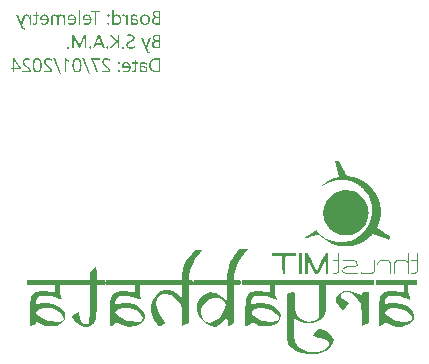
<source format=gbr>
%TF.GenerationSoftware,KiCad,Pcbnew,7.0.7*%
%TF.CreationDate,2024-04-01T01:41:43+05:30*%
%TF.ProjectId,Telemetry_Stack,54656c65-6d65-4747-9279-5f537461636b,rev?*%
%TF.SameCoordinates,Original*%
%TF.FileFunction,Legend,Bot*%
%TF.FilePolarity,Positive*%
%FSLAX46Y46*%
G04 Gerber Fmt 4.6, Leading zero omitted, Abs format (unit mm)*
G04 Created by KiCad (PCBNEW 7.0.7) date 2024-04-01 01:41:43*
%MOMM*%
%LPD*%
G01*
G04 APERTURE LIST*
%ADD10C,0.150000*%
G04 APERTURE END LIST*
D10*
G36*
X131442354Y-67671400D02*
G01*
X131097972Y-67671400D01*
X131077459Y-67671033D01*
X131057392Y-67669934D01*
X131037772Y-67668102D01*
X131018599Y-67665538D01*
X130999872Y-67662240D01*
X130981592Y-67658210D01*
X130963758Y-67653448D01*
X130946370Y-67647952D01*
X130929429Y-67641724D01*
X130912935Y-67634763D01*
X130896887Y-67627069D01*
X130881286Y-67618643D01*
X130866131Y-67609484D01*
X130851422Y-67599592D01*
X130837160Y-67588968D01*
X130823345Y-67577610D01*
X130810178Y-67565624D01*
X130797860Y-67553187D01*
X130786392Y-67540299D01*
X130775773Y-67526960D01*
X130766003Y-67513170D01*
X130757084Y-67498929D01*
X130749013Y-67484237D01*
X130741792Y-67469093D01*
X130735421Y-67453499D01*
X130729899Y-67437453D01*
X130725227Y-67420956D01*
X130721404Y-67404009D01*
X130718431Y-67386610D01*
X130716307Y-67368760D01*
X130715033Y-67350459D01*
X130714608Y-67331707D01*
X130714641Y-67329948D01*
X130859688Y-67329948D01*
X130859754Y-67336189D01*
X130860278Y-67348421D01*
X130861327Y-67360319D01*
X130863883Y-67377539D01*
X130867619Y-67394006D01*
X130872535Y-67409722D01*
X130878631Y-67424685D01*
X130885906Y-67438896D01*
X130894362Y-67452354D01*
X130903997Y-67465061D01*
X130914812Y-67477015D01*
X130926806Y-67488217D01*
X130931055Y-67491770D01*
X130944447Y-67501750D01*
X130958807Y-67510715D01*
X130974136Y-67518666D01*
X130984893Y-67523402D01*
X130996081Y-67527687D01*
X131007700Y-67531522D01*
X131019748Y-67534905D01*
X131032228Y-67537837D01*
X131045137Y-67540318D01*
X131058478Y-67542348D01*
X131072248Y-67543926D01*
X131086450Y-67545054D01*
X131101081Y-67545731D01*
X131116143Y-67545956D01*
X131304015Y-67545956D01*
X131304015Y-67120681D01*
X131144866Y-67120681D01*
X131127321Y-67120885D01*
X131110333Y-67121498D01*
X131093902Y-67122520D01*
X131078028Y-67123951D01*
X131062711Y-67125790D01*
X131047950Y-67128038D01*
X131033747Y-67130694D01*
X131020101Y-67133760D01*
X131007012Y-67137234D01*
X130994480Y-67141117D01*
X130982504Y-67145409D01*
X130971086Y-67150109D01*
X130949920Y-67160736D01*
X130930983Y-67172998D01*
X130914273Y-67186894D01*
X130899792Y-67202426D01*
X130887538Y-67219592D01*
X130877512Y-67238394D01*
X130869714Y-67258830D01*
X130864144Y-67280901D01*
X130862195Y-67292550D01*
X130860802Y-67304607D01*
X130859967Y-67317073D01*
X130859688Y-67329948D01*
X130714641Y-67329948D01*
X130714889Y-67316644D01*
X130715730Y-67301939D01*
X130717133Y-67287592D01*
X130719096Y-67273601D01*
X130721621Y-67259968D01*
X130724706Y-67246692D01*
X130728353Y-67233773D01*
X130732560Y-67221211D01*
X130737328Y-67209007D01*
X130742658Y-67197159D01*
X130748548Y-67185669D01*
X130755000Y-67174536D01*
X130762012Y-67163761D01*
X130769586Y-67153342D01*
X130777720Y-67143281D01*
X130786416Y-67133577D01*
X130795543Y-67124259D01*
X130805045Y-67115428D01*
X130814923Y-67107085D01*
X130825177Y-67099230D01*
X130835806Y-67091863D01*
X130846811Y-67084983D01*
X130858191Y-67078591D01*
X130869947Y-67072687D01*
X130882078Y-67067271D01*
X130894585Y-67062342D01*
X130907467Y-67057901D01*
X130920725Y-67053947D01*
X130934358Y-67050482D01*
X130948367Y-67047504D01*
X130962751Y-67045014D01*
X130977511Y-67043012D01*
X130977511Y-67039787D01*
X130971579Y-67037786D01*
X130959957Y-67033531D01*
X130948654Y-67028943D01*
X130937672Y-67024020D01*
X130927011Y-67018762D01*
X130916671Y-67013171D01*
X130901761Y-67004156D01*
X130887572Y-66994390D01*
X130874105Y-66983871D01*
X130861359Y-66972600D01*
X130849334Y-66960577D01*
X130838031Y-66947802D01*
X130827448Y-66934275D01*
X130824094Y-66929615D01*
X130814671Y-66915329D01*
X130806207Y-66900585D01*
X130798700Y-66885382D01*
X130792152Y-66869721D01*
X130786562Y-66853601D01*
X130781930Y-66837023D01*
X130778257Y-66819986D01*
X130776341Y-66808374D01*
X130774850Y-66796557D01*
X130774016Y-66787143D01*
X130918014Y-66787143D01*
X130918077Y-66793327D01*
X130918588Y-66805433D01*
X130919609Y-66817189D01*
X130922099Y-66834166D01*
X130925737Y-66850354D01*
X130930524Y-66865754D01*
X130936460Y-66880366D01*
X130943545Y-66894190D01*
X130951778Y-66907225D01*
X130961161Y-66919472D01*
X130971693Y-66930931D01*
X130983373Y-66941602D01*
X130987487Y-66944956D01*
X131000400Y-66954379D01*
X131014168Y-66962844D01*
X131028791Y-66970350D01*
X131044269Y-66976898D01*
X131060603Y-66982488D01*
X131071967Y-66985682D01*
X131083711Y-66988451D01*
X131095835Y-66990793D01*
X131108340Y-66992710D01*
X131121224Y-66994200D01*
X131134489Y-66995265D01*
X131148134Y-66995904D01*
X131162159Y-66996117D01*
X131304015Y-66996117D01*
X131304015Y-66615098D01*
X131144866Y-66615098D01*
X131130910Y-66615266D01*
X131117396Y-66615770D01*
X131104325Y-66616610D01*
X131091698Y-66617786D01*
X131079513Y-66619298D01*
X131067772Y-66621146D01*
X131045618Y-66625851D01*
X131025237Y-66631899D01*
X131006628Y-66639292D01*
X130989791Y-66648028D01*
X130974727Y-66658109D01*
X130961435Y-66669534D01*
X130949915Y-66682303D01*
X130940167Y-66696416D01*
X130932192Y-66711873D01*
X130925989Y-66728674D01*
X130921558Y-66746820D01*
X130918900Y-66766309D01*
X130918014Y-66787143D01*
X130774016Y-66787143D01*
X130773785Y-66784537D01*
X130773146Y-66772313D01*
X130772933Y-66759885D01*
X130773285Y-66745006D01*
X130774339Y-66730484D01*
X130776097Y-66716320D01*
X130778557Y-66702513D01*
X130781720Y-66689062D01*
X130785587Y-66675969D01*
X130790156Y-66663234D01*
X130795428Y-66650855D01*
X130801403Y-66638834D01*
X130808081Y-66627170D01*
X130815463Y-66615863D01*
X130823547Y-66604913D01*
X130832334Y-66594321D01*
X130841824Y-66584085D01*
X130852017Y-66574207D01*
X130862912Y-66564686D01*
X130874372Y-66555600D01*
X130886328Y-66547101D01*
X130898781Y-66539187D01*
X130911730Y-66531860D01*
X130925177Y-66525119D01*
X130939121Y-66518964D01*
X130953561Y-66513395D01*
X130968499Y-66508413D01*
X130983933Y-66504016D01*
X130999864Y-66500206D01*
X131016292Y-66496982D01*
X131033217Y-66494344D01*
X131050639Y-66492293D01*
X131068557Y-66490827D01*
X131086973Y-66489948D01*
X131105885Y-66489655D01*
X131442354Y-66489655D01*
X131442354Y-67671400D01*
G37*
G36*
X130137780Y-66808655D02*
G01*
X130149906Y-66809004D01*
X130161873Y-66809587D01*
X130173680Y-66810402D01*
X130196819Y-66812732D01*
X130219320Y-66815994D01*
X130241185Y-66820188D01*
X130262414Y-66825313D01*
X130283006Y-66831371D01*
X130302961Y-66838360D01*
X130322280Y-66846282D01*
X130340962Y-66855135D01*
X130359008Y-66864921D01*
X130376417Y-66875638D01*
X130393190Y-66887287D01*
X130409326Y-66899868D01*
X130424825Y-66913382D01*
X130439688Y-66927827D01*
X130453743Y-66943101D01*
X130466891Y-66959100D01*
X130479132Y-66975826D01*
X130490466Y-66993278D01*
X130500894Y-67011455D01*
X130510415Y-67030358D01*
X130519029Y-67049987D01*
X130526737Y-67070342D01*
X130533537Y-67091423D01*
X130539431Y-67113230D01*
X130544418Y-67135762D01*
X130546572Y-67147301D01*
X130548499Y-67159021D01*
X130550199Y-67170922D01*
X130551672Y-67183005D01*
X130552919Y-67195269D01*
X130553939Y-67207715D01*
X130554733Y-67220342D01*
X130555299Y-67233151D01*
X130555639Y-67246141D01*
X130555753Y-67259313D01*
X130555644Y-67271420D01*
X130555316Y-67283376D01*
X130554008Y-67306840D01*
X130551827Y-67329703D01*
X130548773Y-67351966D01*
X130544848Y-67373630D01*
X130540049Y-67394694D01*
X130534379Y-67415157D01*
X130527836Y-67435021D01*
X130520420Y-67454285D01*
X130512132Y-67472949D01*
X130502972Y-67491013D01*
X130492939Y-67508477D01*
X130482034Y-67525342D01*
X130470257Y-67541606D01*
X130457607Y-67557270D01*
X130444085Y-67572335D01*
X130429831Y-67586602D01*
X130414986Y-67599949D01*
X130399551Y-67612376D01*
X130383525Y-67623882D01*
X130366908Y-67634468D01*
X130349700Y-67644133D01*
X130331902Y-67652877D01*
X130313513Y-67660702D01*
X130294533Y-67667605D01*
X130274962Y-67673589D01*
X130254800Y-67678651D01*
X130234048Y-67682793D01*
X130212705Y-67686015D01*
X130190771Y-67688316D01*
X130168247Y-67689697D01*
X130145132Y-67690157D01*
X130133209Y-67690039D01*
X130121439Y-67689683D01*
X130098356Y-67688261D01*
X130075882Y-67685891D01*
X130054017Y-67682574D01*
X130032761Y-67678308D01*
X130012114Y-67673094D01*
X129992076Y-67666932D01*
X129972647Y-67659822D01*
X129953828Y-67651765D01*
X129935617Y-67642759D01*
X129918015Y-67632805D01*
X129901023Y-67621904D01*
X129884640Y-67610054D01*
X129868865Y-67597257D01*
X129853700Y-67583511D01*
X129839144Y-67568818D01*
X129825302Y-67553337D01*
X129812354Y-67537232D01*
X129800298Y-67520502D01*
X129789135Y-67503147D01*
X129778866Y-67485166D01*
X129769489Y-67466561D01*
X129761005Y-67447330D01*
X129753415Y-67427474D01*
X129746717Y-67406993D01*
X129740913Y-67385887D01*
X129736001Y-67364156D01*
X129731983Y-67341800D01*
X129728857Y-67318819D01*
X129727629Y-67307093D01*
X129726624Y-67295212D01*
X129725843Y-67283174D01*
X129725285Y-67270981D01*
X129724950Y-67258630D01*
X129724883Y-67251106D01*
X129863178Y-67251106D01*
X129863454Y-67270319D01*
X129864281Y-67288975D01*
X129865661Y-67307074D01*
X129867592Y-67324617D01*
X129870076Y-67341604D01*
X129873111Y-67358034D01*
X129876698Y-67373908D01*
X129880836Y-67389226D01*
X129885527Y-67403987D01*
X129890769Y-67418191D01*
X129896564Y-67431840D01*
X129902910Y-67444931D01*
X129909808Y-67457467D01*
X129917258Y-67469446D01*
X129925259Y-67480868D01*
X129933813Y-67491734D01*
X129942842Y-67501992D01*
X129952346Y-67511587D01*
X129962324Y-67520520D01*
X129972775Y-67528792D01*
X129983701Y-67536402D01*
X129995101Y-67543351D01*
X130006974Y-67549637D01*
X130019322Y-67555262D01*
X130032144Y-67560225D01*
X130045439Y-67564526D01*
X130059209Y-67568166D01*
X130073452Y-67571144D01*
X130088170Y-67573460D01*
X130103361Y-67575114D01*
X130119027Y-67576107D01*
X130135166Y-67576438D01*
X130151047Y-67576101D01*
X130166523Y-67575091D01*
X130181593Y-67573409D01*
X130196258Y-67571052D01*
X130210517Y-67568023D01*
X130224372Y-67564320D01*
X130237821Y-67559945D01*
X130250864Y-67554896D01*
X130263503Y-67549174D01*
X130275736Y-67542778D01*
X130287564Y-67535710D01*
X130298986Y-67527968D01*
X130310003Y-67519553D01*
X130320615Y-67510465D01*
X130330822Y-67500704D01*
X130340624Y-67490269D01*
X130349887Y-67479215D01*
X130358552Y-67467669D01*
X130366620Y-67455630D01*
X130374091Y-67443100D01*
X130380964Y-67430076D01*
X130387239Y-67416561D01*
X130392916Y-67402553D01*
X130397996Y-67388053D01*
X130402478Y-67373061D01*
X130406363Y-67357576D01*
X130409650Y-67341600D01*
X130412339Y-67325130D01*
X130414431Y-67308169D01*
X130415925Y-67290715D01*
X130416822Y-67272769D01*
X130417120Y-67254330D01*
X130416824Y-67235175D01*
X130415934Y-67216545D01*
X130414452Y-67198438D01*
X130412376Y-67180856D01*
X130409707Y-67163798D01*
X130406445Y-67147265D01*
X130402591Y-67131256D01*
X130398143Y-67115771D01*
X130393102Y-67100811D01*
X130387468Y-67086375D01*
X130381241Y-67072464D01*
X130374421Y-67059077D01*
X130367007Y-67046214D01*
X130359001Y-67033875D01*
X130350402Y-67022061D01*
X130341210Y-67010771D01*
X130331509Y-67000053D01*
X130321385Y-66990026D01*
X130310837Y-66980691D01*
X130299865Y-66972047D01*
X130288470Y-66964094D01*
X130276652Y-66956833D01*
X130264409Y-66950264D01*
X130251744Y-66944386D01*
X130238654Y-66939200D01*
X130225141Y-66934705D01*
X130211204Y-66930902D01*
X130196844Y-66927790D01*
X130182060Y-66925370D01*
X130166852Y-66923641D01*
X130151221Y-66922604D01*
X130135166Y-66922258D01*
X130119027Y-66922592D01*
X130103361Y-66923595D01*
X130088170Y-66925267D01*
X130073452Y-66927607D01*
X130059209Y-66930616D01*
X130045439Y-66934293D01*
X130032144Y-66938639D01*
X130019322Y-66943654D01*
X130006974Y-66949337D01*
X129995101Y-66955689D01*
X129983701Y-66962709D01*
X129972775Y-66970398D01*
X129962324Y-66978756D01*
X129952346Y-66987782D01*
X129942842Y-66997477D01*
X129933813Y-67007841D01*
X129925259Y-67018786D01*
X129917258Y-67030299D01*
X129909808Y-67042380D01*
X129902910Y-67055028D01*
X129896564Y-67068245D01*
X129890769Y-67082029D01*
X129885527Y-67096382D01*
X129880836Y-67111302D01*
X129876698Y-67126790D01*
X129873111Y-67142846D01*
X129870076Y-67159470D01*
X129867592Y-67176661D01*
X129865661Y-67194421D01*
X129864281Y-67212748D01*
X129863454Y-67231643D01*
X129863178Y-67251106D01*
X129724883Y-67251106D01*
X129724838Y-67246124D01*
X129724942Y-67233352D01*
X129725253Y-67220757D01*
X129725771Y-67208337D01*
X129726496Y-67196092D01*
X129727429Y-67184024D01*
X129728568Y-67172131D01*
X129731470Y-67148872D01*
X129735200Y-67126317D01*
X129739759Y-67104465D01*
X129745146Y-67083315D01*
X129751363Y-67062868D01*
X129758409Y-67043125D01*
X129766283Y-67024084D01*
X129774987Y-67005747D01*
X129784519Y-66988112D01*
X129794880Y-66971180D01*
X129806071Y-66954951D01*
X129818090Y-66939425D01*
X129830938Y-66924603D01*
X129844487Y-66910548D01*
X129858685Y-66897400D01*
X129873531Y-66885159D01*
X129889025Y-66873824D01*
X129905166Y-66863397D01*
X129921956Y-66853876D01*
X129939394Y-66845262D01*
X129957480Y-66837554D01*
X129976214Y-66830754D01*
X129995595Y-66824860D01*
X130015625Y-66819873D01*
X130036303Y-66815792D01*
X130057629Y-66812619D01*
X130079603Y-66810352D01*
X130102225Y-66808992D01*
X130125494Y-66808538D01*
X130137780Y-66808655D01*
G37*
G36*
X129227974Y-66808858D02*
G01*
X129247828Y-66809816D01*
X129267386Y-66811413D01*
X129286648Y-66813649D01*
X129305616Y-66816524D01*
X129324288Y-66820038D01*
X129342664Y-66824190D01*
X129360746Y-66828981D01*
X129378531Y-66834412D01*
X129396022Y-66840481D01*
X129413217Y-66847189D01*
X129430117Y-66854535D01*
X129446721Y-66862521D01*
X129463030Y-66871145D01*
X129479044Y-66880409D01*
X129494762Y-66890311D01*
X129494762Y-67033633D01*
X129479295Y-67020146D01*
X129463598Y-67007529D01*
X129447669Y-66995783D01*
X129431509Y-66984906D01*
X129415118Y-66974900D01*
X129398495Y-66965764D01*
X129381641Y-66957498D01*
X129364556Y-66950102D01*
X129347239Y-66943576D01*
X129329692Y-66937920D01*
X129311913Y-66933134D01*
X129293902Y-66929219D01*
X129275661Y-66926173D01*
X129257188Y-66923998D01*
X129238484Y-66922693D01*
X129219549Y-66922258D01*
X129208838Y-66922458D01*
X129188436Y-66924061D01*
X129169394Y-66927267D01*
X129151712Y-66932075D01*
X129135391Y-66938487D01*
X129120430Y-66946501D01*
X129106828Y-66956118D01*
X129094587Y-66967338D01*
X129083706Y-66980161D01*
X129074185Y-66994586D01*
X129066024Y-67010615D01*
X129059224Y-67028246D01*
X129053783Y-67047480D01*
X129049703Y-67068317D01*
X129046983Y-67090757D01*
X129046133Y-67102578D01*
X129045623Y-67114799D01*
X129045453Y-67127422D01*
X129298390Y-67163472D01*
X129315539Y-67166123D01*
X129332143Y-67169166D01*
X129348203Y-67172601D01*
X129363718Y-67176428D01*
X129378689Y-67180647D01*
X129393115Y-67185258D01*
X129406997Y-67190262D01*
X129420335Y-67195657D01*
X129433128Y-67201445D01*
X129445377Y-67207625D01*
X129457081Y-67214197D01*
X129468241Y-67221161D01*
X129478857Y-67228517D01*
X129488928Y-67236265D01*
X129498455Y-67244406D01*
X129507438Y-67252938D01*
X129515876Y-67261863D01*
X129523770Y-67271180D01*
X129531119Y-67280889D01*
X129537924Y-67290990D01*
X129544185Y-67301483D01*
X129549901Y-67312368D01*
X129555072Y-67323646D01*
X129559700Y-67335315D01*
X129563783Y-67347377D01*
X129567321Y-67359831D01*
X129570315Y-67372677D01*
X129572765Y-67385915D01*
X129574671Y-67399545D01*
X129576032Y-67413567D01*
X129576848Y-67427982D01*
X129577120Y-67442788D01*
X129576842Y-67456610D01*
X129576008Y-67470087D01*
X129574616Y-67483218D01*
X129572669Y-67496003D01*
X129570165Y-67508442D01*
X129567105Y-67520535D01*
X129563488Y-67532283D01*
X129559315Y-67543685D01*
X129554586Y-67554741D01*
X129549300Y-67565452D01*
X129543457Y-67575816D01*
X129537058Y-67585835D01*
X129530103Y-67595508D01*
X129522592Y-67604836D01*
X129514524Y-67613817D01*
X129505899Y-67622453D01*
X129496747Y-67630652D01*
X129487169Y-67638321D01*
X129477165Y-67645462D01*
X129466735Y-67652074D01*
X129455879Y-67658157D01*
X129444597Y-67663710D01*
X129432890Y-67668735D01*
X129420756Y-67673231D01*
X129408197Y-67677198D01*
X129395211Y-67680636D01*
X129381800Y-67683546D01*
X129367963Y-67685926D01*
X129353700Y-67687777D01*
X129339011Y-67689099D01*
X129323896Y-67689893D01*
X129308356Y-67690157D01*
X129287248Y-67689565D01*
X129266792Y-67687790D01*
X129246985Y-67684830D01*
X129227829Y-67680687D01*
X129209323Y-67675360D01*
X129191467Y-67668849D01*
X129174262Y-67661154D01*
X129157707Y-67652275D01*
X129141802Y-67642213D01*
X129126547Y-67630967D01*
X129111943Y-67618537D01*
X129097989Y-67604923D01*
X129084686Y-67590125D01*
X129072032Y-67574144D01*
X129060029Y-67556978D01*
X129048677Y-67538629D01*
X129045453Y-67538629D01*
X129045453Y-67671400D01*
X128910337Y-67671400D01*
X128910337Y-67235279D01*
X129045453Y-67235279D01*
X129045453Y-67321448D01*
X129045709Y-67335111D01*
X129046478Y-67348477D01*
X129047761Y-67361545D01*
X129049556Y-67374315D01*
X129051864Y-67386787D01*
X129054685Y-67398962D01*
X129058019Y-67410839D01*
X129061866Y-67422418D01*
X129066225Y-67433700D01*
X129071098Y-67444684D01*
X129076484Y-67455371D01*
X129082382Y-67465759D01*
X129088793Y-67475850D01*
X129095718Y-67485644D01*
X129103155Y-67495139D01*
X129111105Y-67504337D01*
X129115224Y-67508773D01*
X129123669Y-67517223D01*
X129136851Y-67528840D01*
X129150652Y-67539191D01*
X129165070Y-67548274D01*
X129180107Y-67556089D01*
X129195763Y-67562637D01*
X129212036Y-67567918D01*
X129228928Y-67571932D01*
X129240532Y-67573903D01*
X129252412Y-67575311D01*
X129264566Y-67576156D01*
X129276995Y-67576438D01*
X129281546Y-67576399D01*
X129294860Y-67575810D01*
X129307663Y-67574516D01*
X129319957Y-67572517D01*
X129331740Y-67569811D01*
X129343014Y-67566400D01*
X129357251Y-67560753D01*
X129370583Y-67553852D01*
X129383007Y-67545695D01*
X129394524Y-67536284D01*
X129404828Y-67525884D01*
X129413759Y-67514760D01*
X129421315Y-67502913D01*
X129427497Y-67490342D01*
X129432306Y-67477048D01*
X129435740Y-67463030D01*
X129437801Y-67448288D01*
X129438488Y-67432823D01*
X129438302Y-67422149D01*
X129437322Y-67406916D01*
X129435502Y-67392615D01*
X129432843Y-67379246D01*
X129429344Y-67366810D01*
X129425005Y-67355306D01*
X129419826Y-67344735D01*
X129411615Y-67332091D01*
X129401911Y-67321105D01*
X129390714Y-67311776D01*
X129387683Y-67309653D01*
X129374654Y-67301568D01*
X129363933Y-67295931D01*
X129352398Y-67290660D01*
X129340048Y-67285754D01*
X129326885Y-67281214D01*
X129312908Y-67277040D01*
X129298116Y-67273232D01*
X129282511Y-67269790D01*
X129266091Y-67266713D01*
X129248858Y-67264002D01*
X129045453Y-67235279D01*
X128910337Y-67235279D01*
X128910337Y-67123025D01*
X128910628Y-67103677D01*
X128911499Y-67084943D01*
X128912952Y-67066823D01*
X128914986Y-67049318D01*
X128917600Y-67032426D01*
X128920796Y-67016149D01*
X128924573Y-67000486D01*
X128928930Y-66985437D01*
X128933869Y-66971003D01*
X128939389Y-66957183D01*
X128945490Y-66943977D01*
X128952172Y-66931385D01*
X128959434Y-66919407D01*
X128967278Y-66908044D01*
X128975703Y-66897295D01*
X128984709Y-66887160D01*
X128994296Y-66877640D01*
X129004464Y-66868733D01*
X129015213Y-66860441D01*
X129026544Y-66852763D01*
X129038455Y-66845699D01*
X129050947Y-66839250D01*
X129064020Y-66833415D01*
X129077674Y-66828194D01*
X129091910Y-66823587D01*
X129106726Y-66819595D01*
X129122123Y-66816216D01*
X129138101Y-66813452D01*
X129154661Y-66811302D01*
X129171801Y-66809767D01*
X129189523Y-66808845D01*
X129207825Y-66808538D01*
X129227974Y-66808858D01*
G37*
G36*
X128219521Y-66958601D02*
G01*
X128231369Y-66953197D01*
X128244749Y-66948709D01*
X128256555Y-66945778D01*
X128269341Y-66943434D01*
X128283107Y-66941675D01*
X128297853Y-66940503D01*
X128313579Y-66939917D01*
X128321810Y-66939843D01*
X128337774Y-66940559D01*
X128353244Y-66942708D01*
X128368219Y-66946288D01*
X128382700Y-66951301D01*
X128396686Y-66957747D01*
X128410177Y-66965624D01*
X128423174Y-66974934D01*
X128435676Y-66985675D01*
X128447683Y-66997850D01*
X128455414Y-67006761D01*
X128462924Y-67016310D01*
X128466597Y-67021323D01*
X128473624Y-67031702D01*
X128480198Y-67042544D01*
X128486319Y-67053849D01*
X128491986Y-67065616D01*
X128497200Y-67077846D01*
X128501960Y-67090538D01*
X128506267Y-67103693D01*
X128510121Y-67117310D01*
X128513521Y-67131390D01*
X128516468Y-67145932D01*
X128518962Y-67160937D01*
X128521002Y-67176405D01*
X128522589Y-67192335D01*
X128523722Y-67208727D01*
X128524402Y-67225582D01*
X128524629Y-67242900D01*
X128524629Y-67671400D01*
X128659744Y-67671400D01*
X128659744Y-66827296D01*
X128524629Y-66827296D01*
X128524629Y-67004030D01*
X128521405Y-67004030D01*
X128517660Y-66992649D01*
X128513679Y-66981586D01*
X128507266Y-66965588D01*
X128500322Y-66950306D01*
X128492847Y-66935741D01*
X128484842Y-66921891D01*
X128476306Y-66908758D01*
X128467239Y-66896341D01*
X128457642Y-66884640D01*
X128447514Y-66873655D01*
X128436855Y-66863386D01*
X128433185Y-66860122D01*
X128421908Y-66850904D01*
X128410389Y-66842592D01*
X128398628Y-66835187D01*
X128386624Y-66828688D01*
X128374379Y-66823097D01*
X128361891Y-66818412D01*
X128349161Y-66814634D01*
X128336190Y-66811762D01*
X128322976Y-66809798D01*
X128309519Y-66808740D01*
X128300414Y-66808538D01*
X128287610Y-66808717D01*
X128275575Y-66809253D01*
X128261613Y-66810425D01*
X128248853Y-66812155D01*
X128237295Y-66814443D01*
X128225013Y-66817926D01*
X128219521Y-66819969D01*
X128219521Y-66958601D01*
G37*
G36*
X127490603Y-66945119D02*
G01*
X127493827Y-66945119D01*
X127504089Y-66928580D01*
X127515094Y-66913108D01*
X127526841Y-66898703D01*
X127539329Y-66885365D01*
X127552559Y-66873094D01*
X127566532Y-66861890D01*
X127581246Y-66851753D01*
X127596702Y-66842684D01*
X127612900Y-66834681D01*
X127629839Y-66827745D01*
X127647521Y-66821876D01*
X127665945Y-66817075D01*
X127685110Y-66813340D01*
X127705017Y-66810672D01*
X127725666Y-66809072D01*
X127747058Y-66808538D01*
X127768729Y-66809031D01*
X127789853Y-66810508D01*
X127810431Y-66812969D01*
X127830460Y-66816415D01*
X127849943Y-66820846D01*
X127868878Y-66826261D01*
X127887266Y-66832661D01*
X127905107Y-66840046D01*
X127922401Y-66848415D01*
X127939147Y-66857769D01*
X127955346Y-66868107D01*
X127970998Y-66879430D01*
X127986102Y-66891737D01*
X128000659Y-66905030D01*
X128014669Y-66919306D01*
X128028132Y-66934568D01*
X128034624Y-66942507D01*
X128046989Y-66958872D01*
X128058529Y-66975885D01*
X128069245Y-66993546D01*
X128079137Y-67011855D01*
X128088205Y-67030812D01*
X128096448Y-67050417D01*
X128103867Y-67070671D01*
X128110461Y-67091572D01*
X128116231Y-67113121D01*
X128121177Y-67135318D01*
X128125299Y-67158163D01*
X128127051Y-67169828D01*
X128128596Y-67181656D01*
X128129936Y-67193646D01*
X128131069Y-67205797D01*
X128131996Y-67218111D01*
X128132718Y-67230586D01*
X128133233Y-67243224D01*
X128133542Y-67256023D01*
X128133645Y-67268985D01*
X128133552Y-67281087D01*
X128133273Y-67293029D01*
X128132157Y-67316434D01*
X128130296Y-67339200D01*
X128127692Y-67361327D01*
X128124343Y-67382816D01*
X128120250Y-67403665D01*
X128115413Y-67423876D01*
X128109831Y-67443448D01*
X128103506Y-67462381D01*
X128096436Y-67480675D01*
X128088622Y-67498330D01*
X128080064Y-67515347D01*
X128070762Y-67531724D01*
X128060716Y-67547463D01*
X128049925Y-67562563D01*
X128038390Y-67577024D01*
X128026234Y-67590724D01*
X128013578Y-67603540D01*
X128000424Y-67615472D01*
X127986770Y-67626520D01*
X127972617Y-67636684D01*
X127957964Y-67645965D01*
X127942813Y-67654361D01*
X127927162Y-67661874D01*
X127911012Y-67668503D01*
X127894363Y-67674248D01*
X127877215Y-67679109D01*
X127859568Y-67683087D01*
X127841422Y-67686180D01*
X127822776Y-67688390D01*
X127803631Y-67689715D01*
X127783987Y-67690157D01*
X127771832Y-67689998D01*
X127759876Y-67689521D01*
X127736561Y-67687611D01*
X127714044Y-67684428D01*
X127692323Y-67679972D01*
X127671399Y-67674243D01*
X127651272Y-67667241D01*
X127631941Y-67658966D01*
X127613408Y-67649418D01*
X127595671Y-67638596D01*
X127578731Y-67626502D01*
X127562589Y-67613134D01*
X127547242Y-67598493D01*
X127532693Y-67582579D01*
X127518941Y-67565392D01*
X127505985Y-67546932D01*
X127493827Y-67527199D01*
X127490603Y-67527199D01*
X127490603Y-67671400D01*
X127355487Y-67671400D01*
X127355487Y-67289501D01*
X127490603Y-67289501D01*
X127490878Y-67304868D01*
X127491706Y-67319900D01*
X127493086Y-67334599D01*
X127495017Y-67348962D01*
X127497501Y-67362992D01*
X127500536Y-67376687D01*
X127504123Y-67390048D01*
X127508261Y-67403074D01*
X127512952Y-67415767D01*
X127518194Y-67428124D01*
X127523989Y-67440148D01*
X127530335Y-67451837D01*
X127537233Y-67463192D01*
X127544683Y-67474213D01*
X127552684Y-67484899D01*
X127561238Y-67495252D01*
X127570196Y-67505083D01*
X127579487Y-67514280D01*
X127589110Y-67522842D01*
X127599065Y-67530771D01*
X127609352Y-67538065D01*
X127619970Y-67544724D01*
X127630921Y-67550750D01*
X127642204Y-67556141D01*
X127653819Y-67560898D01*
X127665766Y-67565021D01*
X127678045Y-67568510D01*
X127690656Y-67571364D01*
X127703599Y-67573584D01*
X127716874Y-67575169D01*
X127730481Y-67576121D01*
X127744420Y-67576438D01*
X127758563Y-67576109D01*
X127772341Y-67575124D01*
X127785756Y-67573481D01*
X127798807Y-67571181D01*
X127811493Y-67568223D01*
X127823815Y-67564609D01*
X127835774Y-67560337D01*
X127847368Y-67555409D01*
X127858598Y-67549823D01*
X127869464Y-67543580D01*
X127879967Y-67536679D01*
X127890104Y-67529122D01*
X127899878Y-67520907D01*
X127909288Y-67512036D01*
X127918334Y-67502507D01*
X127927016Y-67492321D01*
X127935250Y-67481531D01*
X127942953Y-67470266D01*
X127950124Y-67458524D01*
X127956764Y-67446305D01*
X127962874Y-67433611D01*
X127968451Y-67420440D01*
X127973498Y-67406793D01*
X127978014Y-67392670D01*
X127981998Y-67378070D01*
X127985451Y-67362994D01*
X127988373Y-67347442D01*
X127990763Y-67331413D01*
X127992622Y-67314909D01*
X127993950Y-67297928D01*
X127994747Y-67280471D01*
X127995013Y-67262537D01*
X127994736Y-67242877D01*
X127993905Y-67223757D01*
X127992519Y-67205178D01*
X127990580Y-67187139D01*
X127988086Y-67169641D01*
X127985039Y-67152683D01*
X127981437Y-67136265D01*
X127977281Y-67120388D01*
X127972571Y-67105051D01*
X127967307Y-67090254D01*
X127961488Y-67075998D01*
X127955116Y-67062282D01*
X127948189Y-67049107D01*
X127940709Y-67036472D01*
X127932674Y-67024377D01*
X127924085Y-67012823D01*
X127915014Y-67001856D01*
X127905533Y-66991597D01*
X127895642Y-66982045D01*
X127885342Y-66973201D01*
X127874631Y-66965064D01*
X127863511Y-66957635D01*
X127851981Y-66950913D01*
X127840041Y-66944899D01*
X127827691Y-66939593D01*
X127814931Y-66934994D01*
X127801761Y-66931102D01*
X127788182Y-66927918D01*
X127774193Y-66925442D01*
X127759793Y-66923673D01*
X127744984Y-66922612D01*
X127729765Y-66922258D01*
X127723298Y-66922327D01*
X127710578Y-66922879D01*
X127698145Y-66923982D01*
X127685998Y-66925638D01*
X127674136Y-66927845D01*
X127662562Y-66930604D01*
X127645736Y-66935778D01*
X127629555Y-66942193D01*
X127614017Y-66949850D01*
X127599123Y-66958748D01*
X127584874Y-66968888D01*
X127575732Y-66976338D01*
X127566876Y-66984339D01*
X127558307Y-66992893D01*
X127550108Y-67001845D01*
X127542439Y-67011042D01*
X127535298Y-67020484D01*
X127528686Y-67030170D01*
X127519760Y-67045160D01*
X127512025Y-67060701D01*
X127505479Y-67076793D01*
X127500123Y-67093437D01*
X127497214Y-67104839D01*
X127494834Y-67116486D01*
X127492983Y-67128378D01*
X127491660Y-67140515D01*
X127490867Y-67152897D01*
X127490603Y-67165524D01*
X127490603Y-67289501D01*
X127355487Y-67289501D01*
X127355487Y-66414624D01*
X127490603Y-66414624D01*
X127490603Y-66945119D01*
G37*
G36*
X127040707Y-66996117D02*
G01*
X127054504Y-66995138D01*
X127067539Y-66992201D01*
X127079811Y-66987307D01*
X127091320Y-66980455D01*
X127102068Y-66971645D01*
X127105480Y-66968273D01*
X127113164Y-66959300D01*
X127120665Y-66947815D01*
X127126291Y-66935546D01*
X127130042Y-66922494D01*
X127131917Y-66908659D01*
X127132152Y-66901448D01*
X127131501Y-66889645D01*
X127129000Y-66876236D01*
X127124624Y-66863651D01*
X127118373Y-66851891D01*
X127110247Y-66840955D01*
X127105480Y-66835796D01*
X127094988Y-66826533D01*
X127083732Y-66819186D01*
X127071714Y-66813756D01*
X127058934Y-66810242D01*
X127045391Y-66808645D01*
X127040707Y-66808538D01*
X127028896Y-66809204D01*
X127015460Y-66811759D01*
X127002827Y-66816231D01*
X126990998Y-66822620D01*
X126979973Y-66830925D01*
X126974762Y-66835796D01*
X126966909Y-66844508D01*
X126959243Y-66855719D01*
X126953493Y-66867754D01*
X126949660Y-66880614D01*
X126947744Y-66894297D01*
X126947504Y-66901448D01*
X126948170Y-66913358D01*
X126950725Y-66926932D01*
X126955197Y-66939723D01*
X126961585Y-66951730D01*
X126969890Y-66962955D01*
X126974762Y-66968273D01*
X126983559Y-66976295D01*
X126994852Y-66984126D01*
X127006949Y-66989999D01*
X127019849Y-66993914D01*
X127033554Y-66995872D01*
X127040707Y-66996117D01*
G37*
G36*
X127040707Y-67690157D02*
G01*
X127054504Y-67689189D01*
X127067539Y-67686283D01*
X127079811Y-67681440D01*
X127091320Y-67674660D01*
X127102068Y-67665943D01*
X127105480Y-67662607D01*
X127113164Y-67653732D01*
X127120665Y-67642384D01*
X127126291Y-67630274D01*
X127130042Y-67617401D01*
X127131917Y-67603765D01*
X127132152Y-67596661D01*
X127131214Y-67582734D01*
X127128401Y-67569527D01*
X127123713Y-67557042D01*
X127117149Y-67545279D01*
X127108710Y-67534236D01*
X127105480Y-67530716D01*
X127096789Y-67522610D01*
X127085661Y-67514696D01*
X127073770Y-67508761D01*
X127061117Y-67504805D01*
X127047701Y-67502826D01*
X127040707Y-67502579D01*
X127028896Y-67503266D01*
X127015460Y-67505904D01*
X127002827Y-67510520D01*
X126990998Y-67517114D01*
X126979973Y-67525687D01*
X126974762Y-67530716D01*
X126966909Y-67539667D01*
X126959243Y-67551070D01*
X126953493Y-67563195D01*
X126949660Y-67576040D01*
X126947744Y-67589607D01*
X126947504Y-67596661D01*
X126948170Y-67608395D01*
X126950725Y-67621776D01*
X126955197Y-67634395D01*
X126961585Y-67646252D01*
X126969890Y-67657346D01*
X126974762Y-67662607D01*
X126983559Y-67670544D01*
X126994852Y-67678292D01*
X127006949Y-67684104D01*
X127019849Y-67687978D01*
X127033554Y-67689915D01*
X127040707Y-67690157D01*
G37*
G36*
X125547406Y-66615098D02*
G01*
X125888858Y-66615098D01*
X125888858Y-67671400D01*
X126027197Y-67671400D01*
X126027197Y-66615098D01*
X126367769Y-66615098D01*
X126367769Y-66489655D01*
X125547406Y-66489655D01*
X125547406Y-66615098D01*
G37*
G36*
X125238496Y-66809023D02*
G01*
X125258597Y-66810476D01*
X125278274Y-66812897D01*
X125297528Y-66816287D01*
X125316358Y-66820646D01*
X125334764Y-66825973D01*
X125352747Y-66832268D01*
X125370306Y-66839533D01*
X125387442Y-66847766D01*
X125404153Y-66856967D01*
X125420442Y-66867137D01*
X125436307Y-66878276D01*
X125451748Y-66890383D01*
X125466765Y-66903459D01*
X125481359Y-66917503D01*
X125495529Y-66932516D01*
X125509052Y-66948261D01*
X125521701Y-66964573D01*
X125533479Y-66981453D01*
X125544384Y-66998901D01*
X125554417Y-67016917D01*
X125563577Y-67035501D01*
X125571865Y-67054653D01*
X125579280Y-67074372D01*
X125585823Y-67094660D01*
X125591494Y-67115515D01*
X125596292Y-67136938D01*
X125600218Y-67158929D01*
X125603271Y-67181488D01*
X125605452Y-67204615D01*
X125606216Y-67216391D01*
X125606761Y-67228309D01*
X125607088Y-67240370D01*
X125607197Y-67252572D01*
X125607097Y-67265487D01*
X125606798Y-67278220D01*
X125606298Y-67290770D01*
X125605599Y-67303139D01*
X125604700Y-67315326D01*
X125603601Y-67327331D01*
X125602302Y-67339153D01*
X125600804Y-67350794D01*
X125597208Y-67373529D01*
X125592813Y-67395536D01*
X125587618Y-67416815D01*
X125581625Y-67437366D01*
X125574832Y-67457189D01*
X125567241Y-67476283D01*
X125558850Y-67494649D01*
X125549660Y-67512287D01*
X125539670Y-67529197D01*
X125528882Y-67545379D01*
X125517295Y-67560833D01*
X125504908Y-67575559D01*
X125491823Y-67589436D01*
X125478141Y-67602418D01*
X125463861Y-67614504D01*
X125448983Y-67625696D01*
X125433507Y-67635992D01*
X125417434Y-67645392D01*
X125400763Y-67653898D01*
X125383495Y-67661508D01*
X125365629Y-67668222D01*
X125347166Y-67674042D01*
X125328104Y-67678966D01*
X125308445Y-67682995D01*
X125288189Y-67686128D01*
X125267335Y-67688367D01*
X125245883Y-67689710D01*
X125223834Y-67690157D01*
X125201252Y-67689844D01*
X125179229Y-67688903D01*
X125157764Y-67687334D01*
X125136859Y-67685138D01*
X125116512Y-67682315D01*
X125096723Y-67678864D01*
X125077494Y-67674786D01*
X125058823Y-67670081D01*
X125040711Y-67664748D01*
X125023158Y-67658787D01*
X125006163Y-67652200D01*
X124989727Y-67644985D01*
X124973849Y-67637142D01*
X124958531Y-67628672D01*
X124943771Y-67619575D01*
X124929570Y-67609850D01*
X124929570Y-67483821D01*
X124944607Y-67495036D01*
X124959822Y-67505528D01*
X124975216Y-67515296D01*
X124990789Y-67524341D01*
X125006541Y-67532662D01*
X125022471Y-67540259D01*
X125038579Y-67547133D01*
X125054866Y-67553284D01*
X125071332Y-67558710D01*
X125087977Y-67563414D01*
X125104800Y-67567393D01*
X125121801Y-67570649D01*
X125138981Y-67573182D01*
X125156340Y-67574991D01*
X125173877Y-67576076D01*
X125191593Y-67576438D01*
X125207281Y-67576136D01*
X125222542Y-67575229D01*
X125237378Y-67573718D01*
X125251787Y-67571602D01*
X125265771Y-67568882D01*
X125279329Y-67565557D01*
X125292460Y-67561628D01*
X125305166Y-67557094D01*
X125317446Y-67551956D01*
X125329301Y-67546213D01*
X125340729Y-67539866D01*
X125351731Y-67532914D01*
X125362308Y-67525358D01*
X125372458Y-67517197D01*
X125382183Y-67508432D01*
X125391482Y-67499062D01*
X125400261Y-67489137D01*
X125408499Y-67478706D01*
X125416198Y-67467769D01*
X125423356Y-67456325D01*
X125429973Y-67444376D01*
X125436050Y-67431921D01*
X125441587Y-67418960D01*
X125446583Y-67405492D01*
X125451039Y-67391519D01*
X125454954Y-67377040D01*
X125458330Y-67362054D01*
X125461164Y-67346563D01*
X125463459Y-67330565D01*
X125465213Y-67314062D01*
X125466426Y-67297052D01*
X125467099Y-67279536D01*
X124870951Y-67279536D01*
X124870951Y-67209194D01*
X124871306Y-67185959D01*
X124872297Y-67164938D01*
X125009584Y-67164938D01*
X125465341Y-67164938D01*
X125463199Y-67151543D01*
X125460656Y-67138472D01*
X125457712Y-67125724D01*
X125454368Y-67113298D01*
X125450623Y-67101196D01*
X125446478Y-67089416D01*
X125441931Y-67077959D01*
X125436984Y-67066825D01*
X125431637Y-67056014D01*
X125425888Y-67045526D01*
X125419739Y-67035360D01*
X125413189Y-67025518D01*
X125406238Y-67015998D01*
X125398887Y-67006801D01*
X125391135Y-66997927D01*
X125382982Y-66989376D01*
X125370200Y-66977381D01*
X125356913Y-66966566D01*
X125343121Y-66956931D01*
X125328824Y-66948476D01*
X125314023Y-66941200D01*
X125298716Y-66935105D01*
X125282905Y-66930189D01*
X125266588Y-66926453D01*
X125249767Y-66923896D01*
X125232441Y-66922520D01*
X125220610Y-66922258D01*
X125214461Y-66922320D01*
X125202419Y-66922819D01*
X125190718Y-66923818D01*
X125173807Y-66926251D01*
X125157663Y-66929808D01*
X125142287Y-66934488D01*
X125127678Y-66940290D01*
X125113837Y-66947216D01*
X125100764Y-66955266D01*
X125088459Y-66964438D01*
X125076921Y-66974733D01*
X125066150Y-66986152D01*
X125062723Y-66990195D01*
X125053085Y-67002922D01*
X125044410Y-67016546D01*
X125036698Y-67031066D01*
X125029950Y-67046482D01*
X125024165Y-67062795D01*
X125020844Y-67074168D01*
X125017951Y-67085940D01*
X125015486Y-67098110D01*
X125013449Y-67110679D01*
X125011840Y-67123646D01*
X125010660Y-67137011D01*
X125009908Y-67150775D01*
X125009584Y-67164938D01*
X124872297Y-67164938D01*
X124872371Y-67163367D01*
X124874146Y-67141418D01*
X124876630Y-67120113D01*
X124879824Y-67099451D01*
X124883728Y-67079433D01*
X124888342Y-67060058D01*
X124893666Y-67041326D01*
X124899700Y-67023238D01*
X124906443Y-67005793D01*
X124913896Y-66988992D01*
X124922059Y-66972834D01*
X124930932Y-66957320D01*
X124940515Y-66942449D01*
X124950807Y-66928222D01*
X124961810Y-66914637D01*
X124973424Y-66901790D01*
X124985624Y-66889770D01*
X124998410Y-66878580D01*
X125011782Y-66868219D01*
X125025740Y-66858687D01*
X125040285Y-66849983D01*
X125055416Y-66842109D01*
X125071133Y-66835063D01*
X125087436Y-66828846D01*
X125104326Y-66823459D01*
X125121801Y-66818900D01*
X125139863Y-66815170D01*
X125158511Y-66812268D01*
X125177745Y-66810196D01*
X125197565Y-66808953D01*
X125217972Y-66808538D01*
X125238496Y-66809023D01*
G37*
G36*
X124536241Y-67671400D02*
G01*
X124671356Y-67671400D01*
X124671356Y-66414624D01*
X124536241Y-66414624D01*
X124536241Y-67671400D01*
G37*
G36*
X123953583Y-66809023D02*
G01*
X123973684Y-66810476D01*
X123993361Y-66812897D01*
X124012615Y-66816287D01*
X124031445Y-66820646D01*
X124049851Y-66825973D01*
X124067834Y-66832268D01*
X124085393Y-66839533D01*
X124102529Y-66847766D01*
X124119241Y-66856967D01*
X124135529Y-66867137D01*
X124151394Y-66878276D01*
X124166835Y-66890383D01*
X124181852Y-66903459D01*
X124196446Y-66917503D01*
X124210617Y-66932516D01*
X124224139Y-66948261D01*
X124236789Y-66964573D01*
X124248566Y-66981453D01*
X124259471Y-66998901D01*
X124269504Y-67016917D01*
X124278664Y-67035501D01*
X124286952Y-67054653D01*
X124294367Y-67074372D01*
X124300910Y-67094660D01*
X124306581Y-67115515D01*
X124311379Y-67136938D01*
X124315305Y-67158929D01*
X124318359Y-67181488D01*
X124320540Y-67204615D01*
X124321303Y-67216391D01*
X124321848Y-67228309D01*
X124322175Y-67240370D01*
X124322284Y-67252572D01*
X124322184Y-67265487D01*
X124321885Y-67278220D01*
X124321385Y-67290770D01*
X124320686Y-67303139D01*
X124319787Y-67315326D01*
X124318688Y-67327331D01*
X124317390Y-67339153D01*
X124315891Y-67350794D01*
X124312295Y-67373529D01*
X124307900Y-67395536D01*
X124302706Y-67416815D01*
X124296712Y-67437366D01*
X124289920Y-67457189D01*
X124282328Y-67476283D01*
X124273937Y-67494649D01*
X124264747Y-67512287D01*
X124254758Y-67529197D01*
X124243969Y-67545379D01*
X124232382Y-67560833D01*
X124219995Y-67575559D01*
X124206911Y-67589436D01*
X124193228Y-67602418D01*
X124178948Y-67614504D01*
X124164070Y-67625696D01*
X124148594Y-67635992D01*
X124132521Y-67645392D01*
X124115851Y-67653898D01*
X124098582Y-67661508D01*
X124080716Y-67668222D01*
X124062253Y-67674042D01*
X124043191Y-67678966D01*
X124023533Y-67682995D01*
X124003276Y-67686128D01*
X123982422Y-67688367D01*
X123960970Y-67689710D01*
X123938921Y-67690157D01*
X123916339Y-67689844D01*
X123894316Y-67688903D01*
X123872852Y-67687334D01*
X123851946Y-67685138D01*
X123831599Y-67682315D01*
X123811811Y-67678864D01*
X123792581Y-67674786D01*
X123773910Y-67670081D01*
X123755798Y-67664748D01*
X123738245Y-67658787D01*
X123721250Y-67652200D01*
X123704814Y-67644985D01*
X123688937Y-67637142D01*
X123673618Y-67628672D01*
X123658858Y-67619575D01*
X123644657Y-67609850D01*
X123644657Y-67483821D01*
X123659694Y-67495036D01*
X123674910Y-67505528D01*
X123690304Y-67515296D01*
X123705876Y-67524341D01*
X123721628Y-67532662D01*
X123737558Y-67540259D01*
X123753666Y-67547133D01*
X123769954Y-67553284D01*
X123786419Y-67558710D01*
X123803064Y-67563414D01*
X123819887Y-67567393D01*
X123836888Y-67570649D01*
X123854069Y-67573182D01*
X123871427Y-67574991D01*
X123888965Y-67576076D01*
X123906681Y-67576438D01*
X123922368Y-67576136D01*
X123937629Y-67575229D01*
X123952465Y-67573718D01*
X123966874Y-67571602D01*
X123980858Y-67568882D01*
X123994416Y-67565557D01*
X124007548Y-67561628D01*
X124020254Y-67557094D01*
X124032534Y-67551956D01*
X124044388Y-67546213D01*
X124055816Y-67539866D01*
X124066819Y-67532914D01*
X124077395Y-67525358D01*
X124087546Y-67517197D01*
X124097270Y-67508432D01*
X124106569Y-67499062D01*
X124115348Y-67489137D01*
X124123587Y-67478706D01*
X124131285Y-67467769D01*
X124138443Y-67456325D01*
X124145060Y-67444376D01*
X124151137Y-67431921D01*
X124156674Y-67418960D01*
X124161670Y-67405492D01*
X124166126Y-67391519D01*
X124170042Y-67377040D01*
X124173417Y-67362054D01*
X124176252Y-67346563D01*
X124178546Y-67330565D01*
X124180300Y-67314062D01*
X124181513Y-67297052D01*
X124182187Y-67279536D01*
X123586039Y-67279536D01*
X123586039Y-67209194D01*
X123586394Y-67185959D01*
X123587384Y-67164938D01*
X123724671Y-67164938D01*
X124180428Y-67164938D01*
X124178286Y-67151543D01*
X124175743Y-67138472D01*
X124172800Y-67125724D01*
X124169456Y-67113298D01*
X124165711Y-67101196D01*
X124161565Y-67089416D01*
X124157019Y-67077959D01*
X124152072Y-67066825D01*
X124146724Y-67056014D01*
X124140975Y-67045526D01*
X124134826Y-67035360D01*
X124128276Y-67025518D01*
X124121326Y-67015998D01*
X124113974Y-67006801D01*
X124106222Y-66997927D01*
X124098069Y-66989376D01*
X124085287Y-66977381D01*
X124072000Y-66966566D01*
X124058208Y-66956931D01*
X124043912Y-66948476D01*
X124029110Y-66941200D01*
X124013803Y-66935105D01*
X123997992Y-66930189D01*
X123981675Y-66926453D01*
X123964854Y-66923896D01*
X123947528Y-66922520D01*
X123935697Y-66922258D01*
X123929548Y-66922320D01*
X123917506Y-66922819D01*
X123905805Y-66923818D01*
X123888894Y-66926251D01*
X123872750Y-66929808D01*
X123857374Y-66934488D01*
X123842765Y-66940290D01*
X123828924Y-66947216D01*
X123815851Y-66955266D01*
X123803546Y-66964438D01*
X123792008Y-66974733D01*
X123781238Y-66986152D01*
X123777811Y-66990195D01*
X123768172Y-67002922D01*
X123759497Y-67016546D01*
X123751785Y-67031066D01*
X123745037Y-67046482D01*
X123739252Y-67062795D01*
X123735931Y-67074168D01*
X123733038Y-67085940D01*
X123730573Y-67098110D01*
X123728536Y-67110679D01*
X123726928Y-67123646D01*
X123725747Y-67137011D01*
X123724995Y-67150775D01*
X123724671Y-67164938D01*
X123587384Y-67164938D01*
X123587458Y-67163367D01*
X123589233Y-67141418D01*
X123591717Y-67120113D01*
X123594912Y-67099451D01*
X123598816Y-67079433D01*
X123603430Y-67060058D01*
X123608753Y-67041326D01*
X123614787Y-67023238D01*
X123621530Y-67005793D01*
X123628983Y-66988992D01*
X123637147Y-66972834D01*
X123646019Y-66957320D01*
X123655602Y-66942449D01*
X123665895Y-66928222D01*
X123676897Y-66914637D01*
X123688511Y-66901790D01*
X123700711Y-66889770D01*
X123713497Y-66878580D01*
X123726869Y-66868219D01*
X123740828Y-66858687D01*
X123755372Y-66849983D01*
X123770503Y-66842109D01*
X123786220Y-66835063D01*
X123802523Y-66828846D01*
X123819413Y-66823459D01*
X123836888Y-66818900D01*
X123854950Y-66815170D01*
X123873598Y-66812268D01*
X123892832Y-66810196D01*
X123912652Y-66808953D01*
X123933059Y-66808538D01*
X123953583Y-66809023D01*
G37*
G36*
X122187993Y-67671400D02*
G01*
X122323108Y-67671400D01*
X122323108Y-67187212D01*
X122323277Y-67170039D01*
X122323786Y-67153470D01*
X122324633Y-67137506D01*
X122325819Y-67122146D01*
X122327344Y-67107391D01*
X122329208Y-67093240D01*
X122331411Y-67079694D01*
X122333952Y-67066752D01*
X122336833Y-67054415D01*
X122340052Y-67042682D01*
X122345517Y-67026216D01*
X122351744Y-67011110D01*
X122358733Y-66997365D01*
X122366485Y-66984979D01*
X122375084Y-66973770D01*
X122384723Y-66963664D01*
X122395403Y-66954660D01*
X122407124Y-66946758D01*
X122419886Y-66939960D01*
X122433688Y-66934263D01*
X122448531Y-66929669D01*
X122464415Y-66926178D01*
X122481339Y-66923789D01*
X122493200Y-66922809D01*
X122505523Y-66922319D01*
X122511859Y-66922258D01*
X122527896Y-66922953D01*
X122543475Y-66925040D01*
X122558595Y-66928518D01*
X122573257Y-66933386D01*
X122587460Y-66939646D01*
X122601205Y-66947297D01*
X122614491Y-66956338D01*
X122627318Y-66966771D01*
X122639687Y-66978595D01*
X122647679Y-66987250D01*
X122655466Y-66996524D01*
X122659284Y-67001393D01*
X122666595Y-67011371D01*
X122673434Y-67021598D01*
X122679802Y-67032071D01*
X122685699Y-67042792D01*
X122691123Y-67053760D01*
X122696076Y-67064975D01*
X122700557Y-67076438D01*
X122704566Y-67088148D01*
X122708104Y-67100105D01*
X122711170Y-67112309D01*
X122713764Y-67124761D01*
X122715887Y-67137460D01*
X122717538Y-67150407D01*
X122718717Y-67163600D01*
X122719425Y-67177041D01*
X122719660Y-67190730D01*
X122719660Y-67671400D01*
X122854776Y-67671400D01*
X122854776Y-67170799D01*
X122854963Y-67155508D01*
X122855526Y-67140703D01*
X122856463Y-67126382D01*
X122857775Y-67112547D01*
X122859463Y-67099198D01*
X122861525Y-67086334D01*
X122863962Y-67073956D01*
X122866774Y-67062062D01*
X122869961Y-67050655D01*
X122877460Y-67029296D01*
X122886459Y-67009878D01*
X122896958Y-66992403D01*
X122908956Y-66976869D01*
X122922454Y-66963277D01*
X122937452Y-66951627D01*
X122953950Y-66941918D01*
X122971948Y-66934151D01*
X122991445Y-66928326D01*
X123012443Y-66924442D01*
X123034940Y-66922501D01*
X123046751Y-66922258D01*
X123063181Y-66922912D01*
X123079060Y-66924875D01*
X123094388Y-66928147D01*
X123109165Y-66932727D01*
X123123391Y-66938615D01*
X123137065Y-66945813D01*
X123150188Y-66954319D01*
X123162760Y-66964133D01*
X123174780Y-66975256D01*
X123186249Y-66987688D01*
X123193589Y-66996703D01*
X123200581Y-67006185D01*
X123207122Y-67016020D01*
X123213212Y-67026207D01*
X123218850Y-67036747D01*
X123224038Y-67047639D01*
X123228774Y-67058884D01*
X123233059Y-67070482D01*
X123236894Y-67082432D01*
X123240277Y-67094735D01*
X123243209Y-67107391D01*
X123245690Y-67120399D01*
X123247720Y-67133760D01*
X123249298Y-67147473D01*
X123250426Y-67161540D01*
X123251103Y-67175958D01*
X123251328Y-67190730D01*
X123251328Y-67671400D01*
X123386443Y-67671400D01*
X123386443Y-66827296D01*
X123251328Y-66827296D01*
X123251328Y-66961825D01*
X123248104Y-66961825D01*
X123236536Y-66943263D01*
X123224327Y-66925899D01*
X123211477Y-66909732D01*
X123197986Y-66894762D01*
X123183853Y-66880990D01*
X123169080Y-66868416D01*
X123153665Y-66857039D01*
X123137609Y-66846860D01*
X123120912Y-66837878D01*
X123103574Y-66830094D01*
X123085594Y-66823508D01*
X123066974Y-66818119D01*
X123047712Y-66813927D01*
X123027809Y-66810933D01*
X123007266Y-66809137D01*
X122986081Y-66808538D01*
X122970012Y-66808963D01*
X122954341Y-66810239D01*
X122939066Y-66812364D01*
X122924188Y-66815339D01*
X122909707Y-66819164D01*
X122895622Y-66823840D01*
X122881934Y-66829365D01*
X122868643Y-66835741D01*
X122855748Y-66842967D01*
X122843250Y-66851042D01*
X122835139Y-66856898D01*
X122823456Y-66866176D01*
X122812480Y-66875985D01*
X122802210Y-66886324D01*
X122792645Y-66897194D01*
X122783786Y-66908594D01*
X122775633Y-66920526D01*
X122768186Y-66932987D01*
X122761444Y-66945980D01*
X122755409Y-66959503D01*
X122750079Y-66973557D01*
X122746918Y-66983221D01*
X122740948Y-66972474D01*
X122734798Y-66962068D01*
X122728469Y-66952003D01*
X122715270Y-66932897D01*
X122701353Y-66915156D01*
X122686717Y-66898780D01*
X122671362Y-66883768D01*
X122655287Y-66870121D01*
X122638494Y-66857838D01*
X122620982Y-66846921D01*
X122602751Y-66837368D01*
X122583801Y-66829180D01*
X122564131Y-66822356D01*
X122543743Y-66816897D01*
X122522636Y-66812803D01*
X122500810Y-66810074D01*
X122478265Y-66808709D01*
X122466723Y-66808538D01*
X122449574Y-66808874D01*
X122432970Y-66809879D01*
X122416911Y-66811555D01*
X122401395Y-66813901D01*
X122386424Y-66816918D01*
X122371998Y-66820604D01*
X122358116Y-66824962D01*
X122344778Y-66829989D01*
X122331985Y-66835687D01*
X122319736Y-66842055D01*
X122308032Y-66849093D01*
X122296872Y-66856802D01*
X122286256Y-66865181D01*
X122276185Y-66874231D01*
X122266658Y-66883951D01*
X122257675Y-66894341D01*
X122249237Y-66905401D01*
X122241343Y-66917132D01*
X122233994Y-66929533D01*
X122227189Y-66942605D01*
X122220929Y-66956347D01*
X122215212Y-66970759D01*
X122210041Y-66985841D01*
X122205413Y-67001594D01*
X122201330Y-67018017D01*
X122197792Y-67035111D01*
X122194798Y-67052874D01*
X122192348Y-67071309D01*
X122190442Y-67090413D01*
X122189081Y-67110188D01*
X122188265Y-67130633D01*
X122187993Y-67151748D01*
X122187993Y-67671400D01*
G37*
G36*
X121628782Y-66809023D02*
G01*
X121648883Y-66810476D01*
X121668560Y-66812897D01*
X121687814Y-66816287D01*
X121706644Y-66820646D01*
X121725050Y-66825973D01*
X121743033Y-66832268D01*
X121760592Y-66839533D01*
X121777728Y-66847766D01*
X121794440Y-66856967D01*
X121810728Y-66867137D01*
X121826593Y-66878276D01*
X121842034Y-66890383D01*
X121857051Y-66903459D01*
X121871645Y-66917503D01*
X121885815Y-66932516D01*
X121899338Y-66948261D01*
X121911988Y-66964573D01*
X121923765Y-66981453D01*
X121934670Y-66998901D01*
X121944703Y-67016917D01*
X121953863Y-67035501D01*
X121962151Y-67054653D01*
X121969566Y-67074372D01*
X121976109Y-67094660D01*
X121981780Y-67115515D01*
X121986578Y-67136938D01*
X121990504Y-67158929D01*
X121993557Y-67181488D01*
X121995738Y-67204615D01*
X121996502Y-67216391D01*
X121997047Y-67228309D01*
X121997374Y-67240370D01*
X121997483Y-67252572D01*
X121997383Y-67265487D01*
X121997084Y-67278220D01*
X121996584Y-67290770D01*
X121995885Y-67303139D01*
X121994986Y-67315326D01*
X121993887Y-67327331D01*
X121992589Y-67339153D01*
X121991090Y-67350794D01*
X121987494Y-67373529D01*
X121983099Y-67395536D01*
X121977905Y-67416815D01*
X121971911Y-67437366D01*
X121965118Y-67457189D01*
X121957527Y-67476283D01*
X121949136Y-67494649D01*
X121939946Y-67512287D01*
X121929957Y-67529197D01*
X121919168Y-67545379D01*
X121907581Y-67560833D01*
X121895194Y-67575559D01*
X121882109Y-67589436D01*
X121868427Y-67602418D01*
X121854147Y-67614504D01*
X121839269Y-67625696D01*
X121823793Y-67635992D01*
X121807720Y-67645392D01*
X121791050Y-67653898D01*
X121773781Y-67661508D01*
X121755915Y-67668222D01*
X121737452Y-67674042D01*
X121718390Y-67678966D01*
X121698731Y-67682995D01*
X121678475Y-67686128D01*
X121657621Y-67688367D01*
X121636169Y-67689710D01*
X121614120Y-67690157D01*
X121591538Y-67689844D01*
X121569515Y-67688903D01*
X121548050Y-67687334D01*
X121527145Y-67685138D01*
X121506798Y-67682315D01*
X121487010Y-67678864D01*
X121467780Y-67674786D01*
X121449109Y-67670081D01*
X121430997Y-67664748D01*
X121413444Y-67658787D01*
X121396449Y-67652200D01*
X121380013Y-67644985D01*
X121364136Y-67637142D01*
X121348817Y-67628672D01*
X121334057Y-67619575D01*
X121319856Y-67609850D01*
X121319856Y-67483821D01*
X121334893Y-67495036D01*
X121350108Y-67505528D01*
X121365503Y-67515296D01*
X121381075Y-67524341D01*
X121396827Y-67532662D01*
X121412757Y-67540259D01*
X121428865Y-67547133D01*
X121445152Y-67553284D01*
X121461618Y-67558710D01*
X121478263Y-67563414D01*
X121495086Y-67567393D01*
X121512087Y-67570649D01*
X121529267Y-67573182D01*
X121546626Y-67574991D01*
X121564164Y-67576076D01*
X121581880Y-67576438D01*
X121597567Y-67576136D01*
X121612828Y-67575229D01*
X121627664Y-67573718D01*
X121642073Y-67571602D01*
X121656057Y-67568882D01*
X121669615Y-67565557D01*
X121682747Y-67561628D01*
X121695453Y-67557094D01*
X121707733Y-67551956D01*
X121719587Y-67546213D01*
X121731015Y-67539866D01*
X121742017Y-67532914D01*
X121752594Y-67525358D01*
X121762744Y-67517197D01*
X121772469Y-67508432D01*
X121781768Y-67499062D01*
X121790547Y-67489137D01*
X121798786Y-67478706D01*
X121806484Y-67467769D01*
X121813642Y-67456325D01*
X121820259Y-67444376D01*
X121826336Y-67431921D01*
X121831873Y-67418960D01*
X121836869Y-67405492D01*
X121841325Y-67391519D01*
X121845241Y-67377040D01*
X121848616Y-67362054D01*
X121851450Y-67346563D01*
X121853745Y-67330565D01*
X121855499Y-67314062D01*
X121856712Y-67297052D01*
X121857386Y-67279536D01*
X121261238Y-67279536D01*
X121261238Y-67209194D01*
X121261593Y-67185959D01*
X121262583Y-67164938D01*
X121399870Y-67164938D01*
X121855627Y-67164938D01*
X121853485Y-67151543D01*
X121850942Y-67138472D01*
X121847999Y-67125724D01*
X121844654Y-67113298D01*
X121840909Y-67101196D01*
X121836764Y-67089416D01*
X121832217Y-67077959D01*
X121827270Y-67066825D01*
X121821923Y-67056014D01*
X121816174Y-67045526D01*
X121810025Y-67035360D01*
X121803475Y-67025518D01*
X121796524Y-67015998D01*
X121789173Y-67006801D01*
X121781421Y-66997927D01*
X121773268Y-66989376D01*
X121760486Y-66977381D01*
X121747199Y-66966566D01*
X121733407Y-66956931D01*
X121719111Y-66948476D01*
X121704309Y-66941200D01*
X121689002Y-66935105D01*
X121673191Y-66930189D01*
X121656874Y-66926453D01*
X121640053Y-66923896D01*
X121622727Y-66922520D01*
X121610896Y-66922258D01*
X121604747Y-66922320D01*
X121592705Y-66922819D01*
X121581004Y-66923818D01*
X121564093Y-66926251D01*
X121547949Y-66929808D01*
X121532573Y-66934488D01*
X121517964Y-66940290D01*
X121504123Y-66947216D01*
X121491050Y-66955266D01*
X121478745Y-66964438D01*
X121467207Y-66974733D01*
X121456436Y-66986152D01*
X121453010Y-66990195D01*
X121443371Y-67002922D01*
X121434696Y-67016546D01*
X121426984Y-67031066D01*
X121420236Y-67046482D01*
X121414451Y-67062795D01*
X121411130Y-67074168D01*
X121408237Y-67085940D01*
X121405772Y-67098110D01*
X121403735Y-67110679D01*
X121402126Y-67123646D01*
X121400946Y-67137011D01*
X121400194Y-67150775D01*
X121399870Y-67164938D01*
X121262583Y-67164938D01*
X121262657Y-67163367D01*
X121264432Y-67141418D01*
X121266916Y-67120113D01*
X121270110Y-67099451D01*
X121274015Y-67079433D01*
X121278628Y-67060058D01*
X121283952Y-67041326D01*
X121289986Y-67023238D01*
X121296729Y-67005793D01*
X121304182Y-66988992D01*
X121312345Y-66972834D01*
X121321218Y-66957320D01*
X121330801Y-66942449D01*
X121341094Y-66928222D01*
X121352096Y-66914637D01*
X121363710Y-66901790D01*
X121375910Y-66889770D01*
X121388696Y-66878580D01*
X121402068Y-66868219D01*
X121416027Y-66858687D01*
X121430571Y-66849983D01*
X121445702Y-66842109D01*
X121461419Y-66835063D01*
X121477722Y-66828846D01*
X121494612Y-66823459D01*
X121512087Y-66818900D01*
X121530149Y-66815170D01*
X121548797Y-66812268D01*
X121568031Y-66810196D01*
X121587851Y-66808953D01*
X121608258Y-66808538D01*
X121628782Y-66809023D01*
G37*
G36*
X120670072Y-67662314D02*
G01*
X120682492Y-67668840D01*
X120695864Y-67674495D01*
X120710189Y-67679281D01*
X120721558Y-67682299D01*
X120733462Y-67684828D01*
X120745903Y-67686867D01*
X120758879Y-67688417D01*
X120772391Y-67689478D01*
X120786439Y-67690049D01*
X120796102Y-67690157D01*
X120809752Y-67689916D01*
X120822969Y-67689191D01*
X120835752Y-67687983D01*
X120848102Y-67686292D01*
X120860019Y-67684118D01*
X120871503Y-67681461D01*
X120893170Y-67674697D01*
X120913103Y-67666000D01*
X120931304Y-67655371D01*
X120947771Y-67642809D01*
X120962504Y-67628315D01*
X120975504Y-67611888D01*
X120986771Y-67593529D01*
X120996305Y-67573237D01*
X121004105Y-67551012D01*
X121007355Y-67539175D01*
X121010172Y-67526855D01*
X121012555Y-67514052D01*
X121014505Y-67500765D01*
X121016022Y-67486996D01*
X121017105Y-67472743D01*
X121017755Y-67458007D01*
X121017972Y-67442788D01*
X121017972Y-66942774D01*
X121163052Y-66942774D01*
X121163052Y-66827296D01*
X121017972Y-66827296D01*
X121017972Y-66626236D01*
X120882857Y-66583444D01*
X120882857Y-66827296D01*
X120670072Y-66827296D01*
X120670072Y-66942774D01*
X120882857Y-66942774D01*
X120882857Y-67418755D01*
X120882604Y-67434264D01*
X120881847Y-67448918D01*
X120880585Y-67462717D01*
X120878817Y-67475660D01*
X120876545Y-67487749D01*
X120872731Y-67502536D01*
X120868018Y-67515803D01*
X120862408Y-67527549D01*
X120855901Y-67537776D01*
X120854134Y-67540095D01*
X120844143Y-67550565D01*
X120832306Y-67559260D01*
X120821508Y-67564939D01*
X120809528Y-67569482D01*
X120796366Y-67572889D01*
X120782023Y-67575160D01*
X120766498Y-67576296D01*
X120758293Y-67576438D01*
X120745758Y-67575870D01*
X120733655Y-67574166D01*
X120721981Y-67571327D01*
X120710739Y-67567352D01*
X120699926Y-67562241D01*
X120689544Y-67555995D01*
X120679593Y-67548613D01*
X120670072Y-67540095D01*
X120670072Y-67662314D01*
G37*
G36*
X120052822Y-66958601D02*
G01*
X120064670Y-66953197D01*
X120078049Y-66948709D01*
X120089855Y-66945778D01*
X120102642Y-66943434D01*
X120116408Y-66941675D01*
X120131154Y-66940503D01*
X120146880Y-66939917D01*
X120155111Y-66939843D01*
X120171075Y-66940559D01*
X120186545Y-66942708D01*
X120201520Y-66946288D01*
X120216000Y-66951301D01*
X120229986Y-66957747D01*
X120243478Y-66965624D01*
X120256474Y-66974934D01*
X120268977Y-66985675D01*
X120280984Y-66997850D01*
X120288714Y-67006761D01*
X120296225Y-67016310D01*
X120299898Y-67021323D01*
X120306925Y-67031702D01*
X120313499Y-67042544D01*
X120319620Y-67053849D01*
X120325287Y-67065616D01*
X120330501Y-67077846D01*
X120335261Y-67090538D01*
X120339568Y-67103693D01*
X120343422Y-67117310D01*
X120346822Y-67131390D01*
X120349769Y-67145932D01*
X120352263Y-67160937D01*
X120354303Y-67176405D01*
X120355890Y-67192335D01*
X120357023Y-67208727D01*
X120357703Y-67225582D01*
X120357930Y-67242900D01*
X120357930Y-67671400D01*
X120493045Y-67671400D01*
X120493045Y-66827296D01*
X120357930Y-66827296D01*
X120357930Y-67004030D01*
X120354706Y-67004030D01*
X120350961Y-66992649D01*
X120346980Y-66981586D01*
X120340567Y-66965588D01*
X120333623Y-66950306D01*
X120326148Y-66935741D01*
X120318143Y-66921891D01*
X120309607Y-66908758D01*
X120300540Y-66896341D01*
X120290943Y-66884640D01*
X120280815Y-66873655D01*
X120270156Y-66863386D01*
X120266485Y-66860122D01*
X120255208Y-66850904D01*
X120243689Y-66842592D01*
X120231928Y-66835187D01*
X120219925Y-66828688D01*
X120207680Y-66823097D01*
X120195192Y-66818412D01*
X120182462Y-66814634D01*
X120169490Y-66811762D01*
X120156276Y-66809798D01*
X120142820Y-66808740D01*
X120133715Y-66808538D01*
X120120910Y-66808717D01*
X120108875Y-66809253D01*
X120094914Y-66810425D01*
X120082154Y-66812155D01*
X120070596Y-66814443D01*
X120058314Y-66817926D01*
X120052822Y-66819969D01*
X120052822Y-66958601D01*
G37*
G36*
X119237441Y-66827296D02*
G01*
X119625787Y-67808273D01*
X119632354Y-67825241D01*
X119639085Y-67841671D01*
X119645981Y-67857561D01*
X119653040Y-67872914D01*
X119660264Y-67887727D01*
X119667653Y-67902002D01*
X119675205Y-67915738D01*
X119682922Y-67928935D01*
X119690803Y-67941594D01*
X119698849Y-67953714D01*
X119707058Y-67965295D01*
X119715432Y-67976338D01*
X119723971Y-67986842D01*
X119732673Y-67996808D01*
X119741540Y-68006234D01*
X119750571Y-68015122D01*
X119759767Y-68023472D01*
X119769126Y-68031283D01*
X119778650Y-68038555D01*
X119788339Y-68045288D01*
X119808208Y-68057139D01*
X119828735Y-68066835D01*
X119849919Y-68074376D01*
X119871760Y-68079763D01*
X119894258Y-68082995D01*
X119917413Y-68084072D01*
X119930332Y-68083907D01*
X119942711Y-68083413D01*
X119954549Y-68082588D01*
X119968587Y-68081094D01*
X119981780Y-68079085D01*
X119994129Y-68076561D01*
X120005634Y-68073521D01*
X120005634Y-67952767D01*
X119992166Y-67956905D01*
X119979055Y-67960341D01*
X119966303Y-67963076D01*
X119953908Y-67965109D01*
X119941871Y-67966442D01*
X119927899Y-67967115D01*
X119925620Y-67967129D01*
X119913069Y-67966628D01*
X119900913Y-67965127D01*
X119889154Y-67962626D01*
X119877791Y-67959124D01*
X119866824Y-67954621D01*
X119856254Y-67949117D01*
X119846079Y-67942613D01*
X119836300Y-67935109D01*
X119826918Y-67926603D01*
X119817932Y-67917097D01*
X119809342Y-67906590D01*
X119801148Y-67895083D01*
X119793350Y-67882575D01*
X119785948Y-67869067D01*
X119778943Y-67854558D01*
X119772333Y-67839048D01*
X119704922Y-67671400D01*
X120034650Y-66827296D01*
X119884587Y-66827296D01*
X119656269Y-67478545D01*
X119652817Y-67490132D01*
X119649345Y-67502874D01*
X119646333Y-67514312D01*
X119642876Y-67527695D01*
X119639792Y-67539804D01*
X119638977Y-67543025D01*
X119633994Y-67543025D01*
X119631037Y-67530006D01*
X119627839Y-67517380D01*
X119624473Y-67504816D01*
X119621227Y-67493118D01*
X119617581Y-67480304D01*
X119377539Y-66827296D01*
X119237441Y-66827296D01*
G37*
G36*
X131442354Y-69687400D02*
G01*
X131097972Y-69687400D01*
X131077459Y-69687033D01*
X131057392Y-69685934D01*
X131037772Y-69684102D01*
X131018599Y-69681538D01*
X130999872Y-69678240D01*
X130981592Y-69674210D01*
X130963758Y-69669448D01*
X130946370Y-69663952D01*
X130929429Y-69657724D01*
X130912935Y-69650763D01*
X130896887Y-69643069D01*
X130881286Y-69634643D01*
X130866131Y-69625484D01*
X130851422Y-69615592D01*
X130837160Y-69604968D01*
X130823345Y-69593610D01*
X130810178Y-69581624D01*
X130797860Y-69569187D01*
X130786392Y-69556299D01*
X130775773Y-69542960D01*
X130766003Y-69529170D01*
X130757084Y-69514929D01*
X130749013Y-69500237D01*
X130741792Y-69485093D01*
X130735421Y-69469499D01*
X130729899Y-69453453D01*
X130725227Y-69436956D01*
X130721404Y-69420009D01*
X130718431Y-69402610D01*
X130716307Y-69384760D01*
X130715033Y-69366459D01*
X130714608Y-69347707D01*
X130714641Y-69345948D01*
X130859688Y-69345948D01*
X130859754Y-69352189D01*
X130860278Y-69364421D01*
X130861327Y-69376319D01*
X130863883Y-69393539D01*
X130867619Y-69410006D01*
X130872535Y-69425722D01*
X130878631Y-69440685D01*
X130885906Y-69454896D01*
X130894362Y-69468354D01*
X130903997Y-69481061D01*
X130914812Y-69493015D01*
X130926806Y-69504217D01*
X130931055Y-69507770D01*
X130944447Y-69517750D01*
X130958807Y-69526715D01*
X130974136Y-69534666D01*
X130984893Y-69539402D01*
X130996081Y-69543687D01*
X131007700Y-69547522D01*
X131019748Y-69550905D01*
X131032228Y-69553837D01*
X131045137Y-69556318D01*
X131058478Y-69558348D01*
X131072248Y-69559926D01*
X131086450Y-69561054D01*
X131101081Y-69561731D01*
X131116143Y-69561956D01*
X131304015Y-69561956D01*
X131304015Y-69136681D01*
X131144866Y-69136681D01*
X131127321Y-69136885D01*
X131110333Y-69137498D01*
X131093902Y-69138520D01*
X131078028Y-69139951D01*
X131062711Y-69141790D01*
X131047950Y-69144038D01*
X131033747Y-69146694D01*
X131020101Y-69149760D01*
X131007012Y-69153234D01*
X130994480Y-69157117D01*
X130982504Y-69161409D01*
X130971086Y-69166109D01*
X130949920Y-69176736D01*
X130930983Y-69188998D01*
X130914273Y-69202894D01*
X130899792Y-69218426D01*
X130887538Y-69235592D01*
X130877512Y-69254394D01*
X130869714Y-69274830D01*
X130864144Y-69296901D01*
X130862195Y-69308550D01*
X130860802Y-69320607D01*
X130859967Y-69333073D01*
X130859688Y-69345948D01*
X130714641Y-69345948D01*
X130714889Y-69332644D01*
X130715730Y-69317939D01*
X130717133Y-69303592D01*
X130719096Y-69289601D01*
X130721621Y-69275968D01*
X130724706Y-69262692D01*
X130728353Y-69249773D01*
X130732560Y-69237211D01*
X130737328Y-69225007D01*
X130742658Y-69213159D01*
X130748548Y-69201669D01*
X130755000Y-69190536D01*
X130762012Y-69179761D01*
X130769586Y-69169342D01*
X130777720Y-69159281D01*
X130786416Y-69149577D01*
X130795543Y-69140259D01*
X130805045Y-69131428D01*
X130814923Y-69123085D01*
X130825177Y-69115230D01*
X130835806Y-69107863D01*
X130846811Y-69100983D01*
X130858191Y-69094591D01*
X130869947Y-69088687D01*
X130882078Y-69083271D01*
X130894585Y-69078342D01*
X130907467Y-69073901D01*
X130920725Y-69069947D01*
X130934358Y-69066482D01*
X130948367Y-69063504D01*
X130962751Y-69061014D01*
X130977511Y-69059012D01*
X130977511Y-69055787D01*
X130971579Y-69053786D01*
X130959957Y-69049531D01*
X130948654Y-69044943D01*
X130937672Y-69040020D01*
X130927011Y-69034762D01*
X130916671Y-69029171D01*
X130901761Y-69020156D01*
X130887572Y-69010390D01*
X130874105Y-68999871D01*
X130861359Y-68988600D01*
X130849334Y-68976577D01*
X130838031Y-68963802D01*
X130827448Y-68950275D01*
X130824094Y-68945615D01*
X130814671Y-68931329D01*
X130806207Y-68916585D01*
X130798700Y-68901382D01*
X130792152Y-68885721D01*
X130786562Y-68869601D01*
X130781930Y-68853023D01*
X130778257Y-68835986D01*
X130776341Y-68824374D01*
X130774850Y-68812557D01*
X130774016Y-68803143D01*
X130918014Y-68803143D01*
X130918077Y-68809327D01*
X130918588Y-68821433D01*
X130919609Y-68833189D01*
X130922099Y-68850166D01*
X130925737Y-68866354D01*
X130930524Y-68881754D01*
X130936460Y-68896366D01*
X130943545Y-68910190D01*
X130951778Y-68923225D01*
X130961161Y-68935472D01*
X130971693Y-68946931D01*
X130983373Y-68957602D01*
X130987487Y-68960956D01*
X131000400Y-68970379D01*
X131014168Y-68978844D01*
X131028791Y-68986350D01*
X131044269Y-68992898D01*
X131060603Y-68998488D01*
X131071967Y-69001682D01*
X131083711Y-69004451D01*
X131095835Y-69006793D01*
X131108340Y-69008710D01*
X131121224Y-69010200D01*
X131134489Y-69011265D01*
X131148134Y-69011904D01*
X131162159Y-69012117D01*
X131304015Y-69012117D01*
X131304015Y-68631098D01*
X131144866Y-68631098D01*
X131130910Y-68631266D01*
X131117396Y-68631770D01*
X131104325Y-68632610D01*
X131091698Y-68633786D01*
X131079513Y-68635298D01*
X131067772Y-68637146D01*
X131045618Y-68641851D01*
X131025237Y-68647899D01*
X131006628Y-68655292D01*
X130989791Y-68664028D01*
X130974727Y-68674109D01*
X130961435Y-68685534D01*
X130949915Y-68698303D01*
X130940167Y-68712416D01*
X130932192Y-68727873D01*
X130925989Y-68744674D01*
X130921558Y-68762820D01*
X130918900Y-68782309D01*
X130918014Y-68803143D01*
X130774016Y-68803143D01*
X130773785Y-68800537D01*
X130773146Y-68788313D01*
X130772933Y-68775885D01*
X130773285Y-68761006D01*
X130774339Y-68746484D01*
X130776097Y-68732320D01*
X130778557Y-68718513D01*
X130781720Y-68705062D01*
X130785587Y-68691969D01*
X130790156Y-68679234D01*
X130795428Y-68666855D01*
X130801403Y-68654834D01*
X130808081Y-68643170D01*
X130815463Y-68631863D01*
X130823547Y-68620913D01*
X130832334Y-68610321D01*
X130841824Y-68600085D01*
X130852017Y-68590207D01*
X130862912Y-68580686D01*
X130874372Y-68571600D01*
X130886328Y-68563101D01*
X130898781Y-68555187D01*
X130911730Y-68547860D01*
X130925177Y-68541119D01*
X130939121Y-68534964D01*
X130953561Y-68529395D01*
X130968499Y-68524413D01*
X130983933Y-68520016D01*
X130999864Y-68516206D01*
X131016292Y-68512982D01*
X131033217Y-68510344D01*
X131050639Y-68508293D01*
X131068557Y-68506827D01*
X131086973Y-68505948D01*
X131105885Y-68505655D01*
X131442354Y-68505655D01*
X131442354Y-69687400D01*
G37*
G36*
X129826248Y-68843296D02*
G01*
X130214594Y-69824273D01*
X130221161Y-69841241D01*
X130227892Y-69857671D01*
X130234787Y-69873561D01*
X130241847Y-69888914D01*
X130249071Y-69903727D01*
X130256459Y-69918002D01*
X130264012Y-69931738D01*
X130271729Y-69944935D01*
X130279610Y-69957594D01*
X130287655Y-69969714D01*
X130295865Y-69981295D01*
X130304239Y-69992338D01*
X130312777Y-70002842D01*
X130321480Y-70012808D01*
X130330347Y-70022234D01*
X130339378Y-70031122D01*
X130348573Y-70039472D01*
X130357933Y-70047283D01*
X130367457Y-70054555D01*
X130377145Y-70061288D01*
X130397015Y-70073139D01*
X130417542Y-70082835D01*
X130438726Y-70090376D01*
X130460567Y-70095763D01*
X130483065Y-70098995D01*
X130506220Y-70100072D01*
X130519139Y-70099907D01*
X130531518Y-70099413D01*
X130543356Y-70098588D01*
X130557394Y-70097094D01*
X130570587Y-70095085D01*
X130582936Y-70092561D01*
X130594441Y-70089521D01*
X130594441Y-69968767D01*
X130580972Y-69972905D01*
X130567862Y-69976341D01*
X130555109Y-69979076D01*
X130542715Y-69981109D01*
X130530678Y-69982442D01*
X130516705Y-69983115D01*
X130514427Y-69983129D01*
X130501875Y-69982628D01*
X130489720Y-69981127D01*
X130477961Y-69978626D01*
X130466598Y-69975124D01*
X130455631Y-69970621D01*
X130445060Y-69965117D01*
X130434886Y-69958613D01*
X130425107Y-69951109D01*
X130415725Y-69942603D01*
X130406739Y-69933097D01*
X130398148Y-69922590D01*
X130389954Y-69911083D01*
X130382157Y-69898575D01*
X130374755Y-69885067D01*
X130367749Y-69870558D01*
X130361140Y-69855048D01*
X130293729Y-69687400D01*
X130623457Y-68843296D01*
X130473394Y-68843296D01*
X130245076Y-69494545D01*
X130241624Y-69506132D01*
X130238152Y-69518874D01*
X130235139Y-69530312D01*
X130231683Y-69543695D01*
X130228599Y-69555804D01*
X130227783Y-69559025D01*
X130222801Y-69559025D01*
X130219844Y-69546006D01*
X130216646Y-69533380D01*
X130213280Y-69520816D01*
X130210034Y-69509118D01*
X130206388Y-69496304D01*
X129966346Y-68843296D01*
X129826248Y-68843296D01*
G37*
G36*
X129263219Y-69644315D02*
G01*
X129263219Y-69481063D01*
X129252287Y-69489691D01*
X129242594Y-69496629D01*
X129232372Y-69503338D01*
X129221620Y-69509818D01*
X129210338Y-69516069D01*
X129198527Y-69522091D01*
X129196102Y-69523268D01*
X129183735Y-69528903D01*
X129171183Y-69534265D01*
X129158445Y-69539355D01*
X129145520Y-69544174D01*
X129132410Y-69548721D01*
X129119114Y-69552995D01*
X129113743Y-69554629D01*
X129100180Y-69558516D01*
X129086603Y-69562117D01*
X129073012Y-69565431D01*
X129059406Y-69568459D01*
X129045787Y-69571201D01*
X129032152Y-69573657D01*
X129026695Y-69574559D01*
X129013205Y-69576586D01*
X129000030Y-69578269D01*
X128987170Y-69579608D01*
X128974625Y-69580604D01*
X128962395Y-69581257D01*
X128950479Y-69581566D01*
X128945801Y-69581593D01*
X128930081Y-69581409D01*
X128914867Y-69580856D01*
X128900158Y-69579935D01*
X128885956Y-69578644D01*
X128872260Y-69576985D01*
X128859069Y-69574958D01*
X128846385Y-69572561D01*
X128834207Y-69569797D01*
X128822535Y-69566663D01*
X128805975Y-69561271D01*
X128790555Y-69555050D01*
X128776272Y-69548000D01*
X128763129Y-69540120D01*
X128754999Y-69534406D01*
X128743738Y-69525192D01*
X128733584Y-69515247D01*
X128724538Y-69504571D01*
X128716599Y-69493162D01*
X128709769Y-69481022D01*
X128704046Y-69468151D01*
X128699430Y-69454548D01*
X128695923Y-69440214D01*
X128693523Y-69425147D01*
X128692230Y-69409350D01*
X128691984Y-69398411D01*
X128692314Y-69386665D01*
X128693654Y-69372535D01*
X128696023Y-69359021D01*
X128699424Y-69346123D01*
X128703854Y-69333840D01*
X128709316Y-69322172D01*
X128713087Y-69315466D01*
X128719991Y-69304541D01*
X128727696Y-69293931D01*
X128736202Y-69283636D01*
X128745510Y-69273655D01*
X128755619Y-69263989D01*
X128766530Y-69254639D01*
X128771119Y-69250986D01*
X128780567Y-69243700D01*
X128790445Y-69236497D01*
X128800753Y-69229375D01*
X128811492Y-69222337D01*
X128822662Y-69215380D01*
X128834262Y-69208506D01*
X128846292Y-69201715D01*
X128858753Y-69195006D01*
X128871553Y-69188224D01*
X128884600Y-69181359D01*
X128897895Y-69174412D01*
X128911436Y-69167382D01*
X128925226Y-69160270D01*
X128935730Y-69154882D01*
X128946373Y-69149447D01*
X128957155Y-69143967D01*
X128968076Y-69138439D01*
X128979600Y-69132554D01*
X128990979Y-69126658D01*
X129002214Y-69120752D01*
X129013304Y-69114836D01*
X129024250Y-69108910D01*
X129035052Y-69102973D01*
X129045710Y-69097026D01*
X129056224Y-69091068D01*
X129066593Y-69085101D01*
X129076818Y-69079123D01*
X129083554Y-69075132D01*
X129096675Y-69066975D01*
X129109365Y-69058627D01*
X129121624Y-69050086D01*
X129133453Y-69041353D01*
X129144852Y-69032427D01*
X129155820Y-69023309D01*
X129166357Y-69013999D01*
X129176464Y-69004496D01*
X129186095Y-68994664D01*
X129195204Y-68984511D01*
X129203791Y-68974038D01*
X129211855Y-68963244D01*
X129219398Y-68952129D01*
X129226418Y-68940694D01*
X129232917Y-68928938D01*
X129238893Y-68916862D01*
X129244182Y-68904360D01*
X129248766Y-68891327D01*
X129252645Y-68877762D01*
X129255819Y-68863666D01*
X129258287Y-68849039D01*
X129260050Y-68833881D01*
X129260910Y-68822163D01*
X129261373Y-68810147D01*
X129261461Y-68801970D01*
X129261149Y-68787043D01*
X129260214Y-68772487D01*
X129258656Y-68758302D01*
X129256474Y-68744488D01*
X129253669Y-68731044D01*
X129250240Y-68717972D01*
X129246188Y-68705271D01*
X129241512Y-68692940D01*
X129236214Y-68680981D01*
X129230291Y-68669392D01*
X129225997Y-68661873D01*
X129219152Y-68650847D01*
X129211915Y-68640193D01*
X129204286Y-68629910D01*
X129196266Y-68619997D01*
X129187855Y-68610456D01*
X129179052Y-68601285D01*
X129169857Y-68592486D01*
X129160271Y-68584057D01*
X129150293Y-68575999D01*
X129139924Y-68568312D01*
X129132794Y-68563394D01*
X129121829Y-68556315D01*
X129110585Y-68549587D01*
X129099064Y-68543208D01*
X129087264Y-68537181D01*
X129075186Y-68531503D01*
X129062830Y-68526176D01*
X129050195Y-68521199D01*
X129037283Y-68516573D01*
X129024092Y-68512296D01*
X129010623Y-68508371D01*
X129001489Y-68505948D01*
X128987614Y-68502543D01*
X128973689Y-68499474D01*
X128959711Y-68496739D01*
X128945682Y-68494339D01*
X128931602Y-68492274D01*
X128917470Y-68490544D01*
X128903287Y-68489148D01*
X128889052Y-68488088D01*
X128874765Y-68487362D01*
X128860427Y-68486971D01*
X128850840Y-68486897D01*
X128829374Y-68487095D01*
X128808648Y-68487689D01*
X128788662Y-68488680D01*
X128769415Y-68490066D01*
X128750908Y-68491849D01*
X128733141Y-68494027D01*
X128716113Y-68496602D01*
X128699824Y-68499573D01*
X128684276Y-68502940D01*
X128669467Y-68506704D01*
X128655397Y-68510863D01*
X128642067Y-68515419D01*
X128629477Y-68520370D01*
X128617626Y-68525718D01*
X128606515Y-68531462D01*
X128596143Y-68537602D01*
X128596143Y-68693233D01*
X128609455Y-68683438D01*
X128623231Y-68674274D01*
X128637473Y-68665742D01*
X128652179Y-68657843D01*
X128667350Y-68650575D01*
X128682985Y-68643939D01*
X128699086Y-68637935D01*
X128715651Y-68632563D01*
X128732682Y-68627824D01*
X128750177Y-68623716D01*
X128768137Y-68620240D01*
X128786561Y-68617396D01*
X128805451Y-68615184D01*
X128824805Y-68613604D01*
X128844624Y-68612656D01*
X128864908Y-68612340D01*
X128879105Y-68612569D01*
X128893301Y-68613256D01*
X128907498Y-68614401D01*
X128921695Y-68616004D01*
X128935891Y-68618065D01*
X128950088Y-68620583D01*
X128955767Y-68621719D01*
X128969635Y-68624943D01*
X128983032Y-68628754D01*
X128995956Y-68633152D01*
X129008409Y-68638137D01*
X129020388Y-68643708D01*
X129031896Y-68649866D01*
X129036367Y-68652494D01*
X129047127Y-68659480D01*
X129057244Y-68667068D01*
X129066716Y-68675257D01*
X129075545Y-68684047D01*
X129083729Y-68693438D01*
X129091270Y-68703430D01*
X129094106Y-68707595D01*
X129100523Y-68718486D01*
X129105852Y-68730092D01*
X129110094Y-68742414D01*
X129113248Y-68755451D01*
X129115315Y-68769204D01*
X129116294Y-68783673D01*
X129116381Y-68789660D01*
X129115973Y-68803472D01*
X129114749Y-68816697D01*
X129112710Y-68829335D01*
X129109855Y-68841387D01*
X129106184Y-68852851D01*
X129101697Y-68863729D01*
X129099674Y-68867916D01*
X129092743Y-68880030D01*
X129086117Y-68889826D01*
X129078718Y-68899350D01*
X129070547Y-68908602D01*
X129061602Y-68917582D01*
X129051885Y-68926291D01*
X129049849Y-68928000D01*
X129039148Y-68936390D01*
X129027747Y-68944709D01*
X129015644Y-68952957D01*
X129005457Y-68959503D01*
X128994821Y-68966004D01*
X128983736Y-68972459D01*
X128972202Y-68978868D01*
X128969249Y-68980463D01*
X128957159Y-68986916D01*
X128944629Y-68993524D01*
X128931660Y-69000288D01*
X128918251Y-69007208D01*
X128904402Y-69014283D01*
X128893727Y-69019692D01*
X128882805Y-69025188D01*
X128871636Y-69030772D01*
X128860219Y-69036443D01*
X128848353Y-69042352D01*
X128836605Y-69048317D01*
X128824977Y-69054339D01*
X128813466Y-69060417D01*
X128802074Y-69066553D01*
X128790801Y-69072744D01*
X128779646Y-69078993D01*
X128768609Y-69085298D01*
X128757691Y-69091660D01*
X128746892Y-69098079D01*
X128739758Y-69102389D01*
X128729221Y-69108888D01*
X128718930Y-69115527D01*
X128708887Y-69122304D01*
X128699092Y-69129221D01*
X128689543Y-69136276D01*
X128680242Y-69143471D01*
X128668226Y-69153280D01*
X128656648Y-69163337D01*
X128645511Y-69173641D01*
X128640107Y-69178886D01*
X128629684Y-69189506D01*
X128619811Y-69200410D01*
X128610487Y-69211598D01*
X128601712Y-69223069D01*
X128593487Y-69234825D01*
X128585812Y-69246865D01*
X128578686Y-69259188D01*
X128572110Y-69271796D01*
X128566202Y-69284710D01*
X128561082Y-69298101D01*
X128556750Y-69311968D01*
X128553206Y-69326311D01*
X128550449Y-69341130D01*
X128548479Y-69356426D01*
X128547519Y-69368210D01*
X128547002Y-69380263D01*
X128546904Y-69388446D01*
X128547205Y-69404586D01*
X128548110Y-69420251D01*
X128549617Y-69435443D01*
X128551726Y-69450160D01*
X128554439Y-69464404D01*
X128557754Y-69478173D01*
X128561672Y-69491469D01*
X128566193Y-69504291D01*
X128571317Y-69516638D01*
X128577043Y-69528512D01*
X128581196Y-69536164D01*
X128587784Y-69547289D01*
X128594800Y-69558023D01*
X128602244Y-69568364D01*
X128610116Y-69578315D01*
X128618415Y-69587873D01*
X128627141Y-69597040D01*
X128636295Y-69605816D01*
X128645877Y-69614200D01*
X128655887Y-69622192D01*
X128666324Y-69629793D01*
X128673520Y-69634643D01*
X128684558Y-69641547D01*
X128695910Y-69648079D01*
X128707577Y-69654241D01*
X128719558Y-69660032D01*
X128731853Y-69665452D01*
X128744463Y-69670501D01*
X128757386Y-69675179D01*
X128770624Y-69679486D01*
X128784177Y-69683422D01*
X128798043Y-69686987D01*
X128807462Y-69689158D01*
X128821715Y-69692196D01*
X128836118Y-69694935D01*
X128850670Y-69697375D01*
X128865371Y-69699517D01*
X128880221Y-69701360D01*
X128895221Y-69702904D01*
X128910371Y-69704149D01*
X128925670Y-69705095D01*
X128941118Y-69705742D01*
X128956716Y-69706091D01*
X128967197Y-69706157D01*
X128980138Y-69705961D01*
X128992235Y-69705480D01*
X129005259Y-69704711D01*
X129019211Y-69703653D01*
X129031546Y-69702551D01*
X129036660Y-69702054D01*
X129049533Y-69700679D01*
X129062506Y-69699117D01*
X129075579Y-69697370D01*
X129088752Y-69695437D01*
X129102026Y-69693317D01*
X129115399Y-69691012D01*
X129120777Y-69690037D01*
X129134042Y-69687471D01*
X129147092Y-69684719D01*
X129159928Y-69681781D01*
X129172549Y-69678657D01*
X129184955Y-69675347D01*
X129197147Y-69671851D01*
X129201963Y-69670400D01*
X129213505Y-69666672D01*
X129226392Y-69662028D01*
X129238228Y-69657199D01*
X129249013Y-69652185D01*
X129260267Y-69646100D01*
X129263219Y-69644315D01*
G37*
G36*
X128286932Y-69706157D02*
G01*
X128300729Y-69705189D01*
X128313764Y-69702283D01*
X128326036Y-69697440D01*
X128337545Y-69690660D01*
X128348292Y-69681943D01*
X128351705Y-69678607D01*
X128359389Y-69669732D01*
X128366890Y-69658384D01*
X128372516Y-69646274D01*
X128376267Y-69633401D01*
X128378142Y-69619765D01*
X128378376Y-69612661D01*
X128377439Y-69598734D01*
X128374626Y-69585527D01*
X128369937Y-69573042D01*
X128363374Y-69561279D01*
X128354935Y-69550236D01*
X128351705Y-69546716D01*
X128343014Y-69538610D01*
X128331886Y-69530696D01*
X128319995Y-69524761D01*
X128307342Y-69520805D01*
X128293926Y-69518826D01*
X128286932Y-69518579D01*
X128275121Y-69519266D01*
X128261685Y-69521904D01*
X128249052Y-69526520D01*
X128237223Y-69533114D01*
X128226198Y-69541687D01*
X128220986Y-69546716D01*
X128213134Y-69555667D01*
X128205468Y-69567070D01*
X128199718Y-69579195D01*
X128195885Y-69592040D01*
X128193968Y-69605607D01*
X128193729Y-69612661D01*
X128194394Y-69624395D01*
X128196950Y-69637776D01*
X128201422Y-69650395D01*
X128207810Y-69662252D01*
X128216115Y-69673346D01*
X128220986Y-69678607D01*
X128229783Y-69686544D01*
X128241077Y-69694292D01*
X128253173Y-69700104D01*
X128266074Y-69703978D01*
X128279778Y-69705915D01*
X128286932Y-69706157D01*
G37*
G36*
X127129514Y-69687400D02*
G01*
X127322368Y-69687400D01*
X127779298Y-69146939D01*
X127786787Y-69137893D01*
X127794508Y-69128303D01*
X127801771Y-69118861D01*
X127808886Y-69108631D01*
X127810658Y-69105613D01*
X127813882Y-69105613D01*
X127813882Y-69687400D01*
X127952222Y-69687400D01*
X127952222Y-68505655D01*
X127813882Y-68505655D01*
X127813882Y-69061063D01*
X127810658Y-69061063D01*
X127803438Y-69050517D01*
X127795969Y-69040598D01*
X127787510Y-69030165D01*
X127779298Y-69020617D01*
X127337316Y-68505655D01*
X127164978Y-68505655D01*
X127672026Y-69072494D01*
X127129514Y-69687400D01*
G37*
G36*
X126949263Y-69706157D02*
G01*
X126963060Y-69705189D01*
X126976094Y-69702283D01*
X126988366Y-69697440D01*
X126999876Y-69690660D01*
X127010623Y-69681943D01*
X127014036Y-69678607D01*
X127021720Y-69669732D01*
X127029221Y-69658384D01*
X127034847Y-69646274D01*
X127038598Y-69633401D01*
X127040473Y-69619765D01*
X127040707Y-69612661D01*
X127039770Y-69598734D01*
X127036957Y-69585527D01*
X127032268Y-69573042D01*
X127025705Y-69561279D01*
X127017266Y-69550236D01*
X127014036Y-69546716D01*
X127005345Y-69538610D01*
X126994216Y-69530696D01*
X126982326Y-69524761D01*
X126969672Y-69520805D01*
X126956257Y-69518826D01*
X126949263Y-69518579D01*
X126937452Y-69519266D01*
X126924015Y-69521904D01*
X126911383Y-69526520D01*
X126899554Y-69533114D01*
X126888528Y-69541687D01*
X126883317Y-69546716D01*
X126875465Y-69555667D01*
X126867798Y-69567070D01*
X126862049Y-69579195D01*
X126858216Y-69592040D01*
X126856299Y-69605607D01*
X126856060Y-69612661D01*
X126856725Y-69624395D01*
X126859281Y-69637776D01*
X126863752Y-69650395D01*
X126870141Y-69662252D01*
X126878446Y-69673346D01*
X126883317Y-69678607D01*
X126892114Y-69686544D01*
X126903407Y-69694292D01*
X126915504Y-69700104D01*
X126928405Y-69703978D01*
X126942109Y-69705915D01*
X126949263Y-69706157D01*
G37*
G36*
X126751426Y-69687400D02*
G01*
X126597260Y-69687400D01*
X126479437Y-69361775D01*
X125978251Y-69361775D01*
X125852808Y-69687400D01*
X125699521Y-69687400D01*
X125872920Y-69237211D01*
X126023680Y-69237211D01*
X126433129Y-69237211D01*
X126249360Y-68734266D01*
X126248703Y-68732450D01*
X126244856Y-68720690D01*
X126241174Y-68707446D01*
X126238232Y-68695276D01*
X126235404Y-68682075D01*
X126232691Y-68667844D01*
X126230603Y-68655718D01*
X126227085Y-68655718D01*
X126226518Y-68659060D01*
X126224246Y-68671855D01*
X126221975Y-68683734D01*
X126219135Y-68697295D01*
X126216296Y-68709426D01*
X126212889Y-68722093D01*
X126208914Y-68734266D01*
X126023680Y-69237211D01*
X125872920Y-69237211D01*
X126154692Y-68505655D01*
X126298014Y-68505655D01*
X126751426Y-69687400D01*
G37*
G36*
X125502563Y-69706157D02*
G01*
X125516361Y-69705189D01*
X125529395Y-69702283D01*
X125541667Y-69697440D01*
X125553177Y-69690660D01*
X125563924Y-69681943D01*
X125567337Y-69678607D01*
X125575020Y-69669732D01*
X125582522Y-69658384D01*
X125588148Y-69646274D01*
X125591898Y-69633401D01*
X125593774Y-69619765D01*
X125594008Y-69612661D01*
X125593070Y-69598734D01*
X125590257Y-69585527D01*
X125585569Y-69573042D01*
X125579005Y-69561279D01*
X125570566Y-69550236D01*
X125567337Y-69546716D01*
X125558646Y-69538610D01*
X125547517Y-69530696D01*
X125535626Y-69524761D01*
X125522973Y-69520805D01*
X125509557Y-69518826D01*
X125502563Y-69518579D01*
X125490753Y-69519266D01*
X125477316Y-69521904D01*
X125464683Y-69526520D01*
X125452854Y-69533114D01*
X125441829Y-69541687D01*
X125436618Y-69546716D01*
X125428765Y-69555667D01*
X125421099Y-69567070D01*
X125415350Y-69579195D01*
X125411517Y-69592040D01*
X125409600Y-69605607D01*
X125409360Y-69612661D01*
X125410026Y-69624395D01*
X125412581Y-69637776D01*
X125417053Y-69650395D01*
X125423442Y-69662252D01*
X125431747Y-69673346D01*
X125436618Y-69678607D01*
X125445415Y-69686544D01*
X125456708Y-69694292D01*
X125468805Y-69700104D01*
X125481706Y-69703978D01*
X125495410Y-69705915D01*
X125502563Y-69706157D01*
G37*
G36*
X123962661Y-69687400D02*
G01*
X124100414Y-69687400D01*
X124100414Y-68894587D01*
X124100370Y-68882699D01*
X124100236Y-68870480D01*
X124100012Y-68857932D01*
X124099700Y-68845055D01*
X124099298Y-68831847D01*
X124098807Y-68818310D01*
X124098226Y-68804443D01*
X124097557Y-68790247D01*
X124096797Y-68775720D01*
X124095949Y-68760864D01*
X124095011Y-68745678D01*
X124093984Y-68730163D01*
X124092868Y-68714318D01*
X124091663Y-68698143D01*
X124090368Y-68681638D01*
X124088984Y-68664804D01*
X124092208Y-68664804D01*
X124095906Y-68679407D01*
X124099527Y-68693212D01*
X124103071Y-68706218D01*
X124106537Y-68718426D01*
X124109926Y-68729835D01*
X124114325Y-68743805D01*
X124118586Y-68756355D01*
X124122710Y-68767485D01*
X124127672Y-68779402D01*
X124531552Y-69687400D01*
X124599256Y-69687400D01*
X125002256Y-68785850D01*
X125007682Y-68772462D01*
X125012053Y-68760278D01*
X125016452Y-68746785D01*
X125020878Y-68731981D01*
X125024215Y-68720019D01*
X125027568Y-68707320D01*
X125030937Y-68693885D01*
X125034321Y-68679713D01*
X125037721Y-68664804D01*
X125040945Y-68664804D01*
X125039792Y-68678891D01*
X125038753Y-68694555D01*
X125037828Y-68711795D01*
X125037273Y-68724164D01*
X125036770Y-68737234D01*
X125036316Y-68751005D01*
X125035913Y-68765476D01*
X125035561Y-68780649D01*
X125035258Y-68796521D01*
X125035007Y-68813095D01*
X125034805Y-68830369D01*
X125034654Y-68848343D01*
X125034553Y-68867019D01*
X125034503Y-68886395D01*
X125034496Y-68896346D01*
X125034496Y-69687400D01*
X125167853Y-69687400D01*
X125167853Y-68505655D01*
X124984964Y-68505655D01*
X124622117Y-69329535D01*
X124616994Y-69341217D01*
X124612101Y-69352524D01*
X124607441Y-69363456D01*
X124600883Y-69379149D01*
X124594846Y-69393997D01*
X124589329Y-69408000D01*
X124584332Y-69421158D01*
X124579856Y-69433471D01*
X124575900Y-69444940D01*
X124571435Y-69458916D01*
X124567895Y-69471391D01*
X124562912Y-69471391D01*
X124558534Y-69459421D01*
X124554266Y-69447838D01*
X124550108Y-69436643D01*
X124544077Y-69420574D01*
X124538293Y-69405377D01*
X124532756Y-69391050D01*
X124527467Y-69377594D01*
X124522425Y-69365008D01*
X124517630Y-69353294D01*
X124513082Y-69342450D01*
X124507404Y-69329345D01*
X124506053Y-69326311D01*
X124135878Y-68505655D01*
X123962661Y-68505655D01*
X123962661Y-69687400D01*
G37*
G36*
X123631468Y-69706157D02*
G01*
X123645265Y-69705189D01*
X123658299Y-69702283D01*
X123670572Y-69697440D01*
X123682081Y-69690660D01*
X123692828Y-69681943D01*
X123696241Y-69678607D01*
X123703925Y-69669732D01*
X123711426Y-69658384D01*
X123717052Y-69646274D01*
X123720803Y-69633401D01*
X123722678Y-69619765D01*
X123722912Y-69612661D01*
X123721975Y-69598734D01*
X123719162Y-69585527D01*
X123714473Y-69573042D01*
X123707910Y-69561279D01*
X123699471Y-69550236D01*
X123696241Y-69546716D01*
X123687550Y-69538610D01*
X123676422Y-69530696D01*
X123664531Y-69524761D01*
X123651878Y-69520805D01*
X123638462Y-69518826D01*
X123631468Y-69518579D01*
X123619657Y-69519266D01*
X123606221Y-69521904D01*
X123593588Y-69526520D01*
X123581759Y-69533114D01*
X123570734Y-69541687D01*
X123565522Y-69546716D01*
X123557670Y-69555667D01*
X123550004Y-69567070D01*
X123544254Y-69579195D01*
X123540421Y-69592040D01*
X123538504Y-69605607D01*
X123538265Y-69612661D01*
X123538930Y-69624395D01*
X123541486Y-69637776D01*
X123545958Y-69650395D01*
X123552346Y-69662252D01*
X123560651Y-69673346D01*
X123565522Y-69678607D01*
X123574319Y-69686544D01*
X123585613Y-69694292D01*
X123597709Y-69700104D01*
X123610610Y-69703978D01*
X123624314Y-69705915D01*
X123631468Y-69706157D01*
G37*
G36*
X131442354Y-71703400D02*
G01*
X131129039Y-71703400D01*
X131110982Y-71703237D01*
X131093154Y-71702751D01*
X131075555Y-71701941D01*
X131058185Y-71700807D01*
X131041043Y-71699349D01*
X131024131Y-71697567D01*
X131007448Y-71695461D01*
X130990993Y-71693031D01*
X130974768Y-71690277D01*
X130958772Y-71687199D01*
X130943004Y-71683797D01*
X130927466Y-71680071D01*
X130912156Y-71676021D01*
X130897076Y-71671647D01*
X130882224Y-71666949D01*
X130867602Y-71661927D01*
X130853208Y-71656581D01*
X130839044Y-71650911D01*
X130825108Y-71644917D01*
X130811402Y-71638599D01*
X130797924Y-71631957D01*
X130784675Y-71624991D01*
X130771656Y-71617701D01*
X130758865Y-71610087D01*
X130746303Y-71602148D01*
X130733971Y-71593886D01*
X130721867Y-71585300D01*
X130709992Y-71576390D01*
X130698346Y-71567156D01*
X130686929Y-71557598D01*
X130675741Y-71547716D01*
X130664783Y-71537510D01*
X130654108Y-71527018D01*
X130643772Y-71516317D01*
X130633774Y-71505405D01*
X130624116Y-71494283D01*
X130614797Y-71482952D01*
X130605816Y-71471410D01*
X130597175Y-71459658D01*
X130588872Y-71447696D01*
X130580908Y-71435523D01*
X130573283Y-71423141D01*
X130565997Y-71410549D01*
X130559050Y-71397746D01*
X130552442Y-71384734D01*
X130546172Y-71371511D01*
X130540242Y-71358079D01*
X130534650Y-71344436D01*
X130529397Y-71330583D01*
X130524483Y-71316520D01*
X130519908Y-71302247D01*
X130515672Y-71287764D01*
X130511775Y-71273071D01*
X130508217Y-71258167D01*
X130504997Y-71243054D01*
X130502117Y-71227730D01*
X130499575Y-71212197D01*
X130497372Y-71196453D01*
X130495509Y-71180500D01*
X130493984Y-71164336D01*
X130492797Y-71147962D01*
X130491950Y-71131378D01*
X130491442Y-71114584D01*
X130491307Y-71101097D01*
X130636353Y-71101097D01*
X130636479Y-71115247D01*
X130636859Y-71129196D01*
X130637491Y-71142942D01*
X130638377Y-71156486D01*
X130639515Y-71169829D01*
X130640907Y-71182969D01*
X130642552Y-71195907D01*
X130644449Y-71208643D01*
X130646600Y-71221177D01*
X130649004Y-71233509D01*
X130651660Y-71245639D01*
X130654570Y-71257566D01*
X130657733Y-71269292D01*
X130661149Y-71280815D01*
X130664818Y-71292137D01*
X130668739Y-71303256D01*
X130677342Y-71324889D01*
X130686957Y-71345713D01*
X130697584Y-71365730D01*
X130709223Y-71384937D01*
X130721874Y-71403337D01*
X130735537Y-71420928D01*
X130750212Y-71437711D01*
X130765899Y-71453686D01*
X130782459Y-71468734D01*
X130799824Y-71482812D01*
X130817996Y-71495918D01*
X130836974Y-71508054D01*
X130856757Y-71519219D01*
X130877347Y-71529413D01*
X130898743Y-71538636D01*
X130909743Y-71542884D01*
X130920945Y-71546889D01*
X130932348Y-71550651D01*
X130943952Y-71554170D01*
X130955758Y-71557447D01*
X130967766Y-71560481D01*
X130979975Y-71563272D01*
X130992386Y-71565821D01*
X131004998Y-71568126D01*
X131017811Y-71570189D01*
X131030826Y-71572010D01*
X131044043Y-71573587D01*
X131057461Y-71574922D01*
X131071081Y-71576015D01*
X131084902Y-71576864D01*
X131098924Y-71577471D01*
X131113148Y-71577835D01*
X131127574Y-71577956D01*
X131304015Y-71577956D01*
X131304015Y-70647098D01*
X131119367Y-70647098D01*
X131089651Y-70647541D01*
X131060877Y-70648871D01*
X131033047Y-70651088D01*
X131006161Y-70654192D01*
X130980218Y-70658182D01*
X130955218Y-70663059D01*
X130931161Y-70668823D01*
X130908048Y-70675473D01*
X130885879Y-70683010D01*
X130864653Y-70691434D01*
X130844370Y-70700744D01*
X130825030Y-70710942D01*
X130806634Y-70722026D01*
X130789182Y-70733996D01*
X130772672Y-70746854D01*
X130757106Y-70760598D01*
X130742484Y-70775229D01*
X130728805Y-70790746D01*
X130716069Y-70807150D01*
X130704277Y-70824441D01*
X130693428Y-70842619D01*
X130683522Y-70861683D01*
X130674560Y-70881634D01*
X130666541Y-70902472D01*
X130659466Y-70924197D01*
X130653334Y-70946808D01*
X130648145Y-70970306D01*
X130643900Y-70994691D01*
X130640598Y-71019962D01*
X130638240Y-71046120D01*
X130636824Y-71073165D01*
X130636353Y-71101097D01*
X130491307Y-71101097D01*
X130491272Y-71097580D01*
X130491882Y-71062147D01*
X130493712Y-71027839D01*
X130496762Y-70994656D01*
X130501032Y-70962597D01*
X130506521Y-70931664D01*
X130513230Y-70901855D01*
X130521160Y-70873171D01*
X130530309Y-70845613D01*
X130540678Y-70819178D01*
X130552266Y-70793869D01*
X130565075Y-70769685D01*
X130579104Y-70746625D01*
X130594352Y-70724691D01*
X130610821Y-70703881D01*
X130628509Y-70684196D01*
X130647417Y-70665636D01*
X130667545Y-70648201D01*
X130688893Y-70631890D01*
X130711461Y-70616705D01*
X130735248Y-70602644D01*
X130760256Y-70589709D01*
X130786483Y-70577898D01*
X130813930Y-70567211D01*
X130842598Y-70557650D01*
X130872485Y-70549214D01*
X130903591Y-70541902D01*
X130935918Y-70535716D01*
X130969465Y-70530654D01*
X131004231Y-70526717D01*
X131040218Y-70523905D01*
X131077424Y-70522217D01*
X131115850Y-70521655D01*
X131442354Y-70521655D01*
X131442354Y-71703400D01*
G37*
G36*
X129997046Y-70840858D02*
G01*
X130016899Y-70841816D01*
X130036458Y-70843413D01*
X130055720Y-70845649D01*
X130074688Y-70848524D01*
X130093360Y-70852038D01*
X130111736Y-70856190D01*
X130129818Y-70860981D01*
X130147603Y-70866412D01*
X130165094Y-70872481D01*
X130182289Y-70879189D01*
X130199189Y-70886535D01*
X130215793Y-70894521D01*
X130232102Y-70903145D01*
X130248115Y-70912409D01*
X130263834Y-70922311D01*
X130263834Y-71065633D01*
X130248367Y-71052146D01*
X130232670Y-71039529D01*
X130216741Y-71027783D01*
X130200581Y-71016906D01*
X130184189Y-71006900D01*
X130167567Y-70997764D01*
X130150713Y-70989498D01*
X130133628Y-70982102D01*
X130116311Y-70975576D01*
X130098764Y-70969920D01*
X130080985Y-70965134D01*
X130062974Y-70961219D01*
X130044733Y-70958173D01*
X130026260Y-70955998D01*
X130007556Y-70954693D01*
X129988621Y-70954258D01*
X129977910Y-70954458D01*
X129957508Y-70956061D01*
X129938466Y-70959267D01*
X129920784Y-70964075D01*
X129904463Y-70970487D01*
X129889501Y-70978501D01*
X129875900Y-70988118D01*
X129863659Y-70999338D01*
X129852778Y-71012161D01*
X129843257Y-71026586D01*
X129835096Y-71042615D01*
X129828296Y-71060246D01*
X129822855Y-71079480D01*
X129818775Y-71100317D01*
X129816055Y-71122757D01*
X129815204Y-71134578D01*
X129814694Y-71146799D01*
X129814524Y-71159422D01*
X130067462Y-71195472D01*
X130084611Y-71198123D01*
X130101215Y-71201166D01*
X130117274Y-71204601D01*
X130132790Y-71208428D01*
X130147760Y-71212647D01*
X130162187Y-71217258D01*
X130176069Y-71222262D01*
X130189407Y-71227657D01*
X130202200Y-71233445D01*
X130214449Y-71239625D01*
X130226153Y-71246197D01*
X130237313Y-71253161D01*
X130247929Y-71260517D01*
X130258000Y-71268265D01*
X130267527Y-71276406D01*
X130276510Y-71284938D01*
X130284948Y-71293863D01*
X130292842Y-71303180D01*
X130300191Y-71312889D01*
X130306996Y-71322990D01*
X130313256Y-71333483D01*
X130318973Y-71344368D01*
X130324144Y-71355646D01*
X130328772Y-71367315D01*
X130332855Y-71379377D01*
X130336393Y-71391831D01*
X130339387Y-71404677D01*
X130341837Y-71417915D01*
X130343742Y-71431545D01*
X130345103Y-71445567D01*
X130345920Y-71459982D01*
X130346192Y-71474788D01*
X130345914Y-71488610D01*
X130345079Y-71502087D01*
X130343688Y-71515218D01*
X130341741Y-71528003D01*
X130339237Y-71540442D01*
X130336177Y-71552535D01*
X130332560Y-71564283D01*
X130328387Y-71575685D01*
X130323657Y-71586741D01*
X130318371Y-71597452D01*
X130312529Y-71607816D01*
X130306130Y-71617835D01*
X130299175Y-71627508D01*
X130291664Y-71636836D01*
X130283595Y-71645817D01*
X130274971Y-71654453D01*
X130265819Y-71662652D01*
X130256241Y-71670321D01*
X130246237Y-71677462D01*
X130235807Y-71684074D01*
X130224951Y-71690157D01*
X130213669Y-71695710D01*
X130201961Y-71700735D01*
X130189828Y-71705231D01*
X130177269Y-71709198D01*
X130164283Y-71712636D01*
X130150872Y-71715546D01*
X130137035Y-71717926D01*
X130122772Y-71719777D01*
X130108083Y-71721099D01*
X130092968Y-71721893D01*
X130077427Y-71722157D01*
X130056320Y-71721565D01*
X130035863Y-71719790D01*
X130016057Y-71716830D01*
X129996901Y-71712687D01*
X129978395Y-71707360D01*
X129960539Y-71700849D01*
X129943334Y-71693154D01*
X129926778Y-71684275D01*
X129910874Y-71674213D01*
X129895619Y-71662967D01*
X129881015Y-71650537D01*
X129867061Y-71636923D01*
X129853757Y-71622125D01*
X129841104Y-71606144D01*
X129829101Y-71588978D01*
X129817748Y-71570629D01*
X129814524Y-71570629D01*
X129814524Y-71703400D01*
X129679409Y-71703400D01*
X129679409Y-71267279D01*
X129814524Y-71267279D01*
X129814524Y-71353448D01*
X129814781Y-71367111D01*
X129815550Y-71380477D01*
X129816833Y-71393545D01*
X129818628Y-71406315D01*
X129820936Y-71418787D01*
X129823757Y-71430962D01*
X129827091Y-71442839D01*
X129830938Y-71454418D01*
X129835297Y-71465700D01*
X129840170Y-71476684D01*
X129845555Y-71487371D01*
X129851454Y-71497759D01*
X129857865Y-71507850D01*
X129864790Y-71517644D01*
X129872227Y-71527139D01*
X129880177Y-71536337D01*
X129884296Y-71540773D01*
X129892741Y-71549223D01*
X129905923Y-71560840D01*
X129919724Y-71571191D01*
X129934142Y-71580274D01*
X129949179Y-71588089D01*
X129964835Y-71594637D01*
X129981108Y-71599918D01*
X129998000Y-71603932D01*
X130009604Y-71605903D01*
X130021484Y-71607311D01*
X130033638Y-71608156D01*
X130046067Y-71608438D01*
X130050618Y-71608399D01*
X130063931Y-71607810D01*
X130076735Y-71606516D01*
X130089029Y-71604517D01*
X130100812Y-71601811D01*
X130112085Y-71598400D01*
X130126323Y-71592753D01*
X130139654Y-71585852D01*
X130152079Y-71577695D01*
X130163596Y-71568284D01*
X130173900Y-71557884D01*
X130182830Y-71546760D01*
X130190387Y-71534913D01*
X130196569Y-71522342D01*
X130201378Y-71509048D01*
X130204812Y-71495030D01*
X130206873Y-71480288D01*
X130207560Y-71464823D01*
X130207373Y-71454149D01*
X130206394Y-71438916D01*
X130204574Y-71424615D01*
X130201915Y-71411246D01*
X130198416Y-71398810D01*
X130194077Y-71387306D01*
X130188898Y-71376735D01*
X130180687Y-71364091D01*
X130170983Y-71353105D01*
X130159786Y-71343776D01*
X130156755Y-71341653D01*
X130143726Y-71333568D01*
X130133005Y-71327931D01*
X130121470Y-71322660D01*
X130109120Y-71317754D01*
X130095957Y-71313214D01*
X130081979Y-71309040D01*
X130067188Y-71305232D01*
X130051583Y-71301790D01*
X130035163Y-71298713D01*
X130017930Y-71296002D01*
X129814524Y-71267279D01*
X129679409Y-71267279D01*
X129679409Y-71155025D01*
X129679700Y-71135677D01*
X129680571Y-71116943D01*
X129682024Y-71098823D01*
X129684058Y-71081318D01*
X129686672Y-71064426D01*
X129689868Y-71048149D01*
X129693645Y-71032486D01*
X129698002Y-71017437D01*
X129702941Y-71003003D01*
X129708461Y-70989183D01*
X129714562Y-70975977D01*
X129721243Y-70963385D01*
X129728506Y-70951407D01*
X129736350Y-70940044D01*
X129744775Y-70929295D01*
X129753781Y-70919160D01*
X129763368Y-70909640D01*
X129773536Y-70900733D01*
X129784285Y-70892441D01*
X129795615Y-70884763D01*
X129807527Y-70877699D01*
X129820019Y-70871250D01*
X129833092Y-70865415D01*
X129846746Y-70860194D01*
X129860981Y-70855587D01*
X129875798Y-70851595D01*
X129891195Y-70848216D01*
X129907173Y-70845452D01*
X129923733Y-70843302D01*
X129940873Y-70841767D01*
X129958595Y-70840845D01*
X129976897Y-70840538D01*
X129997046Y-70840858D01*
G37*
G36*
X129037246Y-71694314D02*
G01*
X129049666Y-71700840D01*
X129063038Y-71706495D01*
X129077363Y-71711281D01*
X129088732Y-71714299D01*
X129100636Y-71716828D01*
X129113077Y-71718867D01*
X129126053Y-71720417D01*
X129139565Y-71721478D01*
X129153612Y-71722049D01*
X129163275Y-71722157D01*
X129176926Y-71721916D01*
X129190142Y-71721191D01*
X129202926Y-71719983D01*
X129215276Y-71718292D01*
X129227193Y-71716118D01*
X129238676Y-71713461D01*
X129260343Y-71706697D01*
X129280277Y-71698000D01*
X129298477Y-71687371D01*
X129314944Y-71674809D01*
X129329678Y-71660315D01*
X129342678Y-71643888D01*
X129353945Y-71625529D01*
X129363478Y-71605237D01*
X129371279Y-71583012D01*
X129374529Y-71571175D01*
X129377345Y-71558855D01*
X129379729Y-71546052D01*
X129381679Y-71532765D01*
X129383195Y-71518996D01*
X129384279Y-71504743D01*
X129384929Y-71490007D01*
X129385145Y-71474788D01*
X129385145Y-70974774D01*
X129530226Y-70974774D01*
X129530226Y-70859296D01*
X129385145Y-70859296D01*
X129385145Y-70658236D01*
X129250030Y-70615444D01*
X129250030Y-70859296D01*
X129037246Y-70859296D01*
X129037246Y-70974774D01*
X129250030Y-70974774D01*
X129250030Y-71450755D01*
X129249778Y-71466264D01*
X129249021Y-71480918D01*
X129247758Y-71494717D01*
X129245991Y-71507660D01*
X129243719Y-71519749D01*
X129239904Y-71534536D01*
X129235192Y-71547803D01*
X129229582Y-71559549D01*
X129223075Y-71569776D01*
X129221307Y-71572095D01*
X129211317Y-71582565D01*
X129199480Y-71591260D01*
X129188682Y-71596939D01*
X129176701Y-71601482D01*
X129163540Y-71604889D01*
X129149197Y-71607160D01*
X129133672Y-71608296D01*
X129125466Y-71608438D01*
X129112932Y-71607870D01*
X129100828Y-71606166D01*
X129089155Y-71603327D01*
X129077912Y-71599352D01*
X129067100Y-71594241D01*
X129056718Y-71587995D01*
X129046767Y-71580613D01*
X129037246Y-71572095D01*
X129037246Y-71694314D01*
G37*
G36*
X128549257Y-70841023D02*
G01*
X128569358Y-70842476D01*
X128589035Y-70844897D01*
X128608288Y-70848287D01*
X128627118Y-70852646D01*
X128645525Y-70857973D01*
X128663507Y-70864268D01*
X128681067Y-70871533D01*
X128698202Y-70879766D01*
X128714914Y-70888967D01*
X128731202Y-70899137D01*
X128747067Y-70910276D01*
X128762508Y-70922383D01*
X128777526Y-70935459D01*
X128792120Y-70949503D01*
X128806290Y-70964516D01*
X128819812Y-70980261D01*
X128832462Y-70996573D01*
X128844240Y-71013453D01*
X128855145Y-71030901D01*
X128865177Y-71048917D01*
X128874338Y-71067501D01*
X128882625Y-71086653D01*
X128890041Y-71106372D01*
X128896584Y-71126660D01*
X128902254Y-71147515D01*
X128907053Y-71168938D01*
X128910979Y-71190929D01*
X128914032Y-71213488D01*
X128916213Y-71236615D01*
X128916976Y-71248391D01*
X128917522Y-71260309D01*
X128917849Y-71272370D01*
X128917958Y-71284572D01*
X128917858Y-71297487D01*
X128917558Y-71310220D01*
X128917059Y-71322770D01*
X128916360Y-71335139D01*
X128915460Y-71347326D01*
X128914362Y-71359331D01*
X128913063Y-71371153D01*
X128911565Y-71382794D01*
X128907969Y-71405529D01*
X128903573Y-71427536D01*
X128898379Y-71448815D01*
X128892386Y-71469366D01*
X128885593Y-71489189D01*
X128878001Y-71508283D01*
X128869610Y-71526649D01*
X128860420Y-71544287D01*
X128850431Y-71561197D01*
X128839643Y-71577379D01*
X128828055Y-71592833D01*
X128815669Y-71607559D01*
X128802584Y-71621436D01*
X128788901Y-71634418D01*
X128774621Y-71646504D01*
X128759743Y-71657696D01*
X128744268Y-71667992D01*
X128728195Y-71677392D01*
X128711524Y-71685898D01*
X128694256Y-71693508D01*
X128676390Y-71700222D01*
X128657926Y-71706042D01*
X128638865Y-71710966D01*
X128619206Y-71714995D01*
X128598950Y-71718128D01*
X128578095Y-71720367D01*
X128556644Y-71721710D01*
X128534594Y-71722157D01*
X128512012Y-71721844D01*
X128489989Y-71720903D01*
X128468525Y-71719334D01*
X128447619Y-71717138D01*
X128427272Y-71714315D01*
X128407484Y-71710864D01*
X128388255Y-71706786D01*
X128369584Y-71702081D01*
X128351472Y-71696748D01*
X128333918Y-71690787D01*
X128316923Y-71684200D01*
X128300487Y-71676985D01*
X128284610Y-71669142D01*
X128269292Y-71660672D01*
X128254532Y-71651575D01*
X128240330Y-71641850D01*
X128240330Y-71515821D01*
X128255367Y-71527036D01*
X128270583Y-71537528D01*
X128285977Y-71547296D01*
X128301550Y-71556341D01*
X128317301Y-71564662D01*
X128333231Y-71572259D01*
X128349340Y-71579133D01*
X128365627Y-71585284D01*
X128382093Y-71590710D01*
X128398737Y-71595414D01*
X128415560Y-71599393D01*
X128432562Y-71602649D01*
X128449742Y-71605182D01*
X128467101Y-71606991D01*
X128484638Y-71608076D01*
X128502354Y-71608438D01*
X128518041Y-71608136D01*
X128533303Y-71607229D01*
X128548138Y-71605718D01*
X128562548Y-71603602D01*
X128576531Y-71600882D01*
X128590089Y-71597557D01*
X128603221Y-71593628D01*
X128615927Y-71589094D01*
X128628207Y-71583956D01*
X128640061Y-71578213D01*
X128651490Y-71571866D01*
X128662492Y-71564914D01*
X128673068Y-71557358D01*
X128683219Y-71549197D01*
X128692944Y-71540432D01*
X128702242Y-71531062D01*
X128711021Y-71521137D01*
X128719260Y-71510706D01*
X128726958Y-71499769D01*
X128734116Y-71488325D01*
X128740734Y-71476376D01*
X128746811Y-71463921D01*
X128752347Y-71450960D01*
X128757344Y-71437492D01*
X128761800Y-71423519D01*
X128765715Y-71409040D01*
X128769090Y-71394054D01*
X128771925Y-71378563D01*
X128774219Y-71362565D01*
X128775973Y-71346062D01*
X128777187Y-71329052D01*
X128777860Y-71311536D01*
X128181712Y-71311536D01*
X128181712Y-71241194D01*
X128182067Y-71217959D01*
X128183058Y-71196938D01*
X128320344Y-71196938D01*
X128776102Y-71196938D01*
X128773959Y-71183543D01*
X128771417Y-71170472D01*
X128768473Y-71157724D01*
X128765129Y-71145298D01*
X128761384Y-71133196D01*
X128757238Y-71121416D01*
X128752692Y-71109959D01*
X128747745Y-71098825D01*
X128742397Y-71088014D01*
X128736649Y-71077526D01*
X128730499Y-71067360D01*
X128723950Y-71057518D01*
X128716999Y-71047998D01*
X128709648Y-71038801D01*
X128701896Y-71029927D01*
X128693743Y-71021376D01*
X128680961Y-71009381D01*
X128667674Y-70998566D01*
X128653882Y-70988931D01*
X128639585Y-70980476D01*
X128624783Y-70973200D01*
X128609477Y-70967105D01*
X128593665Y-70962189D01*
X128577349Y-70958453D01*
X128560528Y-70955896D01*
X128543201Y-70954520D01*
X128531370Y-70954258D01*
X128525221Y-70954320D01*
X128513179Y-70954819D01*
X128501479Y-70955818D01*
X128484567Y-70958251D01*
X128468423Y-70961808D01*
X128453047Y-70966488D01*
X128438439Y-70972290D01*
X128424598Y-70979216D01*
X128411525Y-70987266D01*
X128399219Y-70996438D01*
X128387681Y-71006733D01*
X128376911Y-71018152D01*
X128373484Y-71022195D01*
X128363846Y-71034922D01*
X128355170Y-71048546D01*
X128347459Y-71063066D01*
X128340711Y-71078482D01*
X128334926Y-71094795D01*
X128331604Y-71106168D01*
X128328711Y-71117940D01*
X128326246Y-71130110D01*
X128324210Y-71142679D01*
X128322601Y-71155646D01*
X128321421Y-71169011D01*
X128320668Y-71182775D01*
X128320344Y-71196938D01*
X128183058Y-71196938D01*
X128183132Y-71195367D01*
X128184906Y-71173418D01*
X128187391Y-71152113D01*
X128190585Y-71131451D01*
X128194489Y-71111433D01*
X128199103Y-71092058D01*
X128204427Y-71073326D01*
X128210460Y-71055238D01*
X128217204Y-71037793D01*
X128224657Y-71020992D01*
X128232820Y-71004834D01*
X128241693Y-70989320D01*
X128251276Y-70974449D01*
X128261568Y-70960222D01*
X128272570Y-70946637D01*
X128284184Y-70933790D01*
X128296384Y-70921770D01*
X128309170Y-70910580D01*
X128322543Y-70900219D01*
X128336501Y-70890687D01*
X128351046Y-70881983D01*
X128366177Y-70874109D01*
X128381894Y-70867063D01*
X128398197Y-70860846D01*
X128415086Y-70855459D01*
X128432562Y-70850900D01*
X128450624Y-70847170D01*
X128469271Y-70844268D01*
X128488506Y-70842196D01*
X128508326Y-70840953D01*
X128528732Y-70840538D01*
X128549257Y-70841023D01*
G37*
G36*
X127935222Y-71028117D02*
G01*
X127949019Y-71027138D01*
X127962054Y-71024201D01*
X127974326Y-71019307D01*
X127985835Y-71012455D01*
X127996583Y-71003645D01*
X127999995Y-71000273D01*
X128007679Y-70991300D01*
X128015180Y-70979815D01*
X128020806Y-70967546D01*
X128024557Y-70954494D01*
X128026432Y-70940659D01*
X128026667Y-70933448D01*
X128026016Y-70921645D01*
X128023515Y-70908236D01*
X128019139Y-70895651D01*
X128012888Y-70883891D01*
X128004762Y-70872955D01*
X127999995Y-70867796D01*
X127989503Y-70858533D01*
X127978247Y-70851186D01*
X127966229Y-70845756D01*
X127953449Y-70842242D01*
X127939906Y-70840645D01*
X127935222Y-70840538D01*
X127923411Y-70841204D01*
X127909975Y-70843759D01*
X127897342Y-70848231D01*
X127885513Y-70854620D01*
X127874488Y-70862925D01*
X127869277Y-70867796D01*
X127861424Y-70876508D01*
X127853758Y-70887719D01*
X127848008Y-70899754D01*
X127844175Y-70912614D01*
X127842259Y-70926297D01*
X127842019Y-70933448D01*
X127842685Y-70945358D01*
X127845240Y-70958932D01*
X127849712Y-70971723D01*
X127856100Y-70983730D01*
X127864405Y-70994955D01*
X127869277Y-71000273D01*
X127878074Y-71008295D01*
X127889367Y-71016126D01*
X127901464Y-71021999D01*
X127914364Y-71025914D01*
X127928069Y-71027872D01*
X127935222Y-71028117D01*
G37*
G36*
X127935222Y-71722157D02*
G01*
X127949019Y-71721189D01*
X127962054Y-71718283D01*
X127974326Y-71713440D01*
X127985835Y-71706660D01*
X127996583Y-71697943D01*
X127999995Y-71694607D01*
X128007679Y-71685732D01*
X128015180Y-71674384D01*
X128020806Y-71662274D01*
X128024557Y-71649401D01*
X128026432Y-71635765D01*
X128026667Y-71628661D01*
X128025729Y-71614734D01*
X128022916Y-71601527D01*
X128018228Y-71589042D01*
X128011664Y-71577279D01*
X128003225Y-71566236D01*
X127999995Y-71562716D01*
X127991304Y-71554610D01*
X127980176Y-71546696D01*
X127968285Y-71540761D01*
X127955632Y-71536805D01*
X127942216Y-71534826D01*
X127935222Y-71534579D01*
X127923411Y-71535266D01*
X127909975Y-71537904D01*
X127897342Y-71542520D01*
X127885513Y-71549114D01*
X127874488Y-71557687D01*
X127869277Y-71562716D01*
X127861424Y-71571667D01*
X127853758Y-71583070D01*
X127848008Y-71595195D01*
X127844175Y-71608040D01*
X127842259Y-71621607D01*
X127842019Y-71628661D01*
X127842685Y-71640395D01*
X127845240Y-71653776D01*
X127849712Y-71666395D01*
X127856100Y-71678252D01*
X127864405Y-71689346D01*
X127869277Y-71694607D01*
X127878074Y-71702544D01*
X127889367Y-71710292D01*
X127901464Y-71716104D01*
X127914364Y-71719978D01*
X127928069Y-71721915D01*
X127935222Y-71722157D01*
G37*
G36*
X126659688Y-70832332D02*
G01*
X126659954Y-70818992D01*
X126660751Y-70806082D01*
X126662079Y-70793603D01*
X126663938Y-70781554D01*
X126666329Y-70769935D01*
X126670064Y-70756018D01*
X126674629Y-70742773D01*
X126676688Y-70737663D01*
X126682216Y-70725360D01*
X126688360Y-70713729D01*
X126695119Y-70702771D01*
X126702493Y-70692486D01*
X126710483Y-70682873D01*
X126719089Y-70673933D01*
X126722703Y-70670545D01*
X126732113Y-70662540D01*
X126742023Y-70655192D01*
X126752434Y-70648503D01*
X126763347Y-70642473D01*
X126774760Y-70637100D01*
X126786674Y-70632386D01*
X126791580Y-70630685D01*
X126804102Y-70626885D01*
X126816939Y-70623730D01*
X126830091Y-70621218D01*
X126843557Y-70619351D01*
X126857339Y-70618127D01*
X126871436Y-70617547D01*
X126877162Y-70617496D01*
X126889491Y-70617768D01*
X126901749Y-70618583D01*
X126913935Y-70619943D01*
X126926049Y-70621846D01*
X126938092Y-70624294D01*
X126950063Y-70627285D01*
X126954831Y-70628633D01*
X126966604Y-70632237D01*
X126978290Y-70636270D01*
X126989891Y-70640732D01*
X127001406Y-70645623D01*
X127012834Y-70650944D01*
X127024177Y-70656694D01*
X127028690Y-70659115D01*
X127039807Y-70665346D01*
X127050810Y-70671949D01*
X127061698Y-70678924D01*
X127072471Y-70686272D01*
X127083130Y-70693991D01*
X127093674Y-70702082D01*
X127097860Y-70705423D01*
X127108187Y-70714000D01*
X127118285Y-70722877D01*
X127128154Y-70732055D01*
X127137794Y-70741533D01*
X127147205Y-70751312D01*
X127156387Y-70761391D01*
X127159995Y-70765507D01*
X127159995Y-70618375D01*
X127149216Y-70608111D01*
X127138199Y-70598310D01*
X127126945Y-70588973D01*
X127115455Y-70580099D01*
X127103727Y-70571689D01*
X127091762Y-70563743D01*
X127079561Y-70556261D01*
X127067122Y-70549242D01*
X127054446Y-70542687D01*
X127041534Y-70536596D01*
X127032794Y-70532792D01*
X127019279Y-70527450D01*
X127005224Y-70522633D01*
X126990627Y-70518341D01*
X126975490Y-70514575D01*
X126959811Y-70511334D01*
X126943592Y-70508619D01*
X126926832Y-70506430D01*
X126909531Y-70504766D01*
X126897696Y-70503948D01*
X126885621Y-70503364D01*
X126873305Y-70503014D01*
X126860749Y-70502897D01*
X126847218Y-70503083D01*
X126833883Y-70503639D01*
X126820744Y-70504566D01*
X126807800Y-70505865D01*
X126795053Y-70507534D01*
X126782501Y-70509574D01*
X126770144Y-70511985D01*
X126757984Y-70514767D01*
X126746019Y-70517920D01*
X126734250Y-70521444D01*
X126726513Y-70524000D01*
X126715062Y-70528074D01*
X126703899Y-70532494D01*
X126693025Y-70537258D01*
X126682440Y-70542368D01*
X126668774Y-70549718D01*
X126655622Y-70557682D01*
X126642982Y-70566260D01*
X126630856Y-70575451D01*
X126619242Y-70585256D01*
X126608191Y-70595660D01*
X126597755Y-70606651D01*
X126587931Y-70618229D01*
X126578722Y-70630392D01*
X126570126Y-70643141D01*
X126562144Y-70656477D01*
X126556560Y-70666863D01*
X126551321Y-70677580D01*
X126548021Y-70684907D01*
X126543359Y-70696160D01*
X126539156Y-70707716D01*
X126535411Y-70719577D01*
X126532125Y-70731742D01*
X126529297Y-70744211D01*
X126526928Y-70756983D01*
X126525018Y-70770060D01*
X126523566Y-70783440D01*
X126522572Y-70797125D01*
X126522037Y-70811114D01*
X126521935Y-70820608D01*
X126522077Y-70833626D01*
X126522502Y-70846413D01*
X126523211Y-70858967D01*
X126524202Y-70871290D01*
X126525477Y-70883381D01*
X126527036Y-70895240D01*
X126528878Y-70906867D01*
X126531774Y-70922009D01*
X126535175Y-70936740D01*
X126538055Y-70947517D01*
X126542342Y-70961631D01*
X126547141Y-70975544D01*
X126552454Y-70989255D01*
X126558279Y-71002764D01*
X126564617Y-71016073D01*
X126571468Y-71029179D01*
X126578832Y-71042085D01*
X126586709Y-71054788D01*
X126595108Y-71067254D01*
X126604038Y-71079591D01*
X126613499Y-71091800D01*
X126620944Y-71100873D01*
X126628687Y-71109873D01*
X126636729Y-71118802D01*
X126645070Y-71127658D01*
X126653710Y-71136442D01*
X126662649Y-71145154D01*
X126668774Y-71150922D01*
X126678161Y-71159566D01*
X126687857Y-71168240D01*
X126697862Y-71176945D01*
X126708177Y-71185681D01*
X126718800Y-71194448D01*
X126729733Y-71203246D01*
X126740974Y-71212075D01*
X126752525Y-71220934D01*
X126764385Y-71229825D01*
X126776554Y-71238747D01*
X126784838Y-71244711D01*
X126795129Y-71252046D01*
X126805190Y-71259247D01*
X126815022Y-71266315D01*
X126824626Y-71273251D01*
X126838601Y-71283406D01*
X126852062Y-71293262D01*
X126865007Y-71302819D01*
X126877437Y-71312077D01*
X126889352Y-71321036D01*
X126900752Y-71329696D01*
X126911636Y-71338058D01*
X126922005Y-71346121D01*
X126931924Y-71353933D01*
X126941456Y-71361653D01*
X126950601Y-71369279D01*
X126962195Y-71379304D01*
X126973101Y-71389164D01*
X126983320Y-71398859D01*
X126992852Y-71408389D01*
X127001698Y-71417754D01*
X127007881Y-71424670D01*
X127015501Y-71433829D01*
X127024203Y-71445278D01*
X127031988Y-71456726D01*
X127038857Y-71468175D01*
X127044811Y-71479624D01*
X127049848Y-71491073D01*
X127052431Y-71497942D01*
X127056062Y-71509663D01*
X127059077Y-71521928D01*
X127061477Y-71534736D01*
X127063262Y-71548089D01*
X127064431Y-71561985D01*
X127064985Y-71576425D01*
X127065034Y-71582353D01*
X126476506Y-71582353D01*
X126476506Y-71703400D01*
X127206011Y-71703400D01*
X127206011Y-71645074D01*
X127205867Y-71631003D01*
X127205434Y-71617257D01*
X127204713Y-71603835D01*
X127203703Y-71590738D01*
X127202404Y-71577965D01*
X127200818Y-71565517D01*
X127198942Y-71553394D01*
X127196778Y-71541595D01*
X127194326Y-71530120D01*
X127190607Y-71515326D01*
X127189598Y-71511718D01*
X127185160Y-71497375D01*
X127180054Y-71483215D01*
X127174279Y-71469238D01*
X127167836Y-71455444D01*
X127160724Y-71441834D01*
X127152943Y-71428406D01*
X127146669Y-71418456D01*
X127140018Y-71408609D01*
X127135376Y-71402102D01*
X127128028Y-71392375D01*
X127120274Y-71382648D01*
X127112112Y-71372921D01*
X127103543Y-71363194D01*
X127094568Y-71353467D01*
X127085185Y-71343740D01*
X127075395Y-71334013D01*
X127065199Y-71324286D01*
X127054595Y-71314559D01*
X127043584Y-71304832D01*
X127036018Y-71298347D01*
X127024235Y-71288504D01*
X127011968Y-71278430D01*
X126999217Y-71268123D01*
X126985982Y-71257585D01*
X126972262Y-71246814D01*
X126962846Y-71239505D01*
X126953215Y-71232093D01*
X126943369Y-71224578D01*
X126933308Y-71216960D01*
X126923032Y-71209239D01*
X126912540Y-71201415D01*
X126901833Y-71193488D01*
X126890911Y-71185457D01*
X126885369Y-71181404D01*
X126873519Y-71172812D01*
X126862041Y-71164292D01*
X126850933Y-71155845D01*
X126840196Y-71147469D01*
X126829830Y-71139166D01*
X126819835Y-71130935D01*
X126810211Y-71122776D01*
X126800958Y-71114689D01*
X126792076Y-71106674D01*
X126780811Y-71096100D01*
X126778097Y-71093476D01*
X126767519Y-71082930D01*
X126757471Y-71072392D01*
X126747955Y-71061864D01*
X126738970Y-71051344D01*
X126730516Y-71040834D01*
X126722593Y-71030333D01*
X126715202Y-71019842D01*
X126708342Y-71009359D01*
X126701985Y-70998863D01*
X126696105Y-70988330D01*
X126690701Y-70977760D01*
X126684616Y-70964497D01*
X126679275Y-70951176D01*
X126674678Y-70937798D01*
X126670826Y-70924363D01*
X126667617Y-70910678D01*
X126664953Y-70896736D01*
X126662832Y-70882537D01*
X126661255Y-70868080D01*
X126660384Y-70856329D01*
X126659862Y-70844413D01*
X126659688Y-70832332D01*
G37*
G36*
X125558251Y-70599910D02*
G01*
X125565239Y-70611996D01*
X125572576Y-70624805D01*
X125580260Y-70638337D01*
X125586252Y-70648962D01*
X125592440Y-70659993D01*
X125598823Y-70671431D01*
X125605402Y-70683277D01*
X125612177Y-70695529D01*
X125619147Y-70708188D01*
X125623903Y-70716854D01*
X125631091Y-70730140D01*
X125638367Y-70743730D01*
X125645730Y-70757624D01*
X125653180Y-70771822D01*
X125660719Y-70786324D01*
X125668344Y-70801130D01*
X125676058Y-70816240D01*
X125683859Y-70831654D01*
X125691747Y-70847372D01*
X125697055Y-70858019D01*
X125702402Y-70868802D01*
X125705090Y-70874244D01*
X125710445Y-70885213D01*
X125715815Y-70896285D01*
X125721198Y-70907461D01*
X125726595Y-70918739D01*
X125732006Y-70930120D01*
X125737430Y-70941605D01*
X125742869Y-70953192D01*
X125748321Y-70964882D01*
X125753786Y-70976676D01*
X125759266Y-70988572D01*
X125764759Y-71000572D01*
X125770266Y-71012675D01*
X125775787Y-71024880D01*
X125781321Y-71037189D01*
X125786869Y-71049601D01*
X125792431Y-71062115D01*
X125797977Y-71074708D01*
X125803477Y-71087353D01*
X125808931Y-71100051D01*
X125814339Y-71112802D01*
X125819702Y-71125605D01*
X125825019Y-71138461D01*
X125830290Y-71151370D01*
X125835515Y-71164331D01*
X125840695Y-71177345D01*
X125845828Y-71190412D01*
X125850916Y-71203531D01*
X125855958Y-71216703D01*
X125860955Y-71229927D01*
X125865905Y-71243205D01*
X125870810Y-71256535D01*
X125875669Y-71269917D01*
X125880468Y-71283337D01*
X125885194Y-71296776D01*
X125889847Y-71310237D01*
X125894427Y-71323718D01*
X125898933Y-71337220D01*
X125903366Y-71350742D01*
X125907726Y-71364285D01*
X125912012Y-71377848D01*
X125916225Y-71391432D01*
X125920365Y-71405037D01*
X125924432Y-71418662D01*
X125928425Y-71432308D01*
X125932345Y-71445975D01*
X125936192Y-71459662D01*
X125939966Y-71473370D01*
X125943666Y-71487098D01*
X125947267Y-71500823D01*
X125950741Y-71514520D01*
X125954090Y-71528190D01*
X125957313Y-71541833D01*
X125960410Y-71555448D01*
X125963381Y-71569035D01*
X125966226Y-71582595D01*
X125968945Y-71596128D01*
X125971538Y-71609633D01*
X125974006Y-71623111D01*
X125976347Y-71636561D01*
X125978562Y-71649984D01*
X125980652Y-71663379D01*
X125982615Y-71676746D01*
X125984453Y-71690087D01*
X125986164Y-71703400D01*
X126131245Y-71703400D01*
X126129314Y-71690193D01*
X126127260Y-71676953D01*
X126125083Y-71663678D01*
X126122782Y-71650368D01*
X126120357Y-71637025D01*
X126117808Y-71623647D01*
X126115136Y-71610234D01*
X126112340Y-71596787D01*
X126109421Y-71583306D01*
X126106378Y-71569791D01*
X126103211Y-71556241D01*
X126099920Y-71542657D01*
X126096506Y-71529039D01*
X126092969Y-71515386D01*
X126089307Y-71501699D01*
X126085522Y-71487977D01*
X126081608Y-71474219D01*
X126077632Y-71460495D01*
X126073594Y-71446806D01*
X126069494Y-71433151D01*
X126065332Y-71419530D01*
X126061109Y-71405944D01*
X126056823Y-71392392D01*
X126052476Y-71378874D01*
X126048067Y-71365391D01*
X126043597Y-71351942D01*
X126039064Y-71338527D01*
X126034469Y-71325147D01*
X126029813Y-71311801D01*
X126025095Y-71298489D01*
X126020315Y-71285212D01*
X126015473Y-71271969D01*
X126010547Y-71258773D01*
X126005586Y-71245637D01*
X126000591Y-71232560D01*
X125995562Y-71219542D01*
X125990498Y-71206584D01*
X125985400Y-71193686D01*
X125980267Y-71180847D01*
X125975100Y-71168068D01*
X125969899Y-71155348D01*
X125964663Y-71142688D01*
X125959393Y-71130088D01*
X125954089Y-71117546D01*
X125948751Y-71105065D01*
X125943378Y-71092643D01*
X125937970Y-71080280D01*
X125932529Y-71067977D01*
X125927080Y-71055766D01*
X125921652Y-71043678D01*
X125916245Y-71031714D01*
X125910858Y-71019874D01*
X125905492Y-71008157D01*
X125900147Y-70996564D01*
X125894822Y-70985094D01*
X125889517Y-70973748D01*
X125884234Y-70962526D01*
X125878971Y-70951428D01*
X125873728Y-70940453D01*
X125868506Y-70929602D01*
X125863305Y-70918874D01*
X125858125Y-70908270D01*
X125850392Y-70892596D01*
X125847825Y-70887433D01*
X125840138Y-70872161D01*
X125832575Y-70857229D01*
X125825136Y-70842636D01*
X125817820Y-70828384D01*
X125810628Y-70814472D01*
X125803559Y-70800900D01*
X125796614Y-70787668D01*
X125789793Y-70774776D01*
X125783095Y-70762224D01*
X125776522Y-70750012D01*
X125772208Y-70742060D01*
X125765899Y-70730487D01*
X125759832Y-70719398D01*
X125754008Y-70708793D01*
X125746619Y-70695407D01*
X125739660Y-70682882D01*
X125733132Y-70671218D01*
X125727035Y-70660415D01*
X125720018Y-70648122D01*
X125717400Y-70643581D01*
X126310030Y-70643581D01*
X126310030Y-70521655D01*
X125558251Y-70521655D01*
X125558251Y-70599910D01*
G37*
G36*
X124815557Y-70521655D02*
G01*
X125382982Y-71890978D01*
X125509012Y-71890978D01*
X124943345Y-70521655D01*
X124815557Y-70521655D01*
G37*
G36*
X124368461Y-70502937D02*
G01*
X124380380Y-70503255D01*
X124392126Y-70503892D01*
X124409424Y-70505443D01*
X124426336Y-70507711D01*
X124442861Y-70510695D01*
X124458999Y-70514395D01*
X124474751Y-70518811D01*
X124490117Y-70523943D01*
X124505097Y-70529792D01*
X124519690Y-70536356D01*
X124533896Y-70543637D01*
X124547644Y-70551623D01*
X124560968Y-70560305D01*
X124573871Y-70569683D01*
X124586351Y-70579756D01*
X124598408Y-70590524D01*
X124610043Y-70601988D01*
X124621255Y-70614148D01*
X124632045Y-70627003D01*
X124642413Y-70640554D01*
X124652358Y-70654800D01*
X124658753Y-70664684D01*
X124664924Y-70674835D01*
X124670907Y-70685287D01*
X124676703Y-70696039D01*
X124682311Y-70707090D01*
X124687730Y-70718442D01*
X124692963Y-70730093D01*
X124698007Y-70742045D01*
X124702864Y-70754296D01*
X124707532Y-70766848D01*
X124712014Y-70779699D01*
X124716307Y-70792850D01*
X124720412Y-70806302D01*
X124724330Y-70820053D01*
X124728060Y-70834104D01*
X124731603Y-70848455D01*
X124734957Y-70863106D01*
X124738080Y-70878048D01*
X124741002Y-70893272D01*
X124743722Y-70908777D01*
X124746241Y-70924564D01*
X124748558Y-70940633D01*
X124750674Y-70956983D01*
X124752588Y-70973614D01*
X124754301Y-70990528D01*
X124755812Y-71007723D01*
X124757122Y-71025200D01*
X124758230Y-71042958D01*
X124759137Y-71060998D01*
X124759842Y-71079320D01*
X124760346Y-71097923D01*
X124760648Y-71116808D01*
X124760749Y-71135975D01*
X124760653Y-71153436D01*
X124760364Y-71170651D01*
X124759884Y-71187618D01*
X124759210Y-71204338D01*
X124758345Y-71220811D01*
X124757287Y-71237036D01*
X124756037Y-71253014D01*
X124754594Y-71268745D01*
X124752959Y-71284228D01*
X124751132Y-71299465D01*
X124749112Y-71314453D01*
X124746901Y-71329195D01*
X124744496Y-71343689D01*
X124741900Y-71357936D01*
X124739111Y-71371936D01*
X124736129Y-71385688D01*
X124734550Y-71392452D01*
X124731257Y-71405780D01*
X124727786Y-71418846D01*
X124724136Y-71431648D01*
X124720308Y-71444187D01*
X124716301Y-71456462D01*
X124712115Y-71468474D01*
X124707751Y-71480223D01*
X124703208Y-71491709D01*
X124698486Y-71502931D01*
X124693586Y-71513890D01*
X124688507Y-71524585D01*
X124680554Y-71540135D01*
X124672199Y-71555092D01*
X124663443Y-71569457D01*
X124657386Y-71578659D01*
X124647984Y-71591939D01*
X124638200Y-71604591D01*
X124628035Y-71616614D01*
X124617489Y-71628009D01*
X124606562Y-71638775D01*
X124595253Y-71648912D01*
X124583563Y-71658421D01*
X124571492Y-71667301D01*
X124559040Y-71675553D01*
X124546206Y-71683176D01*
X124537411Y-71687897D01*
X124523935Y-71694406D01*
X124510119Y-71700230D01*
X124495963Y-71705370D01*
X124481467Y-71709823D01*
X124466631Y-71713592D01*
X124451455Y-71716676D01*
X124435939Y-71719074D01*
X124420083Y-71720787D01*
X124403887Y-71721815D01*
X124387351Y-71722157D01*
X124375671Y-71721998D01*
X124358451Y-71721163D01*
X124341592Y-71719611D01*
X124325093Y-71717343D01*
X124308956Y-71714360D01*
X124293178Y-71710660D01*
X124277762Y-71706243D01*
X124262706Y-71701111D01*
X124248011Y-71695263D01*
X124233676Y-71688698D01*
X124219702Y-71681418D01*
X124210560Y-71676179D01*
X124197187Y-71667771D01*
X124184220Y-71658703D01*
X124171660Y-71648976D01*
X124159508Y-71638590D01*
X124147762Y-71627544D01*
X124136423Y-71615838D01*
X124125492Y-71603474D01*
X124114967Y-71590449D01*
X124104849Y-71576766D01*
X124095139Y-71562423D01*
X124088894Y-71552464D01*
X124082838Y-71542227D01*
X124076969Y-71531710D01*
X124071288Y-71520913D01*
X124065795Y-71509838D01*
X124060490Y-71498483D01*
X124055372Y-71486848D01*
X124050442Y-71474935D01*
X124045700Y-71462742D01*
X124041146Y-71450269D01*
X124036779Y-71437517D01*
X124032600Y-71424486D01*
X124028609Y-71411176D01*
X124024806Y-71397586D01*
X124021190Y-71383717D01*
X124017762Y-71369568D01*
X124014497Y-71355149D01*
X124011443Y-71340465D01*
X124008599Y-71325519D01*
X124005965Y-71310309D01*
X124003543Y-71294836D01*
X124001331Y-71279099D01*
X123999330Y-71263099D01*
X123997539Y-71246836D01*
X123995959Y-71230310D01*
X123994590Y-71213520D01*
X123993431Y-71196467D01*
X123992483Y-71179151D01*
X123991746Y-71161571D01*
X123991219Y-71143728D01*
X123990903Y-71125621D01*
X123990873Y-71120441D01*
X124129430Y-71120441D01*
X124129669Y-71150356D01*
X124130386Y-71179321D01*
X124131581Y-71207337D01*
X124133254Y-71234403D01*
X124135405Y-71260519D01*
X124138034Y-71285686D01*
X124141141Y-71309903D01*
X124144726Y-71333170D01*
X124148789Y-71355488D01*
X124153330Y-71376856D01*
X124158349Y-71397274D01*
X124163846Y-71416742D01*
X124169820Y-71435261D01*
X124176273Y-71452830D01*
X124183204Y-71469450D01*
X124190613Y-71485120D01*
X124198500Y-71499840D01*
X124206865Y-71513610D01*
X124215708Y-71526431D01*
X124225028Y-71538302D01*
X124234827Y-71549223D01*
X124245104Y-71559195D01*
X124255859Y-71568217D01*
X124267092Y-71576289D01*
X124278802Y-71583412D01*
X124290991Y-71589585D01*
X124303658Y-71594808D01*
X124316803Y-71599082D01*
X124330425Y-71602406D01*
X124344526Y-71604780D01*
X124359105Y-71606204D01*
X124374162Y-71606679D01*
X124389435Y-71606213D01*
X124404223Y-71604814D01*
X124418526Y-71602483D01*
X124432345Y-71599219D01*
X124445678Y-71595023D01*
X124458527Y-71589894D01*
X124470891Y-71583833D01*
X124482770Y-71576839D01*
X124494164Y-71568913D01*
X124505074Y-71560054D01*
X124515498Y-71550262D01*
X124525438Y-71539539D01*
X124534893Y-71527882D01*
X124543863Y-71515293D01*
X124552348Y-71501772D01*
X124560348Y-71487318D01*
X124567863Y-71471931D01*
X124574894Y-71455612D01*
X124581439Y-71438361D01*
X124587500Y-71420177D01*
X124593076Y-71401061D01*
X124598167Y-71381012D01*
X124602773Y-71360030D01*
X124606894Y-71338116D01*
X124610531Y-71315269D01*
X124613682Y-71291490D01*
X124616349Y-71266779D01*
X124618531Y-71241135D01*
X124620228Y-71214558D01*
X124621440Y-71187049D01*
X124622168Y-71158608D01*
X124622410Y-71129233D01*
X124622163Y-71097750D01*
X124621421Y-71067265D01*
X124620184Y-71037780D01*
X124618453Y-71009295D01*
X124616228Y-70981809D01*
X124613507Y-70955323D01*
X124610292Y-70929836D01*
X124606583Y-70905348D01*
X124602379Y-70881860D01*
X124597680Y-70859372D01*
X124592487Y-70837883D01*
X124586799Y-70817393D01*
X124580617Y-70797903D01*
X124573940Y-70779413D01*
X124566768Y-70761922D01*
X124559102Y-70745430D01*
X124550941Y-70729938D01*
X124542286Y-70715446D01*
X124533136Y-70701952D01*
X124523492Y-70689459D01*
X124513352Y-70677965D01*
X124502719Y-70667470D01*
X124491590Y-70657975D01*
X124479968Y-70649479D01*
X124467850Y-70641983D01*
X124455238Y-70635487D01*
X124442131Y-70629989D01*
X124428530Y-70625492D01*
X124414434Y-70621993D01*
X124399844Y-70619495D01*
X124384759Y-70617996D01*
X124369179Y-70617496D01*
X124354429Y-70617987D01*
X124340147Y-70619460D01*
X124326333Y-70621916D01*
X124312988Y-70625354D01*
X124300111Y-70629775D01*
X124287702Y-70635177D01*
X124275761Y-70641562D01*
X124264289Y-70648930D01*
X124253285Y-70657280D01*
X124242749Y-70666612D01*
X124232681Y-70676926D01*
X124223082Y-70688222D01*
X124213951Y-70700501D01*
X124205288Y-70713763D01*
X124197094Y-70728006D01*
X124189367Y-70743232D01*
X124182109Y-70759440D01*
X124175320Y-70776631D01*
X124168998Y-70794804D01*
X124163145Y-70813959D01*
X124157760Y-70834096D01*
X124152843Y-70855216D01*
X124148395Y-70877318D01*
X124144415Y-70900402D01*
X124140903Y-70924469D01*
X124137859Y-70949518D01*
X124135283Y-70975549D01*
X124133176Y-71002563D01*
X124131537Y-71030559D01*
X124130367Y-71059537D01*
X124129664Y-71089498D01*
X124129430Y-71120441D01*
X123990873Y-71120441D01*
X123990798Y-71107252D01*
X123991161Y-71070070D01*
X123992250Y-71034068D01*
X123994064Y-70999247D01*
X123996605Y-70965606D01*
X123999871Y-70933146D01*
X124003863Y-70901865D01*
X124008582Y-70871766D01*
X124014025Y-70842846D01*
X124020195Y-70815108D01*
X124027091Y-70788549D01*
X124034712Y-70763171D01*
X124043060Y-70738973D01*
X124052133Y-70715956D01*
X124061932Y-70694119D01*
X124072457Y-70673462D01*
X124083708Y-70653986D01*
X124095685Y-70635690D01*
X124108387Y-70618574D01*
X124121816Y-70602639D01*
X124135970Y-70587884D01*
X124150850Y-70574310D01*
X124166456Y-70561916D01*
X124182788Y-70550702D01*
X124199845Y-70540669D01*
X124217629Y-70531816D01*
X124236138Y-70524144D01*
X124255374Y-70517652D01*
X124275335Y-70512340D01*
X124296022Y-70508209D01*
X124317435Y-70505258D01*
X124339573Y-70503487D01*
X124362438Y-70502897D01*
X124368461Y-70502937D01*
G37*
G36*
X123329877Y-71703400D02*
G01*
X123464992Y-71703400D01*
X123464992Y-70681683D01*
X123473675Y-70689871D01*
X123482775Y-70697487D01*
X123493278Y-70705523D01*
X123503396Y-70712746D01*
X123510714Y-70717733D01*
X123522292Y-70725307D01*
X123532335Y-70731602D01*
X123542734Y-70737883D01*
X123553492Y-70744150D01*
X123564608Y-70750402D01*
X123576081Y-70756641D01*
X123578418Y-70757887D01*
X123590242Y-70763966D01*
X123602266Y-70769931D01*
X123614491Y-70775781D01*
X123626916Y-70781517D01*
X123639541Y-70787138D01*
X123652367Y-70792645D01*
X123657553Y-70794816D01*
X123670509Y-70800034D01*
X123683365Y-70804880D01*
X123696120Y-70809353D01*
X123708775Y-70813455D01*
X123721330Y-70817184D01*
X123733785Y-70820542D01*
X123738739Y-70821781D01*
X123738739Y-70685200D01*
X123724689Y-70681329D01*
X123713263Y-70677933D01*
X123701672Y-70674272D01*
X123689916Y-70670345D01*
X123677996Y-70666152D01*
X123665910Y-70661694D01*
X123653660Y-70656970D01*
X123644364Y-70653253D01*
X123631930Y-70648128D01*
X123619543Y-70642867D01*
X123607201Y-70637467D01*
X123594905Y-70631931D01*
X123582654Y-70626256D01*
X123570450Y-70620445D01*
X123558291Y-70614496D01*
X123546178Y-70608410D01*
X123534175Y-70602145D01*
X123522346Y-70595807D01*
X123510691Y-70589396D01*
X123499210Y-70582911D01*
X123487903Y-70576353D01*
X123476771Y-70569722D01*
X123465812Y-70563017D01*
X123455027Y-70556240D01*
X123444508Y-70549444D01*
X123434346Y-70542684D01*
X123424541Y-70535961D01*
X123412787Y-70527609D01*
X123401591Y-70519315D01*
X123390954Y-70511077D01*
X123380875Y-70502897D01*
X123329877Y-70502897D01*
X123329877Y-71703400D01*
G37*
G36*
X122351245Y-70521655D02*
G01*
X122918670Y-71890978D01*
X123044699Y-71890978D01*
X122479032Y-70521655D01*
X122351245Y-70521655D01*
G37*
G36*
X121731063Y-70832332D02*
G01*
X121731329Y-70818992D01*
X121732126Y-70806082D01*
X121733454Y-70793603D01*
X121735313Y-70781554D01*
X121737703Y-70769935D01*
X121741439Y-70756018D01*
X121746004Y-70742773D01*
X121748062Y-70737663D01*
X121753591Y-70725360D01*
X121759735Y-70713729D01*
X121766494Y-70702771D01*
X121773868Y-70692486D01*
X121781858Y-70682873D01*
X121790463Y-70673933D01*
X121794078Y-70670545D01*
X121803487Y-70662540D01*
X121813398Y-70655192D01*
X121823809Y-70648503D01*
X121834721Y-70642473D01*
X121846134Y-70637100D01*
X121858048Y-70632386D01*
X121862954Y-70630685D01*
X121875476Y-70626885D01*
X121888314Y-70623730D01*
X121901465Y-70621218D01*
X121914932Y-70619351D01*
X121928714Y-70618127D01*
X121942810Y-70617547D01*
X121948537Y-70617496D01*
X121960866Y-70617768D01*
X121973123Y-70618583D01*
X121985309Y-70619943D01*
X121997424Y-70621846D01*
X122009467Y-70624294D01*
X122021438Y-70627285D01*
X122026206Y-70628633D01*
X122037979Y-70632237D01*
X122049665Y-70636270D01*
X122061266Y-70640732D01*
X122072780Y-70645623D01*
X122084209Y-70650944D01*
X122095552Y-70656694D01*
X122100065Y-70659115D01*
X122111182Y-70665346D01*
X122122184Y-70671949D01*
X122133072Y-70678924D01*
X122143846Y-70686272D01*
X122154505Y-70693991D01*
X122165049Y-70702082D01*
X122169235Y-70705423D01*
X122179562Y-70714000D01*
X122189660Y-70722877D01*
X122199529Y-70732055D01*
X122209169Y-70741533D01*
X122218579Y-70751312D01*
X122227762Y-70761391D01*
X122231370Y-70765507D01*
X122231370Y-70618375D01*
X122220590Y-70608111D01*
X122209574Y-70598310D01*
X122198320Y-70588973D01*
X122186829Y-70580099D01*
X122175102Y-70571689D01*
X122163137Y-70563743D01*
X122150935Y-70556261D01*
X122138497Y-70549242D01*
X122125821Y-70542687D01*
X122112909Y-70536596D01*
X122104169Y-70532792D01*
X122090654Y-70527450D01*
X122076598Y-70522633D01*
X122062002Y-70518341D01*
X122046865Y-70514575D01*
X122031186Y-70511334D01*
X122014967Y-70508619D01*
X121998207Y-70506430D01*
X121980905Y-70504766D01*
X121969071Y-70503948D01*
X121956995Y-70503364D01*
X121944680Y-70503014D01*
X121932124Y-70502897D01*
X121918593Y-70503083D01*
X121905258Y-70503639D01*
X121892119Y-70504566D01*
X121879175Y-70505865D01*
X121866427Y-70507534D01*
X121853875Y-70509574D01*
X121841519Y-70511985D01*
X121829359Y-70514767D01*
X121817394Y-70517920D01*
X121805625Y-70521444D01*
X121797888Y-70524000D01*
X121786437Y-70528074D01*
X121775274Y-70532494D01*
X121764400Y-70537258D01*
X121753814Y-70542368D01*
X121740149Y-70549718D01*
X121726996Y-70557682D01*
X121714357Y-70566260D01*
X121702230Y-70575451D01*
X121690617Y-70585256D01*
X121679566Y-70595660D01*
X121669129Y-70606651D01*
X121659306Y-70618229D01*
X121650097Y-70630392D01*
X121641501Y-70643141D01*
X121633519Y-70656477D01*
X121627935Y-70666863D01*
X121622696Y-70677580D01*
X121619395Y-70684907D01*
X121614734Y-70696160D01*
X121610530Y-70707716D01*
X121606786Y-70719577D01*
X121603500Y-70731742D01*
X121600672Y-70744211D01*
X121598303Y-70756983D01*
X121596393Y-70770060D01*
X121594940Y-70783440D01*
X121593947Y-70797125D01*
X121593412Y-70811114D01*
X121593310Y-70820608D01*
X121593452Y-70833626D01*
X121593877Y-70846413D01*
X121594585Y-70858967D01*
X121595577Y-70871290D01*
X121596852Y-70883381D01*
X121598411Y-70895240D01*
X121600252Y-70906867D01*
X121603149Y-70922009D01*
X121606549Y-70936740D01*
X121609430Y-70947517D01*
X121613717Y-70961631D01*
X121618516Y-70975544D01*
X121623828Y-70989255D01*
X121629654Y-71002764D01*
X121635992Y-71016073D01*
X121642843Y-71029179D01*
X121650207Y-71042085D01*
X121658083Y-71054788D01*
X121666482Y-71067254D01*
X121675412Y-71079591D01*
X121684874Y-71091800D01*
X121692318Y-71100873D01*
X121700062Y-71109873D01*
X121708104Y-71118802D01*
X121716445Y-71127658D01*
X121725085Y-71136442D01*
X121734024Y-71145154D01*
X121740149Y-71150922D01*
X121749536Y-71159566D01*
X121759232Y-71168240D01*
X121769237Y-71176945D01*
X121779551Y-71185681D01*
X121790175Y-71194448D01*
X121801107Y-71203246D01*
X121812349Y-71212075D01*
X121823900Y-71220934D01*
X121835760Y-71229825D01*
X121847929Y-71238747D01*
X121856213Y-71244711D01*
X121866503Y-71252046D01*
X121876565Y-71259247D01*
X121886397Y-71266315D01*
X121896000Y-71273251D01*
X121909976Y-71283406D01*
X121923436Y-71293262D01*
X121936382Y-71302819D01*
X121948812Y-71312077D01*
X121960727Y-71321036D01*
X121972126Y-71329696D01*
X121983011Y-71338058D01*
X121993380Y-71346121D01*
X122003298Y-71353933D01*
X122012830Y-71361653D01*
X122021976Y-71369279D01*
X122033569Y-71379304D01*
X122044475Y-71389164D01*
X122054695Y-71398859D01*
X122064227Y-71408389D01*
X122073072Y-71417754D01*
X122079256Y-71424670D01*
X122086876Y-71433829D01*
X122095577Y-71445278D01*
X122103363Y-71456726D01*
X122110232Y-71468175D01*
X122116185Y-71479624D01*
X122121223Y-71491073D01*
X122123806Y-71497942D01*
X122127436Y-71509663D01*
X122130452Y-71521928D01*
X122132852Y-71534736D01*
X122134636Y-71548089D01*
X122135806Y-71561985D01*
X122136359Y-71576425D01*
X122136409Y-71582353D01*
X121547881Y-71582353D01*
X121547881Y-71703400D01*
X122277386Y-71703400D01*
X122277386Y-71645074D01*
X122277241Y-71631003D01*
X122276809Y-71617257D01*
X122276087Y-71603835D01*
X122275077Y-71590738D01*
X122273779Y-71577965D01*
X122272192Y-71565517D01*
X122270317Y-71553394D01*
X122268153Y-71541595D01*
X122265701Y-71530120D01*
X122261982Y-71515326D01*
X122260972Y-71511718D01*
X122256535Y-71497375D01*
X122251429Y-71483215D01*
X122245654Y-71469238D01*
X122239210Y-71455444D01*
X122232098Y-71441834D01*
X122224318Y-71428406D01*
X122218043Y-71418456D01*
X122211393Y-71408609D01*
X122206751Y-71402102D01*
X122199403Y-71392375D01*
X122191648Y-71382648D01*
X122183487Y-71372921D01*
X122174918Y-71363194D01*
X122165942Y-71353467D01*
X122156560Y-71343740D01*
X122146770Y-71334013D01*
X122136573Y-71324286D01*
X122125970Y-71314559D01*
X122114959Y-71304832D01*
X122107393Y-71298347D01*
X122095610Y-71288504D01*
X122083343Y-71278430D01*
X122070592Y-71268123D01*
X122057356Y-71257585D01*
X122043637Y-71246814D01*
X122034221Y-71239505D01*
X122024590Y-71232093D01*
X122014744Y-71224578D01*
X122004683Y-71216960D01*
X121994406Y-71209239D01*
X121983915Y-71201415D01*
X121973208Y-71193488D01*
X121962285Y-71185457D01*
X121956744Y-71181404D01*
X121944894Y-71172812D01*
X121933415Y-71164292D01*
X121922308Y-71155845D01*
X121911571Y-71147469D01*
X121901205Y-71139166D01*
X121891210Y-71130935D01*
X121881586Y-71122776D01*
X121872333Y-71114689D01*
X121863451Y-71106674D01*
X121852185Y-71096100D01*
X121849472Y-71093476D01*
X121838893Y-71082930D01*
X121828846Y-71072392D01*
X121819329Y-71061864D01*
X121810344Y-71051344D01*
X121801891Y-71040834D01*
X121793968Y-71030333D01*
X121786576Y-71019842D01*
X121779716Y-71009359D01*
X121773360Y-70998863D01*
X121767480Y-70988330D01*
X121762076Y-70977760D01*
X121755991Y-70964497D01*
X121750650Y-70951176D01*
X121746053Y-70937798D01*
X121742201Y-70924363D01*
X121738992Y-70910678D01*
X121736327Y-70896736D01*
X121734206Y-70882537D01*
X121732629Y-70868080D01*
X121731759Y-70856329D01*
X121731237Y-70844413D01*
X121731063Y-70832332D01*
G37*
G36*
X120999082Y-70502937D02*
G01*
X121011001Y-70503255D01*
X121022747Y-70503892D01*
X121040045Y-70505443D01*
X121056957Y-70507711D01*
X121073482Y-70510695D01*
X121089620Y-70514395D01*
X121105373Y-70518811D01*
X121120738Y-70523943D01*
X121135718Y-70529792D01*
X121150311Y-70536356D01*
X121164517Y-70543637D01*
X121178265Y-70551623D01*
X121191589Y-70560305D01*
X121204492Y-70569683D01*
X121216972Y-70579756D01*
X121229029Y-70590524D01*
X121240664Y-70601988D01*
X121251876Y-70614148D01*
X121262666Y-70627003D01*
X121273034Y-70640554D01*
X121282979Y-70654800D01*
X121289374Y-70664684D01*
X121295545Y-70674835D01*
X121301529Y-70685287D01*
X121307324Y-70696039D01*
X121312932Y-70707090D01*
X121318352Y-70718442D01*
X121323584Y-70730093D01*
X121328628Y-70742045D01*
X121333485Y-70754296D01*
X121338153Y-70766848D01*
X121342635Y-70779699D01*
X121346928Y-70792850D01*
X121351033Y-70806302D01*
X121354951Y-70820053D01*
X121358681Y-70834104D01*
X121362224Y-70848455D01*
X121365578Y-70863106D01*
X121368701Y-70878048D01*
X121371623Y-70893272D01*
X121374343Y-70908777D01*
X121376862Y-70924564D01*
X121379179Y-70940633D01*
X121381295Y-70956983D01*
X121383209Y-70973614D01*
X121384922Y-70990528D01*
X121386433Y-71007723D01*
X121387743Y-71025200D01*
X121388851Y-71042958D01*
X121389758Y-71060998D01*
X121390463Y-71079320D01*
X121390967Y-71097923D01*
X121391269Y-71116808D01*
X121391370Y-71135975D01*
X121391274Y-71153436D01*
X121390986Y-71170651D01*
X121390505Y-71187618D01*
X121389831Y-71204338D01*
X121388966Y-71220811D01*
X121387908Y-71237036D01*
X121386658Y-71253014D01*
X121385215Y-71268745D01*
X121383580Y-71284228D01*
X121381753Y-71299465D01*
X121379734Y-71314453D01*
X121377522Y-71329195D01*
X121375117Y-71343689D01*
X121372521Y-71357936D01*
X121369732Y-71371936D01*
X121366751Y-71385688D01*
X121365171Y-71392452D01*
X121361878Y-71405780D01*
X121358407Y-71418846D01*
X121354757Y-71431648D01*
X121350929Y-71444187D01*
X121346922Y-71456462D01*
X121342736Y-71468474D01*
X121338372Y-71480223D01*
X121333829Y-71491709D01*
X121329107Y-71502931D01*
X121324207Y-71513890D01*
X121319128Y-71524585D01*
X121311175Y-71540135D01*
X121302821Y-71555092D01*
X121294064Y-71569457D01*
X121288007Y-71578659D01*
X121278605Y-71591939D01*
X121268821Y-71604591D01*
X121258656Y-71616614D01*
X121248110Y-71628009D01*
X121237183Y-71638775D01*
X121225874Y-71648912D01*
X121214184Y-71658421D01*
X121202113Y-71667301D01*
X121189661Y-71675553D01*
X121176827Y-71683176D01*
X121168032Y-71687897D01*
X121154556Y-71694406D01*
X121140740Y-71700230D01*
X121126584Y-71705370D01*
X121112088Y-71709823D01*
X121097252Y-71713592D01*
X121082076Y-71716676D01*
X121066560Y-71719074D01*
X121050704Y-71720787D01*
X121034508Y-71721815D01*
X121017972Y-71722157D01*
X121006292Y-71721998D01*
X120989072Y-71721163D01*
X120972213Y-71719611D01*
X120955714Y-71717343D01*
X120939577Y-71714360D01*
X120923800Y-71710660D01*
X120908383Y-71706243D01*
X120893327Y-71701111D01*
X120878632Y-71695263D01*
X120864297Y-71688698D01*
X120850323Y-71681418D01*
X120841182Y-71676179D01*
X120827808Y-71667771D01*
X120814841Y-71658703D01*
X120802281Y-71648976D01*
X120790129Y-71638590D01*
X120778383Y-71627544D01*
X120767044Y-71615838D01*
X120756113Y-71603474D01*
X120745588Y-71590449D01*
X120735470Y-71576766D01*
X120725760Y-71562423D01*
X120719515Y-71552464D01*
X120713459Y-71542227D01*
X120707590Y-71531710D01*
X120701909Y-71520913D01*
X120696416Y-71509838D01*
X120691111Y-71498483D01*
X120685993Y-71486848D01*
X120681063Y-71474935D01*
X120676321Y-71462742D01*
X120671767Y-71450269D01*
X120667400Y-71437517D01*
X120663221Y-71424486D01*
X120659230Y-71411176D01*
X120655427Y-71397586D01*
X120651811Y-71383717D01*
X120648383Y-71369568D01*
X120645118Y-71355149D01*
X120642064Y-71340465D01*
X120639220Y-71325519D01*
X120636587Y-71310309D01*
X120634164Y-71294836D01*
X120631952Y-71279099D01*
X120629951Y-71263099D01*
X120628160Y-71246836D01*
X120626580Y-71230310D01*
X120625211Y-71213520D01*
X120624052Y-71196467D01*
X120623104Y-71179151D01*
X120622367Y-71161571D01*
X120621840Y-71143728D01*
X120621524Y-71125621D01*
X120621494Y-71120441D01*
X120760051Y-71120441D01*
X120760290Y-71150356D01*
X120761007Y-71179321D01*
X120762202Y-71207337D01*
X120763875Y-71234403D01*
X120766026Y-71260519D01*
X120768655Y-71285686D01*
X120771762Y-71309903D01*
X120775347Y-71333170D01*
X120779410Y-71355488D01*
X120783951Y-71376856D01*
X120788970Y-71397274D01*
X120794467Y-71416742D01*
X120800442Y-71435261D01*
X120806894Y-71452830D01*
X120813825Y-71469450D01*
X120821234Y-71485120D01*
X120829121Y-71499840D01*
X120837486Y-71513610D01*
X120846329Y-71526431D01*
X120855649Y-71538302D01*
X120865448Y-71549223D01*
X120875725Y-71559195D01*
X120886480Y-71568217D01*
X120897713Y-71576289D01*
X120909423Y-71583412D01*
X120921612Y-71589585D01*
X120934279Y-71594808D01*
X120947424Y-71599082D01*
X120961046Y-71602406D01*
X120975147Y-71604780D01*
X120989726Y-71606204D01*
X121004783Y-71606679D01*
X121020056Y-71606213D01*
X121034844Y-71604814D01*
X121049147Y-71602483D01*
X121062966Y-71599219D01*
X121076299Y-71595023D01*
X121089148Y-71589894D01*
X121101512Y-71583833D01*
X121113391Y-71576839D01*
X121124786Y-71568913D01*
X121135695Y-71560054D01*
X121146119Y-71550262D01*
X121156059Y-71539539D01*
X121165514Y-71527882D01*
X121174484Y-71515293D01*
X121182969Y-71501772D01*
X121190969Y-71487318D01*
X121198484Y-71471931D01*
X121205515Y-71455612D01*
X121212060Y-71438361D01*
X121218121Y-71420177D01*
X121223697Y-71401061D01*
X121228788Y-71381012D01*
X121233394Y-71360030D01*
X121237516Y-71338116D01*
X121241152Y-71315269D01*
X121244304Y-71291490D01*
X121246970Y-71266779D01*
X121249152Y-71241135D01*
X121250849Y-71214558D01*
X121252061Y-71187049D01*
X121252789Y-71158608D01*
X121253031Y-71129233D01*
X121252784Y-71097750D01*
X121252042Y-71067265D01*
X121250805Y-71037780D01*
X121249074Y-71009295D01*
X121246849Y-70981809D01*
X121244128Y-70955323D01*
X121240914Y-70929836D01*
X121237204Y-70905348D01*
X121233000Y-70881860D01*
X121228301Y-70859372D01*
X121223108Y-70837883D01*
X121217420Y-70817393D01*
X121211238Y-70797903D01*
X121204561Y-70779413D01*
X121197389Y-70761922D01*
X121189723Y-70745430D01*
X121181563Y-70729938D01*
X121172907Y-70715446D01*
X121163757Y-70701952D01*
X121154113Y-70689459D01*
X121143974Y-70677965D01*
X121133340Y-70667470D01*
X121122212Y-70657975D01*
X121110589Y-70649479D01*
X121098471Y-70641983D01*
X121085859Y-70635487D01*
X121072752Y-70629989D01*
X121059151Y-70625492D01*
X121045055Y-70621993D01*
X121030465Y-70619495D01*
X121015380Y-70617996D01*
X120999800Y-70617496D01*
X120985050Y-70617987D01*
X120970768Y-70619460D01*
X120956954Y-70621916D01*
X120943609Y-70625354D01*
X120930732Y-70629775D01*
X120918323Y-70635177D01*
X120906382Y-70641562D01*
X120894910Y-70648930D01*
X120883906Y-70657280D01*
X120873370Y-70666612D01*
X120863302Y-70676926D01*
X120853703Y-70688222D01*
X120844572Y-70700501D01*
X120835909Y-70713763D01*
X120827715Y-70728006D01*
X120819988Y-70743232D01*
X120812730Y-70759440D01*
X120805941Y-70776631D01*
X120799619Y-70794804D01*
X120793766Y-70813959D01*
X120788381Y-70834096D01*
X120783464Y-70855216D01*
X120779016Y-70877318D01*
X120775036Y-70900402D01*
X120771524Y-70924469D01*
X120768480Y-70949518D01*
X120765905Y-70975549D01*
X120763797Y-71002563D01*
X120762158Y-71030559D01*
X120760988Y-71059537D01*
X120760285Y-71089498D01*
X120760051Y-71120441D01*
X120621494Y-71120441D01*
X120621419Y-71107252D01*
X120621782Y-71070070D01*
X120622871Y-71034068D01*
X120624685Y-70999247D01*
X120627226Y-70965606D01*
X120630492Y-70933146D01*
X120634485Y-70901865D01*
X120639203Y-70871766D01*
X120644647Y-70842846D01*
X120650816Y-70815108D01*
X120657712Y-70788549D01*
X120665334Y-70763171D01*
X120673681Y-70738973D01*
X120682754Y-70715956D01*
X120692553Y-70694119D01*
X120703078Y-70673462D01*
X120714329Y-70653986D01*
X120726306Y-70635690D01*
X120739008Y-70618574D01*
X120752437Y-70602639D01*
X120766591Y-70587884D01*
X120781471Y-70574310D01*
X120797077Y-70561916D01*
X120813409Y-70550702D01*
X120830466Y-70540669D01*
X120848250Y-70531816D01*
X120866759Y-70524144D01*
X120885995Y-70517652D01*
X120905956Y-70512340D01*
X120926643Y-70508209D01*
X120948056Y-70505258D01*
X120970194Y-70503487D01*
X120993059Y-70502897D01*
X120999082Y-70502937D01*
G37*
G36*
X119920931Y-70832332D02*
G01*
X119921196Y-70818992D01*
X119921993Y-70806082D01*
X119923321Y-70793603D01*
X119925180Y-70781554D01*
X119927571Y-70769935D01*
X119931306Y-70756018D01*
X119935871Y-70742773D01*
X119937930Y-70737663D01*
X119943458Y-70725360D01*
X119949602Y-70713729D01*
X119956361Y-70702771D01*
X119963736Y-70692486D01*
X119971726Y-70682873D01*
X119980331Y-70673933D01*
X119983945Y-70670545D01*
X119993355Y-70662540D01*
X120003265Y-70655192D01*
X120013677Y-70648503D01*
X120024589Y-70642473D01*
X120036002Y-70637100D01*
X120047916Y-70632386D01*
X120052822Y-70630685D01*
X120065344Y-70626885D01*
X120078181Y-70623730D01*
X120091333Y-70621218D01*
X120104800Y-70619351D01*
X120118581Y-70618127D01*
X120132678Y-70617547D01*
X120138404Y-70617496D01*
X120150733Y-70617768D01*
X120162991Y-70618583D01*
X120175177Y-70619943D01*
X120187291Y-70621846D01*
X120199334Y-70624294D01*
X120211305Y-70627285D01*
X120216074Y-70628633D01*
X120227846Y-70632237D01*
X120239532Y-70636270D01*
X120251133Y-70640732D01*
X120262648Y-70645623D01*
X120274077Y-70650944D01*
X120285419Y-70656694D01*
X120289933Y-70659115D01*
X120301050Y-70665346D01*
X120312052Y-70671949D01*
X120322940Y-70678924D01*
X120333713Y-70686272D01*
X120344372Y-70693991D01*
X120354917Y-70702082D01*
X120359102Y-70705423D01*
X120369429Y-70714000D01*
X120379527Y-70722877D01*
X120389396Y-70732055D01*
X120399036Y-70741533D01*
X120408447Y-70751312D01*
X120417629Y-70761391D01*
X120421238Y-70765507D01*
X120421238Y-70618375D01*
X120410458Y-70608111D01*
X120399441Y-70598310D01*
X120388188Y-70588973D01*
X120376697Y-70580099D01*
X120364969Y-70571689D01*
X120353005Y-70563743D01*
X120340803Y-70556261D01*
X120328364Y-70549242D01*
X120315689Y-70542687D01*
X120302776Y-70536596D01*
X120294036Y-70532792D01*
X120280521Y-70527450D01*
X120266466Y-70522633D01*
X120251869Y-70518341D01*
X120236732Y-70514575D01*
X120221054Y-70511334D01*
X120204834Y-70508619D01*
X120188074Y-70506430D01*
X120170773Y-70504766D01*
X120158938Y-70503948D01*
X120146863Y-70503364D01*
X120134547Y-70503014D01*
X120121991Y-70502897D01*
X120108460Y-70503083D01*
X120095125Y-70503639D01*
X120081986Y-70504566D01*
X120069042Y-70505865D01*
X120056295Y-70507534D01*
X120043743Y-70509574D01*
X120031387Y-70511985D01*
X120019226Y-70514767D01*
X120007261Y-70517920D01*
X119995493Y-70521444D01*
X119987755Y-70524000D01*
X119976304Y-70528074D01*
X119965142Y-70532494D01*
X119954267Y-70537258D01*
X119943682Y-70542368D01*
X119930016Y-70549718D01*
X119916864Y-70557682D01*
X119904224Y-70566260D01*
X119892098Y-70575451D01*
X119880484Y-70585256D01*
X119869433Y-70595660D01*
X119858997Y-70606651D01*
X119849174Y-70618229D01*
X119839964Y-70630392D01*
X119831368Y-70643141D01*
X119823386Y-70656477D01*
X119817802Y-70666863D01*
X119812563Y-70677580D01*
X119809263Y-70684907D01*
X119804601Y-70696160D01*
X119800398Y-70707716D01*
X119796653Y-70719577D01*
X119793367Y-70731742D01*
X119790540Y-70744211D01*
X119788170Y-70756983D01*
X119786260Y-70770060D01*
X119784808Y-70783440D01*
X119783814Y-70797125D01*
X119783279Y-70811114D01*
X119783178Y-70820608D01*
X119783319Y-70833626D01*
X119783744Y-70846413D01*
X119784453Y-70858967D01*
X119785444Y-70871290D01*
X119786720Y-70883381D01*
X119788278Y-70895240D01*
X119790120Y-70906867D01*
X119793016Y-70922009D01*
X119796417Y-70936740D01*
X119799298Y-70947517D01*
X119803584Y-70961631D01*
X119808383Y-70975544D01*
X119813696Y-70989255D01*
X119819521Y-71002764D01*
X119825859Y-71016073D01*
X119832710Y-71029179D01*
X119840074Y-71042085D01*
X119847951Y-71054788D01*
X119856350Y-71067254D01*
X119865280Y-71079591D01*
X119874741Y-71091800D01*
X119882186Y-71100873D01*
X119889929Y-71109873D01*
X119897972Y-71118802D01*
X119906313Y-71127658D01*
X119914953Y-71136442D01*
X119923891Y-71145154D01*
X119930016Y-71150922D01*
X119939403Y-71159566D01*
X119949099Y-71168240D01*
X119959105Y-71176945D01*
X119969419Y-71185681D01*
X119980042Y-71194448D01*
X119990975Y-71203246D01*
X120002216Y-71212075D01*
X120013767Y-71220934D01*
X120025627Y-71229825D01*
X120037796Y-71238747D01*
X120046081Y-71244711D01*
X120056371Y-71252046D01*
X120066432Y-71259247D01*
X120076264Y-71266315D01*
X120085868Y-71273251D01*
X120099843Y-71283406D01*
X120113304Y-71293262D01*
X120126249Y-71302819D01*
X120138679Y-71312077D01*
X120150594Y-71321036D01*
X120161994Y-71329696D01*
X120172878Y-71338058D01*
X120183247Y-71346121D01*
X120193166Y-71353933D01*
X120202698Y-71361653D01*
X120211844Y-71369279D01*
X120223437Y-71379304D01*
X120234343Y-71389164D01*
X120244562Y-71398859D01*
X120254094Y-71408389D01*
X120262940Y-71417754D01*
X120269123Y-71424670D01*
X120276744Y-71433829D01*
X120285445Y-71445278D01*
X120293230Y-71456726D01*
X120300099Y-71468175D01*
X120306053Y-71479624D01*
X120311090Y-71491073D01*
X120313673Y-71497942D01*
X120317304Y-71509663D01*
X120320319Y-71521928D01*
X120322719Y-71534736D01*
X120324504Y-71548089D01*
X120325673Y-71561985D01*
X120326227Y-71576425D01*
X120326276Y-71582353D01*
X119737748Y-71582353D01*
X119737748Y-71703400D01*
X120467253Y-71703400D01*
X120467253Y-71645074D01*
X120467109Y-71631003D01*
X120466676Y-71617257D01*
X120465955Y-71603835D01*
X120464945Y-71590738D01*
X120463647Y-71577965D01*
X120462060Y-71565517D01*
X120460184Y-71553394D01*
X120458021Y-71541595D01*
X120455568Y-71530120D01*
X120451850Y-71515326D01*
X120450840Y-71511718D01*
X120446402Y-71497375D01*
X120441296Y-71483215D01*
X120435521Y-71469238D01*
X120429078Y-71455444D01*
X120421966Y-71441834D01*
X120414185Y-71428406D01*
X120407911Y-71418456D01*
X120401260Y-71408609D01*
X120396618Y-71402102D01*
X120389270Y-71392375D01*
X120381516Y-71382648D01*
X120373354Y-71372921D01*
X120364785Y-71363194D01*
X120355810Y-71353467D01*
X120346427Y-71343740D01*
X120336638Y-71334013D01*
X120326441Y-71324286D01*
X120315837Y-71314559D01*
X120304826Y-71304832D01*
X120297260Y-71298347D01*
X120285477Y-71288504D01*
X120273210Y-71278430D01*
X120260459Y-71268123D01*
X120247224Y-71257585D01*
X120233504Y-71246814D01*
X120224088Y-71239505D01*
X120214458Y-71232093D01*
X120204612Y-71224578D01*
X120194550Y-71216960D01*
X120184274Y-71209239D01*
X120173782Y-71201415D01*
X120163075Y-71193488D01*
X120152153Y-71185457D01*
X120146611Y-71181404D01*
X120134761Y-71172812D01*
X120123283Y-71164292D01*
X120112175Y-71155845D01*
X120101438Y-71147469D01*
X120091072Y-71139166D01*
X120081078Y-71130935D01*
X120071454Y-71122776D01*
X120062201Y-71114689D01*
X120053319Y-71106674D01*
X120042053Y-71096100D01*
X120039339Y-71093476D01*
X120028761Y-71082930D01*
X120018713Y-71072392D01*
X120009197Y-71061864D01*
X120000212Y-71051344D01*
X119991758Y-71040834D01*
X119983835Y-71030333D01*
X119976444Y-71019842D01*
X119969584Y-71009359D01*
X119963227Y-70998863D01*
X119957347Y-70988330D01*
X119951943Y-70977760D01*
X119945858Y-70964497D01*
X119940517Y-70951176D01*
X119935921Y-70937798D01*
X119932068Y-70924363D01*
X119928859Y-70910678D01*
X119926195Y-70896736D01*
X119924074Y-70882537D01*
X119922497Y-70868080D01*
X119921627Y-70856329D01*
X119921105Y-70844413D01*
X119920931Y-70832332D01*
G37*
G36*
X119101194Y-70533450D02*
G01*
X119106663Y-70545313D01*
X119112286Y-70557245D01*
X119118062Y-70569246D01*
X119123991Y-70581315D01*
X119130074Y-70593453D01*
X119136310Y-70605660D01*
X119142700Y-70617935D01*
X119149243Y-70630280D01*
X119155939Y-70642693D01*
X119162789Y-70655174D01*
X119169792Y-70667724D01*
X119176949Y-70680343D01*
X119184259Y-70693031D01*
X119191723Y-70705787D01*
X119199339Y-70718612D01*
X119207040Y-70731437D01*
X119214828Y-70744267D01*
X119222702Y-70757101D01*
X119230664Y-70769940D01*
X119238712Y-70782783D01*
X119246848Y-70795631D01*
X119255070Y-70808484D01*
X119263380Y-70821341D01*
X119271777Y-70834203D01*
X119280260Y-70847069D01*
X119288831Y-70859940D01*
X119297488Y-70872815D01*
X119306233Y-70885695D01*
X119315065Y-70898580D01*
X119323983Y-70911469D01*
X119332989Y-70924363D01*
X119342029Y-70937247D01*
X119351124Y-70950109D01*
X119360274Y-70962948D01*
X119369479Y-70975763D01*
X119378739Y-70988556D01*
X119388054Y-71001326D01*
X119397423Y-71014074D01*
X119406848Y-71026798D01*
X119416328Y-71039499D01*
X119425863Y-71052178D01*
X119435452Y-71064833D01*
X119445097Y-71077466D01*
X119454796Y-71090076D01*
X119464551Y-71102663D01*
X119474360Y-71115227D01*
X119484224Y-71127768D01*
X119494109Y-71140251D01*
X119503981Y-71152640D01*
X119513838Y-71164934D01*
X119523682Y-71177136D01*
X119533512Y-71189243D01*
X119543328Y-71201256D01*
X119553131Y-71213175D01*
X119562919Y-71225001D01*
X119572694Y-71236733D01*
X119582456Y-71248370D01*
X119592203Y-71259914D01*
X119601937Y-71271364D01*
X119611657Y-71282721D01*
X119621364Y-71293983D01*
X119631056Y-71305151D01*
X119640735Y-71316226D01*
X119640735Y-71433169D01*
X119085034Y-71433169D01*
X119085034Y-71703400D01*
X118951384Y-71703400D01*
X118951384Y-71433169D01*
X118799856Y-71433169D01*
X118799856Y-71309485D01*
X118951384Y-71309485D01*
X118951384Y-70725353D01*
X119085034Y-70725353D01*
X119085034Y-71309485D01*
X119488035Y-71309485D01*
X119482960Y-71303124D01*
X119475280Y-71293496D01*
X119467518Y-71283766D01*
X119459673Y-71273932D01*
X119451746Y-71263996D01*
X119443737Y-71253956D01*
X119435644Y-71243814D01*
X119427470Y-71233568D01*
X119419213Y-71223220D01*
X119410874Y-71212768D01*
X119402452Y-71202213D01*
X119396756Y-71195091D01*
X119388148Y-71184214D01*
X119379462Y-71173106D01*
X119370700Y-71161765D01*
X119361860Y-71150193D01*
X119352943Y-71138389D01*
X119343948Y-71126353D01*
X119334876Y-71114085D01*
X119325727Y-71101586D01*
X119316501Y-71088854D01*
X119307197Y-71075891D01*
X119304078Y-71071498D01*
X119294658Y-71058136D01*
X119285146Y-71044501D01*
X119275541Y-71030593D01*
X119265843Y-71016412D01*
X119256053Y-71001958D01*
X119249474Y-70992171D01*
X119242854Y-70982262D01*
X119236193Y-70972231D01*
X119229491Y-70962080D01*
X119222748Y-70951807D01*
X119215963Y-70941412D01*
X119209137Y-70930896D01*
X119202270Y-70920259D01*
X119195321Y-70909434D01*
X119188321Y-70898429D01*
X119181271Y-70887242D01*
X119174170Y-70875874D01*
X119167019Y-70864326D01*
X119159818Y-70852596D01*
X119152566Y-70840686D01*
X119145264Y-70828595D01*
X119137912Y-70816323D01*
X119130509Y-70803870D01*
X119123056Y-70791236D01*
X119115552Y-70778421D01*
X119107998Y-70765426D01*
X119100394Y-70752249D01*
X119092739Y-70738892D01*
X119085034Y-70725353D01*
X118951384Y-70725353D01*
X118951384Y-70521655D01*
X119095878Y-70521655D01*
X119101194Y-70533450D01*
G37*
%TO.C,G\u002A\u002A\u002A*%
G36*
X143402524Y-87885373D02*
G01*
X143402516Y-87923252D01*
X143402303Y-88079404D01*
X143401819Y-88226497D01*
X143401092Y-88362098D01*
X143400146Y-88483774D01*
X143399006Y-88589091D01*
X143397697Y-88675617D01*
X143396246Y-88740920D01*
X143394678Y-88782564D01*
X143393017Y-88798119D01*
X143390027Y-88799620D01*
X143364595Y-88803706D01*
X143320361Y-88806556D01*
X143264662Y-88807627D01*
X143145815Y-88807627D01*
X143145815Y-87894881D01*
X143145815Y-86982136D01*
X143274170Y-86982136D01*
X143402524Y-86982136D01*
X143402524Y-87885373D01*
G37*
G36*
X141541175Y-86981737D02*
G01*
X141710292Y-86981993D01*
X141906012Y-86982136D01*
X142903367Y-86982136D01*
X142903367Y-87117621D01*
X142903367Y-87253107D01*
X142478369Y-87253107D01*
X142424618Y-87253157D01*
X142302398Y-87253784D01*
X142205885Y-87255192D01*
X142133048Y-87257462D01*
X142081853Y-87260671D01*
X142050267Y-87264897D01*
X142036258Y-87270221D01*
X142032459Y-87280551D01*
X142029036Y-87306143D01*
X142026189Y-87348465D01*
X142023882Y-87409201D01*
X142022078Y-87490036D01*
X142020739Y-87592655D01*
X142019828Y-87718742D01*
X142019309Y-87869981D01*
X142019144Y-88048058D01*
X142019144Y-88808780D01*
X141901486Y-88804638D01*
X141783827Y-88800496D01*
X141776386Y-88030367D01*
X141775610Y-87951817D01*
X141774131Y-87810846D01*
X141772648Y-87680096D01*
X141771197Y-87562184D01*
X141769814Y-87459722D01*
X141768536Y-87375326D01*
X141767398Y-87311610D01*
X141766438Y-87271187D01*
X141765690Y-87256672D01*
X141763657Y-87256350D01*
X141739950Y-87255481D01*
X141692485Y-87254704D01*
X141624787Y-87254049D01*
X141540380Y-87253545D01*
X141442792Y-87253221D01*
X141335546Y-87253107D01*
X141262218Y-87253199D01*
X141153128Y-87253446D01*
X141067940Y-87253041D01*
X141003707Y-87251094D01*
X140957485Y-87246714D01*
X140926325Y-87239010D01*
X140907282Y-87227093D01*
X140897410Y-87210071D01*
X140893761Y-87187055D01*
X140893390Y-87157154D01*
X140893350Y-87119478D01*
X140893101Y-87111947D01*
X140891107Y-87086475D01*
X140888871Y-87064532D01*
X140888311Y-87045856D01*
X140891345Y-87030189D01*
X140899890Y-87017269D01*
X140915863Y-87006837D01*
X140941182Y-86998633D01*
X140977765Y-86992397D01*
X141027529Y-86987868D01*
X141092391Y-86984787D01*
X141174270Y-86982893D01*
X141275081Y-86981927D01*
X141396744Y-86981628D01*
X141541175Y-86981737D01*
G37*
G36*
X150462042Y-87612976D02*
G01*
X150520282Y-87614338D01*
X150614189Y-87617500D01*
X150686252Y-87622122D01*
X150740883Y-87629132D01*
X150782494Y-87639461D01*
X150815495Y-87654039D01*
X150844298Y-87673795D01*
X150873314Y-87699658D01*
X150879279Y-87705365D01*
X150905211Y-87731058D01*
X150926004Y-87755355D01*
X150942227Y-87781580D01*
X150954447Y-87813058D01*
X150963231Y-87853112D01*
X150969146Y-87905068D01*
X150972760Y-87972250D01*
X150974639Y-88057982D01*
X150975350Y-88165588D01*
X150975461Y-88298393D01*
X150975389Y-88353641D01*
X150974823Y-88459758D01*
X150973757Y-88554883D01*
X150972265Y-88635509D01*
X150970418Y-88698130D01*
X150968290Y-88739241D01*
X150965953Y-88755334D01*
X150963066Y-88758027D01*
X150945375Y-88763688D01*
X150918414Y-88750900D01*
X150917801Y-88750484D01*
X150911814Y-88742266D01*
X150906882Y-88725254D01*
X150902835Y-88696631D01*
X150899503Y-88653578D01*
X150896713Y-88593276D01*
X150894295Y-88512907D01*
X150892078Y-88409652D01*
X150889891Y-88280693D01*
X150882760Y-87823992D01*
X150829066Y-87770301D01*
X150775372Y-87716611D01*
X150411948Y-87712359D01*
X150396653Y-87712184D01*
X150284621Y-87711184D01*
X150197091Y-87711122D01*
X150130483Y-87712153D01*
X150081216Y-87714434D01*
X150045709Y-87718122D01*
X150020382Y-87723375D01*
X150001654Y-87730349D01*
X149988758Y-87737711D01*
X149950196Y-87771272D01*
X149914237Y-87816124D01*
X149887677Y-87862877D01*
X149877314Y-87902141D01*
X149873338Y-87925243D01*
X149856793Y-87959898D01*
X149846876Y-87972421D01*
X149832083Y-87979432D01*
X149812494Y-87964166D01*
X149798894Y-87940640D01*
X149796001Y-87895242D01*
X149809162Y-87840158D01*
X149836050Y-87781494D01*
X149874335Y-87725357D01*
X149921689Y-87677852D01*
X149950198Y-87658846D01*
X149993488Y-87640531D01*
X150049377Y-87626990D01*
X150121022Y-87617842D01*
X150211577Y-87612710D01*
X150324198Y-87611214D01*
X150462042Y-87612976D01*
G37*
G36*
X146569042Y-86971263D02*
G01*
X146588478Y-86990433D01*
X146589027Y-86993354D01*
X146590650Y-87020258D01*
X146592135Y-87072024D01*
X146593453Y-87145888D01*
X146594574Y-87239084D01*
X146595469Y-87348845D01*
X146596110Y-87472406D01*
X146596466Y-87607002D01*
X146596508Y-87749866D01*
X146596239Y-87907429D01*
X146595609Y-88059569D01*
X146594585Y-88186865D01*
X146593122Y-88291262D01*
X146591173Y-88374710D01*
X146588691Y-88439155D01*
X146585630Y-88486543D01*
X146581941Y-88518823D01*
X146577580Y-88537942D01*
X146540664Y-88611270D01*
X146479819Y-88681467D01*
X146404776Y-88731276D01*
X146401674Y-88732710D01*
X146361003Y-88748818D01*
X146319122Y-88758552D01*
X146266951Y-88763364D01*
X146195409Y-88764703D01*
X146176913Y-88764687D01*
X146106166Y-88763445D01*
X146058664Y-88759515D01*
X146030084Y-88751875D01*
X146016106Y-88739502D01*
X146012406Y-88721373D01*
X146013255Y-88708815D01*
X146019719Y-88695020D01*
X146036466Y-88685595D01*
X146068052Y-88679270D01*
X146119037Y-88674778D01*
X146193978Y-88670849D01*
X146244174Y-88668213D01*
X146301251Y-88663330D01*
X146341610Y-88656099D01*
X146372368Y-88645073D01*
X146400639Y-88628803D01*
X146415495Y-88618870D01*
X146441370Y-88599537D01*
X146461670Y-88578770D01*
X146477071Y-88553182D01*
X146488248Y-88519388D01*
X146495877Y-88474001D01*
X146500634Y-88413635D01*
X146503195Y-88334905D01*
X146504237Y-88234424D01*
X146504433Y-88108806D01*
X146504433Y-87716611D01*
X146270639Y-87709480D01*
X146189465Y-87706715D01*
X146123170Y-87703455D01*
X146077408Y-87699466D01*
X146047985Y-87694213D01*
X146030707Y-87687163D01*
X146021380Y-87677784D01*
X146014523Y-87662861D01*
X146019858Y-87639908D01*
X146027576Y-87636990D01*
X146060335Y-87631772D01*
X146113343Y-87626628D01*
X146181395Y-87622025D01*
X146259288Y-87618428D01*
X146306140Y-87616562D01*
X146378763Y-87612950D01*
X146438434Y-87609078D01*
X146479965Y-87605302D01*
X146498171Y-87601981D01*
X146498610Y-87601571D01*
X146502807Y-87582592D01*
X146506376Y-87539378D01*
X146509142Y-87475831D01*
X146510929Y-87395854D01*
X146511564Y-87303348D01*
X146511581Y-87285256D01*
X146512147Y-87197332D01*
X146513424Y-87119206D01*
X146515282Y-87055561D01*
X146517590Y-87011076D01*
X146520221Y-86990433D01*
X146521252Y-86988028D01*
X146541922Y-86970461D01*
X146569042Y-86971263D01*
G37*
G36*
X153214971Y-86971263D02*
G01*
X153234407Y-86990433D01*
X153234901Y-86992905D01*
X153236553Y-87018908D01*
X153238089Y-87069854D01*
X153239476Y-87142965D01*
X153240682Y-87235463D01*
X153241676Y-87344570D01*
X153242426Y-87467507D01*
X153242899Y-87601497D01*
X153243063Y-87743760D01*
X153243023Y-87906618D01*
X153242747Y-88053881D01*
X153242000Y-88177431D01*
X153240551Y-88279746D01*
X153238166Y-88363300D01*
X153234611Y-88430569D01*
X153229655Y-88484030D01*
X153223063Y-88526158D01*
X153214603Y-88559430D01*
X153204041Y-88586320D01*
X153191145Y-88609305D01*
X153175681Y-88630861D01*
X153157417Y-88653464D01*
X153147913Y-88664131D01*
X153102883Y-88703714D01*
X153054418Y-88734658D01*
X153035578Y-88743291D01*
X153002374Y-88754179D01*
X152962274Y-88760745D01*
X152908079Y-88763969D01*
X152832593Y-88764831D01*
X152773549Y-88764477D01*
X152721248Y-88762654D01*
X152688623Y-88758669D01*
X152670762Y-88751846D01*
X152662749Y-88741511D01*
X152658899Y-88729597D01*
X152658859Y-88706134D01*
X152674540Y-88689263D01*
X152709135Y-88677665D01*
X152765837Y-88670021D01*
X152847839Y-88665010D01*
X152914316Y-88661263D01*
X152982850Y-88653167D01*
X153032654Y-88639184D01*
X153069321Y-88616713D01*
X153098448Y-88583154D01*
X153125631Y-88535905D01*
X153132393Y-88522329D01*
X153140594Y-88502984D01*
X153146744Y-88481400D01*
X153151086Y-88453823D01*
X153153861Y-88416499D01*
X153155312Y-88365671D01*
X153155684Y-88297587D01*
X153155217Y-88208491D01*
X153154154Y-88094629D01*
X153150363Y-87716611D01*
X152916568Y-87709480D01*
X152835395Y-87706715D01*
X152769100Y-87703455D01*
X152723337Y-87699466D01*
X152693914Y-87694213D01*
X152676637Y-87687163D01*
X152667309Y-87677784D01*
X152663797Y-87671820D01*
X152657811Y-87652068D01*
X152666279Y-87637435D01*
X152692010Y-87627166D01*
X152737809Y-87620506D01*
X152806485Y-87616701D01*
X152900845Y-87614995D01*
X152934717Y-87614607D01*
X153007893Y-87613026D01*
X153069507Y-87610691D01*
X153113905Y-87607849D01*
X153135435Y-87604747D01*
X153140220Y-87601747D01*
X153146594Y-87590732D01*
X153151219Y-87569086D01*
X153154359Y-87533231D01*
X153156276Y-87479590D01*
X153157233Y-87404585D01*
X153157494Y-87304637D01*
X153157512Y-87285433D01*
X153158085Y-87197399D01*
X153159364Y-87119214D01*
X153161220Y-87055545D01*
X153163525Y-87011062D01*
X153166150Y-86990433D01*
X153167182Y-86988028D01*
X153187851Y-86970461D01*
X153214971Y-86971263D01*
G37*
G36*
X149585410Y-87626538D02*
G01*
X149607981Y-87640334D01*
X149608433Y-87641323D01*
X149611567Y-87663768D01*
X149614395Y-87710378D01*
X149616803Y-87777325D01*
X149618679Y-87860783D01*
X149619911Y-87956924D01*
X149620386Y-88061921D01*
X149620396Y-88113894D01*
X149620179Y-88222466D01*
X149619436Y-88307819D01*
X149617937Y-88373717D01*
X149615455Y-88423925D01*
X149611759Y-88462207D01*
X149606620Y-88492327D01*
X149599810Y-88518048D01*
X149591099Y-88543136D01*
X149556539Y-88613376D01*
X149494457Y-88686479D01*
X149414127Y-88738157D01*
X149398264Y-88744593D01*
X149377604Y-88750488D01*
X149350919Y-88755091D01*
X149314996Y-88758562D01*
X149266620Y-88761060D01*
X149202578Y-88762746D01*
X149119655Y-88763779D01*
X149014637Y-88764320D01*
X148884310Y-88764529D01*
X148775429Y-88764474D01*
X148663128Y-88763978D01*
X148574585Y-88762910D01*
X148507155Y-88761165D01*
X148458194Y-88758640D01*
X148425057Y-88755231D01*
X148405099Y-88750835D01*
X148395677Y-88745347D01*
X148391270Y-88730571D01*
X148387719Y-88696129D01*
X148385096Y-88640649D01*
X148383370Y-88562635D01*
X148382506Y-88460594D01*
X148382471Y-88333029D01*
X148383235Y-88178447D01*
X148383757Y-88102931D01*
X148384723Y-87977411D01*
X148385761Y-87876381D01*
X148387030Y-87797186D01*
X148388684Y-87737168D01*
X148390882Y-87693672D01*
X148393780Y-87664041D01*
X148397533Y-87645619D01*
X148402299Y-87635749D01*
X148408234Y-87631775D01*
X148415495Y-87631041D01*
X148415585Y-87631041D01*
X148423147Y-87631849D01*
X148429262Y-87636116D01*
X148434112Y-87646628D01*
X148437875Y-87666168D01*
X148440734Y-87697521D01*
X148442869Y-87743473D01*
X148444459Y-87806809D01*
X148445686Y-87890312D01*
X148446729Y-87996769D01*
X148447771Y-88128963D01*
X148447812Y-88134349D01*
X148449411Y-88287618D01*
X148451644Y-88412944D01*
X148454533Y-88510884D01*
X148458099Y-88581994D01*
X148462362Y-88626830D01*
X148467344Y-88645948D01*
X148468612Y-88646941D01*
X148491479Y-88652152D01*
X148537857Y-88656573D01*
X148603491Y-88660190D01*
X148684125Y-88662989D01*
X148775503Y-88664955D01*
X148873371Y-88666074D01*
X148973471Y-88666332D01*
X149071550Y-88665716D01*
X149163350Y-88664209D01*
X149244617Y-88661800D01*
X149311094Y-88658472D01*
X149358527Y-88654212D01*
X149382659Y-88649006D01*
X149394188Y-88642531D01*
X149441010Y-88607335D01*
X149483583Y-88563790D01*
X149511249Y-88522394D01*
X149514222Y-88511514D01*
X149519380Y-88470337D01*
X149524091Y-88402986D01*
X149528278Y-88310978D01*
X149531864Y-88195833D01*
X149534771Y-88059068D01*
X149536846Y-87943458D01*
X149538896Y-87845799D01*
X149541030Y-87770772D01*
X149543485Y-87715349D01*
X149546503Y-87676499D01*
X149550322Y-87651194D01*
X149555181Y-87636404D01*
X149561320Y-87629099D01*
X149568979Y-87626250D01*
X149585410Y-87626538D01*
G37*
G36*
X147353610Y-81685596D02*
G01*
X147578093Y-81723822D01*
X147797432Y-81788823D01*
X148009038Y-81880497D01*
X148137087Y-81951865D01*
X148322893Y-82080380D01*
X148492591Y-82228998D01*
X148643868Y-82395074D01*
X148774407Y-82575961D01*
X148881895Y-82769017D01*
X148964016Y-82971595D01*
X148980055Y-83021906D01*
X149030357Y-83226410D01*
X149056642Y-83433896D01*
X149059992Y-83652040D01*
X149056612Y-83728189D01*
X149046477Y-83850925D01*
X149029650Y-83962227D01*
X149004300Y-84072958D01*
X148968594Y-84193983D01*
X148954195Y-84235546D01*
X148917396Y-84326671D01*
X148871944Y-84426094D01*
X148822192Y-84524953D01*
X148772490Y-84614388D01*
X148727191Y-84685537D01*
X148708557Y-84710017D01*
X148671214Y-84754537D01*
X148623784Y-84807946D01*
X148569901Y-84866473D01*
X148513197Y-84926346D01*
X148457309Y-84983791D01*
X148405868Y-85035038D01*
X148362509Y-85076313D01*
X148330867Y-85103844D01*
X148314575Y-85113859D01*
X148302166Y-85117604D01*
X148279276Y-85136135D01*
X148252386Y-85161843D01*
X148197325Y-85201367D01*
X148123949Y-85245545D01*
X148037153Y-85291800D01*
X147941831Y-85337555D01*
X147842881Y-85380232D01*
X147745197Y-85417256D01*
X147741753Y-85418457D01*
X147672576Y-85441139D01*
X147606205Y-85459413D01*
X147534835Y-85474994D01*
X147450659Y-85489594D01*
X147345871Y-85504929D01*
X147343245Y-85505270D01*
X147298259Y-85508043D01*
X147232413Y-85508694D01*
X147152678Y-85507495D01*
X147066026Y-85504718D01*
X146979428Y-85500634D01*
X146899854Y-85495514D01*
X146834276Y-85489631D01*
X146789666Y-85483256D01*
X146705399Y-85463903D01*
X146494160Y-85397565D01*
X146290131Y-85308473D01*
X146099096Y-85199378D01*
X145926837Y-85073028D01*
X145924537Y-85071104D01*
X145885321Y-85036407D01*
X145837931Y-84991879D01*
X145786498Y-84941722D01*
X145735149Y-84890141D01*
X145688012Y-84841339D01*
X145649218Y-84799520D01*
X145622893Y-84768889D01*
X145613168Y-84753648D01*
X145610955Y-84747840D01*
X145596206Y-84721998D01*
X145570669Y-84681596D01*
X145537936Y-84632424D01*
X145508532Y-84587667D01*
X145404255Y-84397281D01*
X145323494Y-84193564D01*
X145266952Y-83979735D01*
X145235330Y-83759012D01*
X145229328Y-83534614D01*
X145249650Y-83309761D01*
X145251689Y-83296588D01*
X145266856Y-83213007D01*
X145285459Y-83128550D01*
X145305642Y-83050496D01*
X145325546Y-82986125D01*
X145343314Y-82942717D01*
X145350160Y-82927352D01*
X145356371Y-82902030D01*
X145357842Y-82895302D01*
X145369700Y-82865410D01*
X145391002Y-82819128D01*
X145418801Y-82762294D01*
X145450148Y-82700749D01*
X145482097Y-82640331D01*
X145511698Y-82586880D01*
X145536004Y-82546234D01*
X145566542Y-82500253D01*
X145700280Y-82329724D01*
X145856059Y-82173129D01*
X146030202Y-82033507D01*
X146219029Y-81913893D01*
X146418864Y-81817324D01*
X146455988Y-81802496D01*
X146675171Y-81732595D01*
X146899561Y-81689879D01*
X147126570Y-81674247D01*
X147353610Y-81685596D01*
G37*
G36*
X147534011Y-87624400D02*
G01*
X147652861Y-87625081D01*
X147749139Y-87626767D01*
X147825863Y-87629963D01*
X147886053Y-87635171D01*
X147932726Y-87642895D01*
X147968899Y-87653640D01*
X147997591Y-87667910D01*
X148021821Y-87686207D01*
X148044605Y-87709036D01*
X148068963Y-87736901D01*
X148074507Y-87743537D01*
X148121705Y-87821501D01*
X148141859Y-87903765D01*
X148135206Y-87986708D01*
X148101984Y-88066707D01*
X148042432Y-88140138D01*
X148030244Y-88151457D01*
X148001925Y-88174672D01*
X147972104Y-88192568D01*
X147936922Y-88205808D01*
X147892520Y-88215052D01*
X147835039Y-88220963D01*
X147760621Y-88224201D01*
X147665405Y-88225427D01*
X147545534Y-88225304D01*
X147489086Y-88225253D01*
X147390869Y-88226067D01*
X147300890Y-88227912D01*
X147224219Y-88230633D01*
X147165927Y-88234072D01*
X147131084Y-88238073D01*
X147098907Y-88246223D01*
X147028097Y-88279703D01*
X146974845Y-88327923D01*
X146941146Y-88386450D01*
X146928997Y-88450849D01*
X146940394Y-88516688D01*
X146977334Y-88579533D01*
X146992465Y-88597283D01*
X147011195Y-88616911D01*
X147031310Y-88632654D01*
X147055824Y-88644960D01*
X147087753Y-88654275D01*
X147130112Y-88661046D01*
X147185918Y-88665720D01*
X147258185Y-88668744D01*
X147349928Y-88670564D01*
X147464164Y-88671628D01*
X147603907Y-88672382D01*
X147704839Y-88673081D01*
X147814632Y-88674341D01*
X147912732Y-88676003D01*
X147995775Y-88677984D01*
X148060393Y-88680202D01*
X148103221Y-88682574D01*
X148120892Y-88685019D01*
X148128884Y-88691700D01*
X148136316Y-88718231D01*
X148120278Y-88747728D01*
X148120053Y-88747941D01*
X148106335Y-88752812D01*
X148075845Y-88756749D01*
X148026625Y-88759819D01*
X147956718Y-88762085D01*
X147864165Y-88763611D01*
X147747010Y-88764463D01*
X147603294Y-88764703D01*
X147583858Y-88764697D01*
X147454814Y-88764602D01*
X147350676Y-88764282D01*
X147268255Y-88763548D01*
X147204362Y-88762213D01*
X147155809Y-88760089D01*
X147119406Y-88756990D01*
X147091966Y-88752728D01*
X147070299Y-88747115D01*
X147051217Y-88739964D01*
X147031532Y-88731086D01*
X146978688Y-88701185D01*
X146912045Y-88641606D01*
X146867258Y-88571320D01*
X146844189Y-88494631D01*
X146842697Y-88415844D01*
X146862646Y-88339265D01*
X146903895Y-88269197D01*
X146966307Y-88209947D01*
X147049742Y-88165818D01*
X147071743Y-88158183D01*
X147098360Y-88151135D01*
X147129735Y-88145865D01*
X147169830Y-88142119D01*
X147222604Y-88139645D01*
X147292019Y-88138190D01*
X147382034Y-88137502D01*
X147496611Y-88137329D01*
X147527429Y-88137310D01*
X147643764Y-88136741D01*
X147735282Y-88135281D01*
X147804985Y-88132787D01*
X147855876Y-88129119D01*
X147890957Y-88124135D01*
X147913230Y-88117693D01*
X147943782Y-88102144D01*
X148000372Y-88054629D01*
X148035921Y-87995686D01*
X148049813Y-87930646D01*
X148041434Y-87864842D01*
X148010168Y-87803604D01*
X147955400Y-87752265D01*
X147902075Y-87716611D01*
X147393544Y-87712535D01*
X147327822Y-87711978D01*
X147202707Y-87710652D01*
X147102238Y-87709086D01*
X147023748Y-87707155D01*
X146964572Y-87704730D01*
X146922044Y-87701687D01*
X146893497Y-87697898D01*
X146876265Y-87693237D01*
X146867682Y-87687578D01*
X146857628Y-87668402D01*
X146868106Y-87645302D01*
X146872960Y-87641265D01*
X146885964Y-87636298D01*
X146908408Y-87632359D01*
X146943018Y-87629341D01*
X146992520Y-87627133D01*
X147059640Y-87625627D01*
X147147104Y-87624712D01*
X147257638Y-87624281D01*
X147393967Y-87624223D01*
X147534011Y-87624400D01*
G37*
G36*
X152437929Y-86973234D02*
G01*
X152458171Y-86995460D01*
X152459790Y-87002126D01*
X152462735Y-87035250D01*
X152465323Y-87092259D01*
X152467554Y-87170070D01*
X152469428Y-87265600D01*
X152470944Y-87375768D01*
X152472104Y-87497489D01*
X152472907Y-87627681D01*
X152473352Y-87763263D01*
X152473441Y-87901150D01*
X152473172Y-88038260D01*
X152472547Y-88171511D01*
X152471564Y-88297820D01*
X152470225Y-88414104D01*
X152468528Y-88517280D01*
X152466474Y-88604266D01*
X152464063Y-88671980D01*
X152461296Y-88717337D01*
X152458171Y-88737256D01*
X152445490Y-88753548D01*
X152423019Y-88764842D01*
X152412721Y-88763475D01*
X152401065Y-88755819D01*
X152391905Y-88738966D01*
X152384951Y-88710155D01*
X152379911Y-88666626D01*
X152376497Y-88605618D01*
X152374418Y-88524372D01*
X152373383Y-88420127D01*
X152373103Y-88290123D01*
X152373101Y-88259702D01*
X152373001Y-88145419D01*
X152372575Y-88055477D01*
X152371586Y-87986484D01*
X152369800Y-87935047D01*
X152366981Y-87897774D01*
X152362894Y-87871271D01*
X152357304Y-87852145D01*
X152349976Y-87837005D01*
X152340675Y-87822456D01*
X152338160Y-87818830D01*
X152301662Y-87776983D01*
X152260126Y-87741908D01*
X152250049Y-87735312D01*
X152234621Y-87726969D01*
X152216186Y-87720648D01*
X152191098Y-87716068D01*
X152155712Y-87712949D01*
X152106384Y-87711011D01*
X152039468Y-87709973D01*
X151951318Y-87709557D01*
X151838291Y-87709480D01*
X151765076Y-87709504D01*
X151667876Y-87709764D01*
X151593307Y-87710540D01*
X151537731Y-87712110D01*
X151497510Y-87714751D01*
X151469007Y-87718740D01*
X151448584Y-87724354D01*
X151432603Y-87731871D01*
X151417427Y-87741569D01*
X151413603Y-87744233D01*
X151373347Y-87777955D01*
X151340444Y-87813886D01*
X151339401Y-87815302D01*
X151331184Y-87827995D01*
X151324606Y-87843258D01*
X151319416Y-87864334D01*
X151315366Y-87894467D01*
X151312206Y-87936902D01*
X151309687Y-87994882D01*
X151307559Y-88071651D01*
X151305573Y-88170453D01*
X151303479Y-88294533D01*
X151301932Y-88379701D01*
X151298787Y-88507150D01*
X151295082Y-88608562D01*
X151290846Y-88683315D01*
X151286110Y-88730789D01*
X151280906Y-88750364D01*
X151269795Y-88756903D01*
X151241686Y-88756653D01*
X151237340Y-88754211D01*
X151231494Y-88746182D01*
X151226940Y-88730497D01*
X151223522Y-88704176D01*
X151221079Y-88664237D01*
X151219455Y-88607699D01*
X151218491Y-88531582D01*
X151218028Y-88432904D01*
X151217909Y-88308685D01*
X151217993Y-88203889D01*
X151218587Y-88092262D01*
X151220150Y-88003150D01*
X151223136Y-87933179D01*
X151228000Y-87878972D01*
X151235197Y-87837154D01*
X151245183Y-87804349D01*
X151258413Y-87777181D01*
X151275341Y-87752274D01*
X151296422Y-87726254D01*
X151301920Y-87719999D01*
X151342045Y-87682245D01*
X151386086Y-87649659D01*
X151393540Y-87645108D01*
X151410627Y-87636022D01*
X151429971Y-87629031D01*
X151455325Y-87623795D01*
X151490441Y-87619979D01*
X151539070Y-87617246D01*
X151604965Y-87615258D01*
X151691879Y-87613680D01*
X151803562Y-87612173D01*
X151810838Y-87612081D01*
X151922195Y-87610840D01*
X152009407Y-87610400D01*
X152076607Y-87610992D01*
X152127928Y-87612848D01*
X152167504Y-87616198D01*
X152199468Y-87621273D01*
X152227952Y-87628306D01*
X152257092Y-87637526D01*
X152302129Y-87651050D01*
X152340008Y-87659149D01*
X152359564Y-87659117D01*
X152360572Y-87657767D01*
X152364698Y-87635325D01*
X152368158Y-87588578D01*
X152370809Y-87520966D01*
X152372505Y-87435926D01*
X152373103Y-87336898D01*
X152373156Y-87294676D01*
X152374034Y-87189805D01*
X152376312Y-87109375D01*
X152380398Y-87050360D01*
X152386702Y-87009730D01*
X152395634Y-86984458D01*
X152407603Y-86971515D01*
X152423019Y-86967874D01*
X152437929Y-86973234D01*
G37*
G36*
X145525640Y-86982188D02*
G01*
X145579847Y-86990625D01*
X145622981Y-87016548D01*
X145662996Y-87050960D01*
X145666982Y-87929294D01*
X145670967Y-88807627D01*
X145549480Y-88807627D01*
X145427992Y-88807627D01*
X145424270Y-88212203D01*
X145423533Y-88098157D01*
X145422584Y-87972371D01*
X145421529Y-87870620D01*
X145420239Y-87790362D01*
X145418581Y-87729054D01*
X145416424Y-87684154D01*
X145413638Y-87653119D01*
X145410092Y-87633406D01*
X145405654Y-87622474D01*
X145400193Y-87617779D01*
X145393579Y-87616779D01*
X145377736Y-87619933D01*
X145354447Y-87638172D01*
X145347593Y-87651183D01*
X145328566Y-87689265D01*
X145300733Y-87746065D01*
X145266115Y-87817365D01*
X145226734Y-87898948D01*
X145184611Y-87986597D01*
X145141768Y-88076096D01*
X145100225Y-88163227D01*
X145062005Y-88243773D01*
X145029128Y-88313517D01*
X145003615Y-88368242D01*
X144987489Y-88403732D01*
X144969015Y-88444394D01*
X144932163Y-88519811D01*
X144893116Y-88593936D01*
X144855314Y-88660573D01*
X144822196Y-88713527D01*
X144797199Y-88746601D01*
X144746900Y-88783827D01*
X144681745Y-88801452D01*
X144613477Y-88792940D01*
X144606116Y-88790334D01*
X144563109Y-88769263D01*
X144531024Y-88744896D01*
X144521409Y-88731262D01*
X144500528Y-88696167D01*
X144472861Y-88646594D01*
X144441357Y-88588172D01*
X144408966Y-88526532D01*
X144378638Y-88467302D01*
X144353323Y-88416112D01*
X144335971Y-88378592D01*
X144329532Y-88360370D01*
X144327490Y-88355010D01*
X144315077Y-88327604D01*
X144292908Y-88280369D01*
X144262726Y-88216979D01*
X144226276Y-88141111D01*
X144185301Y-88056439D01*
X144166307Y-88017276D01*
X144123472Y-87928652D01*
X144083815Y-87846197D01*
X144049665Y-87774779D01*
X144023353Y-87719265D01*
X144007210Y-87684522D01*
X143989487Y-87649004D01*
X143966881Y-87618815D01*
X143944647Y-87609648D01*
X143944120Y-87609649D01*
X143937201Y-87610397D01*
X143931519Y-87614265D01*
X143926951Y-87623793D01*
X143923377Y-87641522D01*
X143920675Y-87669993D01*
X143918722Y-87711745D01*
X143917397Y-87769318D01*
X143916579Y-87845254D01*
X143916145Y-87942093D01*
X143915974Y-88062374D01*
X143915944Y-88208638D01*
X143915944Y-88807627D01*
X143795366Y-88807627D01*
X143674788Y-88807627D01*
X143666221Y-88761277D01*
X143665117Y-88747836D01*
X143663776Y-88706494D01*
X143662681Y-88641307D01*
X143661844Y-88554999D01*
X143661279Y-88450295D01*
X143661000Y-88329919D01*
X143661020Y-88196597D01*
X143661352Y-88053053D01*
X143662009Y-87902012D01*
X143662734Y-87772393D01*
X143663739Y-87617472D01*
X143664824Y-87487137D01*
X143666064Y-87379108D01*
X143667538Y-87291107D01*
X143669321Y-87220855D01*
X143671489Y-87166073D01*
X143674120Y-87124484D01*
X143677289Y-87093808D01*
X143681074Y-87071767D01*
X143685551Y-87056083D01*
X143690795Y-87044476D01*
X143704634Y-87021904D01*
X143730272Y-86997002D01*
X143766358Y-86985150D01*
X143821741Y-86982136D01*
X143852797Y-86984504D01*
X143882275Y-86994295D01*
X143910132Y-87014639D01*
X143938975Y-87048652D01*
X143971415Y-87099451D01*
X144010058Y-87170153D01*
X144057514Y-87263876D01*
X144079346Y-87308000D01*
X144110715Y-87371891D01*
X144135774Y-87423548D01*
X144152380Y-87458543D01*
X144158392Y-87472446D01*
X144163567Y-87484870D01*
X144179233Y-87519160D01*
X144203471Y-87571096D01*
X144234336Y-87636515D01*
X144269886Y-87711256D01*
X144296520Y-87767163D01*
X144337996Y-87854642D01*
X144377558Y-87938527D01*
X144411731Y-88011445D01*
X144437040Y-88066021D01*
X144469923Y-88136725D01*
X144519476Y-88239449D01*
X144563211Y-88325238D01*
X144599861Y-88391735D01*
X144628164Y-88436581D01*
X144646853Y-88457417D01*
X144648072Y-88458137D01*
X144667593Y-88466395D01*
X144685805Y-88464946D01*
X144704797Y-88451038D01*
X144726659Y-88421918D01*
X144753481Y-88374834D01*
X144787354Y-88307035D01*
X144830366Y-88215768D01*
X144880157Y-88108745D01*
X144971926Y-87912286D01*
X145059290Y-87726294D01*
X145140777Y-87553873D01*
X145214920Y-87398128D01*
X145280247Y-87262163D01*
X145335291Y-87149082D01*
X145345136Y-87129502D01*
X145386128Y-87060042D01*
X145426440Y-87014544D01*
X145469742Y-86989684D01*
X145519708Y-86982136D01*
X145525640Y-86982188D01*
G37*
G36*
X146667439Y-79419732D02*
G01*
X146694337Y-79469937D01*
X146740435Y-79555631D01*
X146785191Y-79638453D01*
X146824585Y-79710967D01*
X146854594Y-79765740D01*
X146864943Y-79784535D01*
X146906163Y-79860079D01*
X146950368Y-79941901D01*
X146989615Y-80015319D01*
X147030589Y-80092631D01*
X147089032Y-80202890D01*
X147136512Y-80291746D01*
X147174674Y-80361496D01*
X147205161Y-80414439D01*
X147229617Y-80452870D01*
X147249687Y-80479086D01*
X147267015Y-80495385D01*
X147283245Y-80504064D01*
X147300020Y-80507419D01*
X147318985Y-80507747D01*
X147341784Y-80507346D01*
X147380187Y-80508359D01*
X147485501Y-80518060D01*
X147607728Y-80536827D01*
X147740347Y-80563163D01*
X147876840Y-80595573D01*
X148010685Y-80632563D01*
X148135363Y-80672638D01*
X148244355Y-80714302D01*
X148302457Y-80739004D01*
X148364647Y-80765746D01*
X148408130Y-80784967D01*
X148437373Y-80798653D01*
X148456841Y-80808790D01*
X148462240Y-80811785D01*
X148493288Y-80828650D01*
X148539261Y-80853352D01*
X148592327Y-80881677D01*
X148616063Y-80894348D01*
X148661951Y-80919404D01*
X148701588Y-80942430D01*
X148740825Y-80967203D01*
X148785514Y-80997504D01*
X148841506Y-81037109D01*
X148914652Y-81089796D01*
X148940151Y-81108999D01*
X149009179Y-81165937D01*
X149089090Y-81237013D01*
X149174519Y-81317026D01*
X149260101Y-81400776D01*
X149340473Y-81483062D01*
X149410269Y-81558685D01*
X149464125Y-81622443D01*
X149479926Y-81642719D01*
X149534715Y-81716059D01*
X149592465Y-81798484D01*
X149658732Y-81897857D01*
X149673135Y-81920915D01*
X149709064Y-81983993D01*
X149750703Y-82062457D01*
X149794408Y-82149009D01*
X149836536Y-82236347D01*
X149873443Y-82317173D01*
X149901485Y-82384188D01*
X149919686Y-82431118D01*
X149940681Y-82485735D01*
X149954794Y-82523621D01*
X149964153Y-82550755D01*
X149970885Y-82573115D01*
X149977117Y-82596678D01*
X149977667Y-82598826D01*
X149987217Y-82635628D01*
X150001031Y-82688383D01*
X150016318Y-82746425D01*
X150031422Y-82808490D01*
X150047830Y-82885562D01*
X150060019Y-82953219D01*
X150067903Y-83003917D01*
X150079816Y-83079931D01*
X150090483Y-83147396D01*
X150094663Y-83180611D01*
X150100112Y-83254959D01*
X150103550Y-83345830D01*
X150104976Y-83445734D01*
X150104389Y-83547181D01*
X150101788Y-83642681D01*
X150097173Y-83724745D01*
X150090543Y-83785882D01*
X150075348Y-83878755D01*
X150043543Y-84052825D01*
X150010274Y-84205579D01*
X149974187Y-84341878D01*
X149933926Y-84466583D01*
X149888134Y-84584554D01*
X149835458Y-84700654D01*
X149831534Y-84708803D01*
X149803892Y-84772510D01*
X149792693Y-84819091D01*
X149798824Y-84854722D01*
X149823170Y-84885582D01*
X149866618Y-84917848D01*
X149887474Y-84931576D01*
X149933110Y-84961653D01*
X149996613Y-85003529D01*
X150074628Y-85054992D01*
X150163802Y-85113829D01*
X150260781Y-85177827D01*
X150362210Y-85244775D01*
X150444160Y-85298813D01*
X150539994Y-85361857D01*
X150627718Y-85419405D01*
X150704196Y-85469410D01*
X150766294Y-85509821D01*
X150810876Y-85538589D01*
X150834807Y-85553665D01*
X150857825Y-85567717D01*
X150889716Y-85590810D01*
X150905540Y-85613795D01*
X150906407Y-85643211D01*
X150893428Y-85685596D01*
X150867711Y-85747489D01*
X150854638Y-85776805D01*
X150830927Y-85824538D01*
X150811231Y-85857457D01*
X150798836Y-85869727D01*
X150796118Y-85869370D01*
X150770884Y-85862486D01*
X150725722Y-85848172D01*
X150666054Y-85828189D01*
X150597300Y-85804297D01*
X150519049Y-85776777D01*
X150427942Y-85744973D01*
X150340973Y-85714830D01*
X150269509Y-85690299D01*
X150226149Y-85675358D01*
X150168444Y-85654907D01*
X150123463Y-85638289D01*
X150098369Y-85628108D01*
X150087774Y-85623551D01*
X150049686Y-85609006D01*
X149994166Y-85588946D01*
X149927538Y-85565537D01*
X149856125Y-85540948D01*
X149786254Y-85517345D01*
X149724247Y-85496897D01*
X149676430Y-85481771D01*
X149649127Y-85474135D01*
X149623447Y-85466851D01*
X149599099Y-85455345D01*
X149592647Y-85451378D01*
X149563059Y-85437939D01*
X149522411Y-85422647D01*
X149501189Y-85415980D01*
X149463588Y-85409809D01*
X149428391Y-85415289D01*
X149390154Y-85434742D01*
X149343434Y-85470491D01*
X149282788Y-85524856D01*
X149254088Y-85551437D01*
X149141859Y-85653653D01*
X149041853Y-85740876D01*
X148949259Y-85816372D01*
X148859268Y-85883407D01*
X148767069Y-85945251D01*
X148667854Y-86005169D01*
X148556812Y-86066430D01*
X148429134Y-86132300D01*
X148280009Y-86206047D01*
X148246416Y-86220121D01*
X148190249Y-86240586D01*
X148120182Y-86264362D01*
X148043248Y-86289183D01*
X147966479Y-86312785D01*
X147896907Y-86332902D01*
X147841564Y-86347269D01*
X147790999Y-86359300D01*
X147734972Y-86373036D01*
X147693627Y-86383614D01*
X147691937Y-86384059D01*
X147639794Y-86393935D01*
X147586664Y-86398830D01*
X147581392Y-86399011D01*
X147534280Y-86403706D01*
X147495618Y-86412027D01*
X147493212Y-86412654D01*
X147464442Y-86415591D01*
X147412937Y-86417698D01*
X147343584Y-86419015D01*
X147261269Y-86419580D01*
X147170880Y-86419434D01*
X147077302Y-86418616D01*
X146985423Y-86417167D01*
X146900128Y-86415124D01*
X146826305Y-86412529D01*
X146768840Y-86409421D01*
X146732620Y-86405839D01*
X146571236Y-86376255D01*
X146282229Y-86302014D01*
X146005983Y-86202387D01*
X145741915Y-86077149D01*
X145489438Y-85926073D01*
X145425220Y-85882947D01*
X145363156Y-85839567D01*
X145308566Y-85798579D01*
X145255946Y-85755447D01*
X145199794Y-85705634D01*
X145134604Y-85644601D01*
X145054874Y-85567813D01*
X145026318Y-85540302D01*
X144973043Y-85490034D01*
X144927864Y-85448776D01*
X144894849Y-85420202D01*
X144878066Y-85407990D01*
X144872802Y-85407293D01*
X144840393Y-85412409D01*
X144782498Y-85427735D01*
X144699868Y-85453029D01*
X144593253Y-85488045D01*
X144463404Y-85532541D01*
X144311069Y-85586272D01*
X144136999Y-85648994D01*
X144102633Y-85661408D01*
X144026546Y-85688466D01*
X143953179Y-85714074D01*
X143894551Y-85734017D01*
X143890825Y-85735256D01*
X143838736Y-85752813D01*
X143795801Y-85767671D01*
X143770992Y-85776730D01*
X143761520Y-85778525D01*
X143738790Y-85767119D01*
X143710380Y-85731984D01*
X143700027Y-85716028D01*
X143681028Y-85681720D01*
X143673496Y-85659863D01*
X143678805Y-85650134D01*
X143703393Y-85629186D01*
X143741239Y-85605994D01*
X143764562Y-85593480D01*
X143813322Y-85566758D01*
X143851766Y-85545010D01*
X143862950Y-85538482D01*
X143930351Y-85498971D01*
X144004577Y-85455240D01*
X144079339Y-85411015D01*
X144148349Y-85370022D01*
X144205320Y-85335986D01*
X144243962Y-85312634D01*
X144264130Y-85300393D01*
X144314881Y-85270273D01*
X144358055Y-85245458D01*
X144397152Y-85223474D01*
X144476193Y-85177998D01*
X144542519Y-85138399D01*
X144591977Y-85107188D01*
X144620414Y-85086875D01*
X144629068Y-85079821D01*
X144645754Y-85072006D01*
X144654531Y-85084290D01*
X144661233Y-85096450D01*
X144683542Y-85126589D01*
X144714409Y-85162729D01*
X144733964Y-85184495D01*
X144768815Y-85224362D01*
X144794386Y-85254940D01*
X144821622Y-85285447D01*
X144856937Y-85319118D01*
X144866857Y-85327744D01*
X144900252Y-85357739D01*
X144944390Y-85398143D01*
X144992423Y-85442709D01*
X145015254Y-85463805D01*
X145062184Y-85505797D01*
X145102090Y-85539782D01*
X145128184Y-85559900D01*
X145140346Y-85568075D01*
X145179540Y-85595023D01*
X145222177Y-85624917D01*
X145246424Y-85641705D01*
X145356121Y-85710568D01*
X145481212Y-85780082D01*
X145612366Y-85845526D01*
X145740248Y-85902181D01*
X145855528Y-85945323D01*
X145885542Y-85955082D01*
X146021301Y-85995744D01*
X146147169Y-86026435D01*
X146270763Y-86048298D01*
X146399703Y-86062471D01*
X146541608Y-86070095D01*
X146704097Y-86072310D01*
X146736207Y-86072218D01*
X146888758Y-86069167D01*
X147021868Y-86061021D01*
X147142940Y-86046709D01*
X147259379Y-86025158D01*
X147378590Y-85995300D01*
X147507977Y-85956063D01*
X147711821Y-85881412D01*
X147903328Y-85792298D01*
X148087611Y-85685669D01*
X148270136Y-85558364D01*
X148456372Y-85407216D01*
X148490472Y-85375720D01*
X148539587Y-85325893D01*
X148593506Y-85267586D01*
X148648730Y-85204961D01*
X148701759Y-85142175D01*
X148749095Y-85083389D01*
X148787238Y-85032762D01*
X148812690Y-84994453D01*
X148821952Y-84972622D01*
X148822106Y-84970509D01*
X148834746Y-84954604D01*
X148842767Y-84948607D01*
X148865753Y-84919767D01*
X148897410Y-84871379D01*
X148935546Y-84807543D01*
X148977967Y-84732356D01*
X149022481Y-84649918D01*
X149066895Y-84564327D01*
X149109017Y-84479684D01*
X149146653Y-84400086D01*
X149177610Y-84329632D01*
X149199696Y-84272422D01*
X149212538Y-84233399D01*
X149240910Y-84137771D01*
X149269648Y-84030292D01*
X149296335Y-83920664D01*
X149318553Y-83818592D01*
X149333884Y-83733780D01*
X149338865Y-83692865D01*
X149344979Y-83606477D01*
X149348452Y-83503375D01*
X149349340Y-83390849D01*
X149347699Y-83276189D01*
X149343586Y-83166682D01*
X149337056Y-83069618D01*
X149328166Y-82992285D01*
X149322107Y-82954806D01*
X149262644Y-82686771D01*
X149176630Y-82428951D01*
X149064439Y-82182190D01*
X148926447Y-81947328D01*
X148763030Y-81725208D01*
X148754041Y-81714377D01*
X148707697Y-81662058D01*
X148651727Y-81603121D01*
X148589789Y-81540975D01*
X148525545Y-81479031D01*
X148462655Y-81420701D01*
X148404780Y-81369396D01*
X148355580Y-81328526D01*
X148318716Y-81301503D01*
X148297848Y-81291737D01*
X148288488Y-81289097D01*
X148267238Y-81272141D01*
X148252265Y-81257541D01*
X148208335Y-81225286D01*
X148145503Y-81186127D01*
X148068512Y-81142532D01*
X147982102Y-81096966D01*
X147891015Y-81051896D01*
X147799992Y-81009789D01*
X147713774Y-80973111D01*
X147637102Y-80944329D01*
X147620749Y-80938774D01*
X147500516Y-80900222D01*
X147390960Y-80870240D01*
X147285569Y-80847849D01*
X147177830Y-80832066D01*
X147061231Y-80821912D01*
X146929260Y-80816406D01*
X146775405Y-80814567D01*
X146658625Y-80815149D01*
X146535601Y-80818607D01*
X146425312Y-80826063D01*
X146322199Y-80838564D01*
X146220705Y-80857158D01*
X146115268Y-80882890D01*
X146000332Y-80916809D01*
X145870335Y-80959961D01*
X145719720Y-81013393D01*
X145638298Y-81045214D01*
X145542450Y-81087231D01*
X145444517Y-81134093D01*
X145350255Y-81182817D01*
X145265418Y-81230421D01*
X145195758Y-81273920D01*
X145147031Y-81310331D01*
X145121184Y-81327573D01*
X145099697Y-81332157D01*
X145100493Y-81326874D01*
X145117835Y-81306485D01*
X145150946Y-81274156D01*
X145195907Y-81233335D01*
X145248798Y-81187468D01*
X145305700Y-81140002D01*
X145362695Y-81094386D01*
X145415863Y-81054065D01*
X145454486Y-81027437D01*
X145514955Y-80989026D01*
X145586384Y-80946059D01*
X145664358Y-80900959D01*
X145744459Y-80856150D01*
X145822274Y-80814055D01*
X145893386Y-80777097D01*
X145953379Y-80747698D01*
X145997838Y-80728281D01*
X146022346Y-80721271D01*
X146023233Y-80721181D01*
X146042275Y-80714800D01*
X146074429Y-80701439D01*
X146090226Y-80694552D01*
X146178368Y-80659606D01*
X146272266Y-80628913D01*
X146383209Y-80598716D01*
X146418327Y-80589201D01*
X146473644Y-80571462D01*
X146515146Y-80554598D01*
X146535814Y-80541253D01*
X146536789Y-80539942D01*
X146541627Y-80532977D01*
X146545063Y-80524884D01*
X146546590Y-80513250D01*
X146545701Y-80495664D01*
X146541888Y-80469714D01*
X146534645Y-80432989D01*
X146523464Y-80383077D01*
X146507839Y-80317567D01*
X146487263Y-80234046D01*
X146461228Y-80130105D01*
X146429227Y-80003330D01*
X146390754Y-79851310D01*
X146360739Y-79732534D01*
X146328467Y-79604079D01*
X146302392Y-79499079D01*
X146281985Y-79415201D01*
X146266718Y-79350115D01*
X146256066Y-79301489D01*
X146249499Y-79266991D01*
X146246491Y-79244290D01*
X146246514Y-79231055D01*
X146249040Y-79224954D01*
X146258311Y-79221279D01*
X146291952Y-79215026D01*
X146342976Y-79208962D01*
X146404602Y-79204001D01*
X146547218Y-79194949D01*
X146667439Y-79419732D01*
G37*
G36*
X147512109Y-90222868D02*
G01*
X147780787Y-90309043D01*
X148015802Y-90390596D01*
X148238974Y-90467510D01*
X148373657Y-90513284D01*
X148458330Y-90521724D01*
X148502872Y-90436758D01*
X148512006Y-90390182D01*
X148597665Y-90333565D01*
X148798221Y-90317390D01*
X149093570Y-90317390D01*
X149093570Y-91607778D01*
X149093570Y-92898165D01*
X148816680Y-93040529D01*
X148539791Y-93182893D01*
X148500038Y-92285462D01*
X148483451Y-91965356D01*
X148451923Y-91614761D01*
X148401533Y-91354055D01*
X148321814Y-91149367D01*
X148202302Y-90966829D01*
X148032530Y-90772573D01*
X148022291Y-90761738D01*
X147707941Y-90495582D01*
X147392204Y-90346027D01*
X147095654Y-90319134D01*
X146838868Y-90420965D01*
X146746044Y-90559620D01*
X146769006Y-90739827D01*
X146900429Y-90929792D01*
X147128236Y-91101129D01*
X147412565Y-91260619D01*
X147153143Y-91543697D01*
X146893721Y-91826775D01*
X146590738Y-91523793D01*
X146441425Y-91361380D01*
X146322211Y-91170347D01*
X146287756Y-90984932D01*
X146309454Y-90843516D01*
X146448145Y-90596550D01*
X146691408Y-90385617D01*
X147011614Y-90239178D01*
X147156389Y-90201621D01*
X147322873Y-90188777D01*
X147512109Y-90222868D01*
G37*
G36*
X152736272Y-92842603D02*
G01*
X152463702Y-93056537D01*
X152083977Y-93205811D01*
X151935202Y-93232025D01*
X151553498Y-93228381D01*
X151150955Y-93148799D01*
X150793264Y-93003573D01*
X150681045Y-92945342D01*
X150511009Y-92882753D01*
X150435866Y-92898931D01*
X150370590Y-92970503D01*
X150223985Y-93071569D01*
X150059324Y-93159476D01*
X149938628Y-93197042D01*
X149928999Y-93170313D01*
X149917574Y-93022563D01*
X149911843Y-92767354D01*
X149912223Y-92429572D01*
X149918809Y-92052565D01*
X150459558Y-92052565D01*
X150459650Y-92056442D01*
X150526511Y-92186208D01*
X150693575Y-92345674D01*
X150925571Y-92509775D01*
X151187227Y-92653445D01*
X151443269Y-92751618D01*
X151613886Y-92787363D01*
X151911718Y-92817431D01*
X152219143Y-92820811D01*
X152484522Y-92797652D01*
X152656215Y-92748104D01*
X152666602Y-92741846D01*
X152771089Y-92615640D01*
X152750200Y-92437549D01*
X152602845Y-92196308D01*
X152549838Y-92132074D01*
X152229960Y-91873742D01*
X151826448Y-91706171D01*
X151377670Y-91646575D01*
X151309133Y-91647867D01*
X150983882Y-91689603D01*
X150713230Y-91780091D01*
X150528136Y-91905642D01*
X150459558Y-92052565D01*
X149918809Y-92052565D01*
X149919131Y-92034105D01*
X149928194Y-91730669D01*
X149952593Y-91275368D01*
X149992185Y-90935588D01*
X150053080Y-90690571D01*
X150141388Y-90519562D01*
X150263218Y-90401806D01*
X150424679Y-90316546D01*
X150485421Y-90294171D01*
X150824814Y-90228478D01*
X151244135Y-90218650D01*
X151696331Y-90266537D01*
X152047058Y-90326439D01*
X152047058Y-90026566D01*
X152047058Y-89726693D01*
X150865663Y-89726693D01*
X149684268Y-89726693D01*
X149684268Y-89505181D01*
X149684268Y-89283669D01*
X151419442Y-89283669D01*
X153154616Y-89283669D01*
X153154616Y-89505181D01*
X153150471Y-89614569D01*
X153112962Y-89692097D01*
X153003979Y-89721853D01*
X152785430Y-89726693D01*
X152416244Y-89726693D01*
X152416244Y-90153287D01*
X152416832Y-90207741D01*
X152451355Y-90532925D01*
X152534531Y-90748759D01*
X152612782Y-90885726D01*
X152595097Y-90950349D01*
X152466117Y-90931840D01*
X152219328Y-90831917D01*
X152098219Y-90783774D01*
X151731656Y-90686521D01*
X151323996Y-90631242D01*
X151269289Y-90627431D01*
X151002121Y-90615131D01*
X150831218Y-90628362D01*
X150713049Y-90675112D01*
X150604083Y-90763372D01*
X150487144Y-90915050D01*
X150422640Y-91143877D01*
X150428878Y-91261254D01*
X150481069Y-91323356D01*
X150625692Y-91299106D01*
X150774108Y-91274688D01*
X151031518Y-91255672D01*
X151320393Y-91250925D01*
X151339446Y-91251250D01*
X151876937Y-91324812D01*
X152334097Y-91520972D01*
X152708348Y-91838638D01*
X152825409Y-92000376D01*
X152925690Y-92295770D01*
X152893123Y-92582763D01*
X152873277Y-92615640D01*
X152736272Y-92842603D01*
G37*
G36*
X137648802Y-92971738D02*
G01*
X137430958Y-93084390D01*
X137416685Y-93091726D01*
X137259653Y-93166349D01*
X137172527Y-93197042D01*
X137160419Y-93181849D01*
X137140009Y-93063001D01*
X137131942Y-92864774D01*
X137129193Y-92765559D01*
X137107721Y-92598527D01*
X137071919Y-92532507D01*
X137049993Y-92539866D01*
X136941453Y-92621152D01*
X136795029Y-92763374D01*
X136763155Y-92796382D01*
X136556625Y-92983808D01*
X136356651Y-93132284D01*
X136316437Y-93156891D01*
X136144150Y-93240753D01*
X135984908Y-93257615D01*
X135792156Y-93204479D01*
X135519340Y-93078345D01*
X135345179Y-92977088D01*
X134993694Y-92678655D01*
X134713244Y-92311043D01*
X134625495Y-92110716D01*
X134848613Y-92110716D01*
X134930342Y-92451825D01*
X135135389Y-92751070D01*
X135149377Y-92764538D01*
X135381406Y-92887264D01*
X135663914Y-92893792D01*
X135970794Y-92792442D01*
X136275939Y-92591529D01*
X136553241Y-92299372D01*
X136774865Y-91982284D01*
X136930224Y-91672662D01*
X136971778Y-91416586D01*
X136901975Y-91195182D01*
X136723268Y-90989574D01*
X136647343Y-90928712D01*
X136326235Y-90780100D01*
X135968602Y-90773825D01*
X135577429Y-90910094D01*
X135275908Y-91117001D01*
X135028138Y-91415224D01*
X134883459Y-91755822D01*
X134848613Y-92110716D01*
X134625495Y-92110716D01*
X134541464Y-91918875D01*
X134506131Y-91666255D01*
X134559380Y-91301418D01*
X134717324Y-90962767D01*
X134957986Y-90674583D01*
X135259388Y-90461143D01*
X135599555Y-90346729D01*
X135956507Y-90355618D01*
X135961485Y-90356770D01*
X136131436Y-90427075D01*
X136365603Y-90560496D01*
X136614863Y-90729161D01*
X137058105Y-91055457D01*
X137058105Y-90391075D01*
X137058105Y-89726693D01*
X135692116Y-89726693D01*
X134326128Y-89726693D01*
X134326128Y-89505181D01*
X134326128Y-89283669D01*
X135682887Y-89283669D01*
X137039645Y-89283669D01*
X137085794Y-89052928D01*
X137117141Y-88851317D01*
X137131942Y-88654601D01*
X137145858Y-88498968D01*
X137229487Y-88160492D01*
X137372355Y-87778767D01*
X137555558Y-87401301D01*
X137760195Y-87075604D01*
X137894847Y-86894792D01*
X138026733Y-86739493D01*
X138140078Y-86659515D01*
X138274223Y-86629860D01*
X138468508Y-86625530D01*
X138845496Y-86625530D01*
X138622331Y-86879701D01*
X138486982Y-87048251D01*
X138232617Y-87440068D01*
X138003850Y-87883399D01*
X137818446Y-88337455D01*
X137694175Y-88761448D01*
X137648802Y-89114589D01*
X137648803Y-89115895D01*
X137668177Y-89224660D01*
X137753039Y-89272806D01*
X137944151Y-89283669D01*
X138007571Y-89284019D01*
X138164634Y-89300005D01*
X138227837Y-89363146D01*
X138239500Y-89505181D01*
X138239034Y-89552746D01*
X138217719Y-89670543D01*
X138133531Y-89717945D01*
X137944151Y-89726693D01*
X137648802Y-89726693D01*
X137648802Y-91349215D01*
X137648802Y-91416586D01*
X137648802Y-92971738D01*
G37*
G36*
X123341674Y-92634524D02*
G01*
X123142222Y-92897838D01*
X122807523Y-93127429D01*
X122744928Y-93155649D01*
X122432873Y-93222830D01*
X122058182Y-93221273D01*
X121673242Y-93154565D01*
X121330444Y-93026293D01*
X121194853Y-92956129D01*
X121016790Y-92868506D01*
X120925679Y-92839169D01*
X120892380Y-92861779D01*
X120887756Y-92930000D01*
X120868176Y-92989521D01*
X120758541Y-93069297D01*
X120676060Y-93095264D01*
X120490035Y-93163512D01*
X120454715Y-93175781D01*
X120413118Y-93171224D01*
X120386059Y-93120101D01*
X120371645Y-93002209D01*
X120367984Y-92797343D01*
X120373183Y-92485299D01*
X120385238Y-92049868D01*
X120905554Y-92049868D01*
X120987106Y-92201062D01*
X121172316Y-92369952D01*
X121436890Y-92536631D01*
X121756535Y-92681192D01*
X121952579Y-92740936D01*
X122286920Y-92801424D01*
X122625347Y-92824360D01*
X122919579Y-92807376D01*
X123121331Y-92748104D01*
X123160984Y-92720185D01*
X123237355Y-92574573D01*
X123201833Y-92386542D01*
X123068124Y-92179287D01*
X122849936Y-91976003D01*
X122560976Y-91799887D01*
X122269474Y-91700986D01*
X121929242Y-91656145D01*
X121587182Y-91666563D01*
X121279372Y-91728123D01*
X121041893Y-91836708D01*
X120910823Y-91988200D01*
X120905554Y-92049868D01*
X120385238Y-92049868D01*
X120385349Y-92045871D01*
X120396443Y-91726010D01*
X120423007Y-91271460D01*
X120463838Y-90932180D01*
X120524935Y-90687610D01*
X120612295Y-90517187D01*
X120731916Y-90400353D01*
X120889795Y-90316546D01*
X120950537Y-90294171D01*
X121289930Y-90228478D01*
X121709251Y-90218650D01*
X122161448Y-90266537D01*
X122512174Y-90326439D01*
X122512174Y-90026566D01*
X122512174Y-89726693D01*
X121330779Y-89726693D01*
X120149384Y-89726693D01*
X120149384Y-89505181D01*
X120149384Y-89283669D01*
X122807523Y-89283669D01*
X125465663Y-89283669D01*
X125465663Y-88917145D01*
X125467532Y-88787170D01*
X125493736Y-88610348D01*
X125575262Y-88489018D01*
X125742552Y-88362165D01*
X126019442Y-88173710D01*
X126041007Y-88728689D01*
X126062572Y-89283669D01*
X126428653Y-89283669D01*
X126606327Y-89286043D01*
X126736497Y-89308317D01*
X126786549Y-89373648D01*
X126794733Y-89505181D01*
X126790587Y-89614569D01*
X126753078Y-89692097D01*
X126644096Y-89721853D01*
X126425547Y-89726693D01*
X126056361Y-89726693D01*
X126056246Y-91111140D01*
X126055665Y-91354636D01*
X126047651Y-91868866D01*
X126026197Y-92263503D01*
X125986223Y-92558511D01*
X125922647Y-92773856D01*
X125830389Y-92929500D01*
X125704367Y-93045410D01*
X125539500Y-93141549D01*
X125503403Y-93158898D01*
X125295470Y-93237845D01*
X125133395Y-93269142D01*
X124961506Y-93242873D01*
X124662650Y-93117414D01*
X124370899Y-92915993D01*
X124137185Y-92669280D01*
X124044185Y-92536692D01*
X123974460Y-92394567D01*
X123997979Y-92287768D01*
X124127696Y-92182518D01*
X124376564Y-92045041D01*
X124517318Y-91979465D01*
X124571181Y-92005282D01*
X124580028Y-92142965D01*
X124614673Y-92492079D01*
X124729038Y-92792516D01*
X124914715Y-92982862D01*
X125162862Y-93049367D01*
X125205044Y-93047068D01*
X125290887Y-93016928D01*
X125355888Y-92938671D01*
X125402829Y-92795713D01*
X125434493Y-92571471D01*
X125453665Y-92249361D01*
X125463127Y-91812802D01*
X125465663Y-91245210D01*
X125465663Y-89726693D01*
X124210430Y-89726693D01*
X122955198Y-89726693D01*
X122955198Y-90170718D01*
X122963499Y-90370228D01*
X122996006Y-90608136D01*
X123044699Y-90758057D01*
X123099214Y-90868889D01*
X123075991Y-90938039D01*
X122941122Y-90923711D01*
X122688759Y-90827038D01*
X122510452Y-90762738D01*
X122166116Y-90679817D01*
X121810721Y-90632768D01*
X121561562Y-90619892D01*
X121360874Y-90628924D01*
X121219701Y-90672205D01*
X121090808Y-90757951D01*
X120950676Y-90908933D01*
X120887756Y-91138305D01*
X120888165Y-91195365D01*
X120906951Y-91303949D01*
X120985000Y-91330326D01*
X121164645Y-91299079D01*
X121311385Y-91272216D01*
X121857026Y-91246807D01*
X122366195Y-91337291D01*
X122813478Y-91536843D01*
X123173464Y-91838638D01*
X123321777Y-92052707D01*
X123402613Y-92348982D01*
X123354468Y-92574573D01*
X123341674Y-92634524D01*
G37*
G36*
X130142094Y-92544014D02*
G01*
X129994973Y-92807993D01*
X129732474Y-93029419D01*
X129370203Y-93189332D01*
X129234783Y-93219957D01*
X128845207Y-93232556D01*
X128424917Y-93161432D01*
X128032816Y-93014296D01*
X127816807Y-92914815D01*
X127691222Y-92889183D01*
X127626711Y-92932047D01*
X127612536Y-92951932D01*
X127491586Y-93057235D01*
X127331449Y-93154372D01*
X127205691Y-93197042D01*
X127198145Y-93178767D01*
X127184610Y-93044310D01*
X127173755Y-92800551D01*
X127166538Y-92472987D01*
X127163919Y-92087112D01*
X127163972Y-92029892D01*
X127164317Y-92007099D01*
X127622623Y-92007099D01*
X127670228Y-92131009D01*
X127822420Y-92290085D01*
X128052695Y-92460980D01*
X128334548Y-92620347D01*
X128426288Y-92659547D01*
X128715212Y-92742066D01*
X129047066Y-92796609D01*
X129375881Y-92819152D01*
X129655688Y-92805673D01*
X129840518Y-92752149D01*
X129918366Y-92669349D01*
X129969733Y-92500511D01*
X129946034Y-92403050D01*
X129820265Y-92213383D01*
X129617364Y-92014705D01*
X129372786Y-91839625D01*
X129121981Y-91720752D01*
X128884914Y-91670919D01*
X128568657Y-91660410D01*
X128246374Y-91694627D01*
X127956253Y-91766559D01*
X127736484Y-91869195D01*
X127625255Y-91995524D01*
X127622623Y-92007099D01*
X127164317Y-92007099D01*
X127171762Y-91514818D01*
X127196243Y-91123080D01*
X127242406Y-90832879D01*
X127315245Y-90622413D01*
X127419750Y-90469883D01*
X127560915Y-90353487D01*
X127757833Y-90274165D01*
X128083294Y-90225424D01*
X128481987Y-90222927D01*
X128917552Y-90268941D01*
X129305198Y-90331248D01*
X129305198Y-90028970D01*
X129305198Y-89726693D01*
X128086884Y-89726693D01*
X126868570Y-89726693D01*
X126868570Y-89505181D01*
X126868570Y-89283669D01*
X130080488Y-89283669D01*
X133292407Y-89283669D01*
X133292407Y-89001722D01*
X133299180Y-88852008D01*
X133388651Y-88377257D01*
X133564914Y-87883107D01*
X133806142Y-87422930D01*
X134090511Y-87050094D01*
X134123258Y-87016328D01*
X134299519Y-86861031D01*
X134463632Y-86790104D01*
X134680223Y-86773204D01*
X135004348Y-86773204D01*
X134674412Y-87140172D01*
X134476342Y-87384090D01*
X134160201Y-87915235D01*
X133958223Y-88480092D01*
X133884910Y-89043698D01*
X133890570Y-89169815D01*
X133939745Y-89262587D01*
X134
... [7402 chars truncated]
</source>
